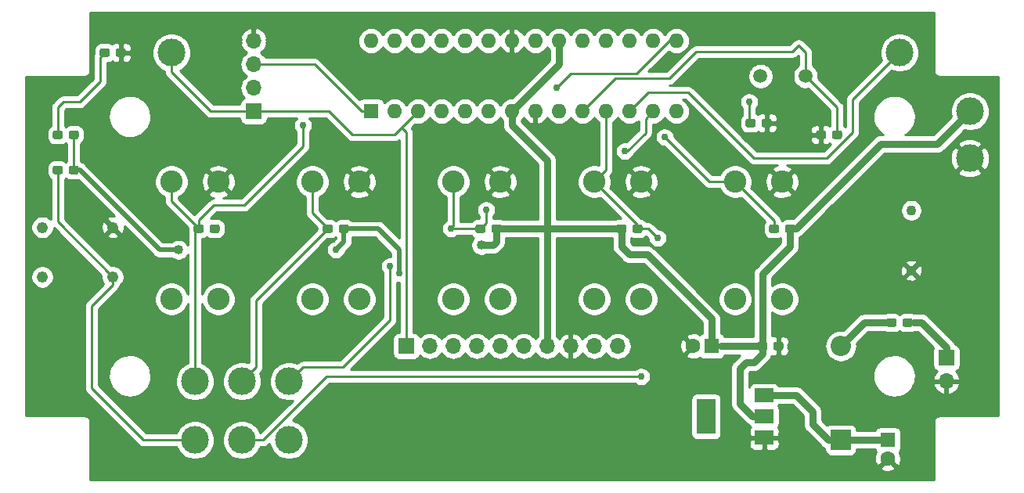
<source format=gtl>
G04 #@! TF.GenerationSoftware,KiCad,Pcbnew,(5.1.0)-1*
G04 #@! TF.CreationDate,2019-04-13T14:57:07-07:00*
G04 #@! TF.ProjectId,AS.001.revA,41532e30-3031-42e7-9265-76412e6b6963,Rev A*
G04 #@! TF.SameCoordinates,Original*
G04 #@! TF.FileFunction,Copper,L1,Top*
G04 #@! TF.FilePolarity,Positive*
%FSLAX46Y46*%
G04 Gerber Fmt 4.6, Leading zero omitted, Abs format (unit mm)*
G04 Created by KiCad (PCBNEW (5.1.0)-1) date 2019-04-13 14:57:07*
%MOMM*%
%LPD*%
G04 APERTURE LIST*
%ADD10C,1.600000*%
%ADD11R,1.600000X1.600000*%
%ADD12R,2.200000X2.200000*%
%ADD13O,2.200000X2.200000*%
%ADD14R,1.700000X1.700000*%
%ADD15O,1.700000X1.700000*%
%ADD16C,1.100000*%
%ADD17C,2.413000*%
%ADD18C,1.219200*%
%ADD19C,3.000000*%
%ADD20R,2.000000X1.500000*%
%ADD21R,2.000000X3.800000*%
%ADD22O,1.600000X1.600000*%
%ADD23C,1.500000*%
%ADD24C,0.100000*%
%ADD25C,0.950000*%
%ADD26C,1.016000*%
%ADD27C,0.762000*%
%ADD28C,0.762000*%
%ADD29C,0.254000*%
%ADD30C,0.508000*%
G04 APERTURE END LIST*
D10*
X144780000Y-99790000D03*
D11*
X144780000Y-97790000D03*
X125730000Y-87630000D03*
D10*
X123730000Y-87630000D03*
D12*
X139700000Y-97790000D03*
D13*
X139700000Y-87630000D03*
D14*
X151130000Y-88900000D03*
D15*
X151130000Y-91440000D03*
D14*
X92710000Y-87630000D03*
D15*
X95250000Y-87630000D03*
X97790000Y-87630000D03*
X100330000Y-87630000D03*
X102870000Y-87630000D03*
X105410000Y-87630000D03*
X107950000Y-87630000D03*
X110490000Y-87630000D03*
X113030000Y-87630000D03*
X115570000Y-87630000D03*
D14*
X76200000Y-62230000D03*
D15*
X76200000Y-59690000D03*
X76200000Y-57150000D03*
X76200000Y-54610000D03*
D16*
X147320000Y-72950000D03*
X147320000Y-79450000D03*
D17*
X133350000Y-82550000D03*
X133350000Y-69850000D03*
X128270000Y-82550000D03*
X128270000Y-69850000D03*
X113030000Y-69850000D03*
X113030000Y-82550000D03*
X118110000Y-69850000D03*
X118110000Y-82550000D03*
X102870000Y-82550000D03*
X102870000Y-69850000D03*
X97790000Y-82550000D03*
X97790000Y-69850000D03*
X82550000Y-69850000D03*
X82550000Y-82550000D03*
X87630000Y-69850000D03*
X87630000Y-82550000D03*
X67310000Y-69850000D03*
X67310000Y-82550000D03*
X72390000Y-69850000D03*
X72390000Y-82550000D03*
D18*
X60960000Y-80149700D03*
X53340000Y-80149700D03*
X60960000Y-74790300D03*
X53340000Y-74790300D03*
D19*
X153670000Y-62230000D03*
X153670000Y-67310000D03*
X80010000Y-97790000D03*
X74930000Y-97790000D03*
X80010000Y-91440000D03*
X146050000Y-55880000D03*
X74930000Y-91440000D03*
X69850000Y-91440000D03*
X69850000Y-97790000D03*
X67310000Y-55880000D03*
D20*
X131420000Y-97550000D03*
X131420000Y-95250000D03*
X131420000Y-92950000D03*
D21*
X125120000Y-95250000D03*
D11*
X88900000Y-62230000D03*
D22*
X121920000Y-54610000D03*
X91440000Y-62230000D03*
X119380000Y-54610000D03*
X93980000Y-62230000D03*
X116840000Y-54610000D03*
X96520000Y-62230000D03*
X114300000Y-54610000D03*
X99060000Y-62230000D03*
X111760000Y-54610000D03*
X101600000Y-62230000D03*
X109220000Y-54610000D03*
X104140000Y-62230000D03*
X106680000Y-54610000D03*
X106680000Y-62230000D03*
X104140000Y-54610000D03*
X109220000Y-62230000D03*
X101600000Y-54610000D03*
X111760000Y-62230000D03*
X99060000Y-54610000D03*
X114300000Y-62230000D03*
X96520000Y-54610000D03*
X116840000Y-62230000D03*
X93980000Y-54610000D03*
X119380000Y-62230000D03*
X91440000Y-54610000D03*
X121920000Y-62230000D03*
X88900000Y-54610000D03*
D23*
X135890000Y-58420000D03*
X131010000Y-58420000D03*
D24*
G36*
X131515779Y-87156144D02*
G01*
X131538834Y-87159563D01*
X131561443Y-87165227D01*
X131583387Y-87173079D01*
X131604457Y-87183044D01*
X131624448Y-87195026D01*
X131643168Y-87208910D01*
X131660438Y-87224562D01*
X131676090Y-87241832D01*
X131689974Y-87260552D01*
X131701956Y-87280543D01*
X131711921Y-87301613D01*
X131719773Y-87323557D01*
X131725437Y-87346166D01*
X131728856Y-87369221D01*
X131730000Y-87392500D01*
X131730000Y-87867500D01*
X131728856Y-87890779D01*
X131725437Y-87913834D01*
X131719773Y-87936443D01*
X131711921Y-87958387D01*
X131701956Y-87979457D01*
X131689974Y-87999448D01*
X131676090Y-88018168D01*
X131660438Y-88035438D01*
X131643168Y-88051090D01*
X131624448Y-88064974D01*
X131604457Y-88076956D01*
X131583387Y-88086921D01*
X131561443Y-88094773D01*
X131538834Y-88100437D01*
X131515779Y-88103856D01*
X131492500Y-88105000D01*
X130917500Y-88105000D01*
X130894221Y-88103856D01*
X130871166Y-88100437D01*
X130848557Y-88094773D01*
X130826613Y-88086921D01*
X130805543Y-88076956D01*
X130785552Y-88064974D01*
X130766832Y-88051090D01*
X130749562Y-88035438D01*
X130733910Y-88018168D01*
X130720026Y-87999448D01*
X130708044Y-87979457D01*
X130698079Y-87958387D01*
X130690227Y-87936443D01*
X130684563Y-87913834D01*
X130681144Y-87890779D01*
X130680000Y-87867500D01*
X130680000Y-87392500D01*
X130681144Y-87369221D01*
X130684563Y-87346166D01*
X130690227Y-87323557D01*
X130698079Y-87301613D01*
X130708044Y-87280543D01*
X130720026Y-87260552D01*
X130733910Y-87241832D01*
X130749562Y-87224562D01*
X130766832Y-87208910D01*
X130785552Y-87195026D01*
X130805543Y-87183044D01*
X130826613Y-87173079D01*
X130848557Y-87165227D01*
X130871166Y-87159563D01*
X130894221Y-87156144D01*
X130917500Y-87155000D01*
X131492500Y-87155000D01*
X131515779Y-87156144D01*
X131515779Y-87156144D01*
G37*
D25*
X131205000Y-87630000D03*
D24*
G36*
X133265779Y-87156144D02*
G01*
X133288834Y-87159563D01*
X133311443Y-87165227D01*
X133333387Y-87173079D01*
X133354457Y-87183044D01*
X133374448Y-87195026D01*
X133393168Y-87208910D01*
X133410438Y-87224562D01*
X133426090Y-87241832D01*
X133439974Y-87260552D01*
X133451956Y-87280543D01*
X133461921Y-87301613D01*
X133469773Y-87323557D01*
X133475437Y-87346166D01*
X133478856Y-87369221D01*
X133480000Y-87392500D01*
X133480000Y-87867500D01*
X133478856Y-87890779D01*
X133475437Y-87913834D01*
X133469773Y-87936443D01*
X133461921Y-87958387D01*
X133451956Y-87979457D01*
X133439974Y-87999448D01*
X133426090Y-88018168D01*
X133410438Y-88035438D01*
X133393168Y-88051090D01*
X133374448Y-88064974D01*
X133354457Y-88076956D01*
X133333387Y-88086921D01*
X133311443Y-88094773D01*
X133288834Y-88100437D01*
X133265779Y-88103856D01*
X133242500Y-88105000D01*
X132667500Y-88105000D01*
X132644221Y-88103856D01*
X132621166Y-88100437D01*
X132598557Y-88094773D01*
X132576613Y-88086921D01*
X132555543Y-88076956D01*
X132535552Y-88064974D01*
X132516832Y-88051090D01*
X132499562Y-88035438D01*
X132483910Y-88018168D01*
X132470026Y-87999448D01*
X132458044Y-87979457D01*
X132448079Y-87958387D01*
X132440227Y-87936443D01*
X132434563Y-87913834D01*
X132431144Y-87890779D01*
X132430000Y-87867500D01*
X132430000Y-87392500D01*
X132431144Y-87369221D01*
X132434563Y-87346166D01*
X132440227Y-87323557D01*
X132448079Y-87301613D01*
X132458044Y-87280543D01*
X132470026Y-87260552D01*
X132483910Y-87241832D01*
X132499562Y-87224562D01*
X132516832Y-87208910D01*
X132535552Y-87195026D01*
X132555543Y-87183044D01*
X132576613Y-87173079D01*
X132598557Y-87165227D01*
X132621166Y-87159563D01*
X132644221Y-87156144D01*
X132667500Y-87155000D01*
X133242500Y-87155000D01*
X133265779Y-87156144D01*
X133265779Y-87156144D01*
G37*
D25*
X132955000Y-87630000D03*
D24*
G36*
X130245779Y-63026144D02*
G01*
X130268834Y-63029563D01*
X130291443Y-63035227D01*
X130313387Y-63043079D01*
X130334457Y-63053044D01*
X130354448Y-63065026D01*
X130373168Y-63078910D01*
X130390438Y-63094562D01*
X130406090Y-63111832D01*
X130419974Y-63130552D01*
X130431956Y-63150543D01*
X130441921Y-63171613D01*
X130449773Y-63193557D01*
X130455437Y-63216166D01*
X130458856Y-63239221D01*
X130460000Y-63262500D01*
X130460000Y-63737500D01*
X130458856Y-63760779D01*
X130455437Y-63783834D01*
X130449773Y-63806443D01*
X130441921Y-63828387D01*
X130431956Y-63849457D01*
X130419974Y-63869448D01*
X130406090Y-63888168D01*
X130390438Y-63905438D01*
X130373168Y-63921090D01*
X130354448Y-63934974D01*
X130334457Y-63946956D01*
X130313387Y-63956921D01*
X130291443Y-63964773D01*
X130268834Y-63970437D01*
X130245779Y-63973856D01*
X130222500Y-63975000D01*
X129647500Y-63975000D01*
X129624221Y-63973856D01*
X129601166Y-63970437D01*
X129578557Y-63964773D01*
X129556613Y-63956921D01*
X129535543Y-63946956D01*
X129515552Y-63934974D01*
X129496832Y-63921090D01*
X129479562Y-63905438D01*
X129463910Y-63888168D01*
X129450026Y-63869448D01*
X129438044Y-63849457D01*
X129428079Y-63828387D01*
X129420227Y-63806443D01*
X129414563Y-63783834D01*
X129411144Y-63760779D01*
X129410000Y-63737500D01*
X129410000Y-63262500D01*
X129411144Y-63239221D01*
X129414563Y-63216166D01*
X129420227Y-63193557D01*
X129428079Y-63171613D01*
X129438044Y-63150543D01*
X129450026Y-63130552D01*
X129463910Y-63111832D01*
X129479562Y-63094562D01*
X129496832Y-63078910D01*
X129515552Y-63065026D01*
X129535543Y-63053044D01*
X129556613Y-63043079D01*
X129578557Y-63035227D01*
X129601166Y-63029563D01*
X129624221Y-63026144D01*
X129647500Y-63025000D01*
X130222500Y-63025000D01*
X130245779Y-63026144D01*
X130245779Y-63026144D01*
G37*
D25*
X129935000Y-63500000D03*
D24*
G36*
X131995779Y-63026144D02*
G01*
X132018834Y-63029563D01*
X132041443Y-63035227D01*
X132063387Y-63043079D01*
X132084457Y-63053044D01*
X132104448Y-63065026D01*
X132123168Y-63078910D01*
X132140438Y-63094562D01*
X132156090Y-63111832D01*
X132169974Y-63130552D01*
X132181956Y-63150543D01*
X132191921Y-63171613D01*
X132199773Y-63193557D01*
X132205437Y-63216166D01*
X132208856Y-63239221D01*
X132210000Y-63262500D01*
X132210000Y-63737500D01*
X132208856Y-63760779D01*
X132205437Y-63783834D01*
X132199773Y-63806443D01*
X132191921Y-63828387D01*
X132181956Y-63849457D01*
X132169974Y-63869448D01*
X132156090Y-63888168D01*
X132140438Y-63905438D01*
X132123168Y-63921090D01*
X132104448Y-63934974D01*
X132084457Y-63946956D01*
X132063387Y-63956921D01*
X132041443Y-63964773D01*
X132018834Y-63970437D01*
X131995779Y-63973856D01*
X131972500Y-63975000D01*
X131397500Y-63975000D01*
X131374221Y-63973856D01*
X131351166Y-63970437D01*
X131328557Y-63964773D01*
X131306613Y-63956921D01*
X131285543Y-63946956D01*
X131265552Y-63934974D01*
X131246832Y-63921090D01*
X131229562Y-63905438D01*
X131213910Y-63888168D01*
X131200026Y-63869448D01*
X131188044Y-63849457D01*
X131178079Y-63828387D01*
X131170227Y-63806443D01*
X131164563Y-63783834D01*
X131161144Y-63760779D01*
X131160000Y-63737500D01*
X131160000Y-63262500D01*
X131161144Y-63239221D01*
X131164563Y-63216166D01*
X131170227Y-63193557D01*
X131178079Y-63171613D01*
X131188044Y-63150543D01*
X131200026Y-63130552D01*
X131213910Y-63111832D01*
X131229562Y-63094562D01*
X131246832Y-63078910D01*
X131265552Y-63065026D01*
X131285543Y-63053044D01*
X131306613Y-63043079D01*
X131328557Y-63035227D01*
X131351166Y-63029563D01*
X131374221Y-63026144D01*
X131397500Y-63025000D01*
X131972500Y-63025000D01*
X131995779Y-63026144D01*
X131995779Y-63026144D01*
G37*
D25*
X131685000Y-63500000D03*
D24*
G36*
X139615779Y-64296144D02*
G01*
X139638834Y-64299563D01*
X139661443Y-64305227D01*
X139683387Y-64313079D01*
X139704457Y-64323044D01*
X139724448Y-64335026D01*
X139743168Y-64348910D01*
X139760438Y-64364562D01*
X139776090Y-64381832D01*
X139789974Y-64400552D01*
X139801956Y-64420543D01*
X139811921Y-64441613D01*
X139819773Y-64463557D01*
X139825437Y-64486166D01*
X139828856Y-64509221D01*
X139830000Y-64532500D01*
X139830000Y-65007500D01*
X139828856Y-65030779D01*
X139825437Y-65053834D01*
X139819773Y-65076443D01*
X139811921Y-65098387D01*
X139801956Y-65119457D01*
X139789974Y-65139448D01*
X139776090Y-65158168D01*
X139760438Y-65175438D01*
X139743168Y-65191090D01*
X139724448Y-65204974D01*
X139704457Y-65216956D01*
X139683387Y-65226921D01*
X139661443Y-65234773D01*
X139638834Y-65240437D01*
X139615779Y-65243856D01*
X139592500Y-65245000D01*
X139017500Y-65245000D01*
X138994221Y-65243856D01*
X138971166Y-65240437D01*
X138948557Y-65234773D01*
X138926613Y-65226921D01*
X138905543Y-65216956D01*
X138885552Y-65204974D01*
X138866832Y-65191090D01*
X138849562Y-65175438D01*
X138833910Y-65158168D01*
X138820026Y-65139448D01*
X138808044Y-65119457D01*
X138798079Y-65098387D01*
X138790227Y-65076443D01*
X138784563Y-65053834D01*
X138781144Y-65030779D01*
X138780000Y-65007500D01*
X138780000Y-64532500D01*
X138781144Y-64509221D01*
X138784563Y-64486166D01*
X138790227Y-64463557D01*
X138798079Y-64441613D01*
X138808044Y-64420543D01*
X138820026Y-64400552D01*
X138833910Y-64381832D01*
X138849562Y-64364562D01*
X138866832Y-64348910D01*
X138885552Y-64335026D01*
X138905543Y-64323044D01*
X138926613Y-64313079D01*
X138948557Y-64305227D01*
X138971166Y-64299563D01*
X138994221Y-64296144D01*
X139017500Y-64295000D01*
X139592500Y-64295000D01*
X139615779Y-64296144D01*
X139615779Y-64296144D01*
G37*
D25*
X139305000Y-64770000D03*
D24*
G36*
X137865779Y-64296144D02*
G01*
X137888834Y-64299563D01*
X137911443Y-64305227D01*
X137933387Y-64313079D01*
X137954457Y-64323044D01*
X137974448Y-64335026D01*
X137993168Y-64348910D01*
X138010438Y-64364562D01*
X138026090Y-64381832D01*
X138039974Y-64400552D01*
X138051956Y-64420543D01*
X138061921Y-64441613D01*
X138069773Y-64463557D01*
X138075437Y-64486166D01*
X138078856Y-64509221D01*
X138080000Y-64532500D01*
X138080000Y-65007500D01*
X138078856Y-65030779D01*
X138075437Y-65053834D01*
X138069773Y-65076443D01*
X138061921Y-65098387D01*
X138051956Y-65119457D01*
X138039974Y-65139448D01*
X138026090Y-65158168D01*
X138010438Y-65175438D01*
X137993168Y-65191090D01*
X137974448Y-65204974D01*
X137954457Y-65216956D01*
X137933387Y-65226921D01*
X137911443Y-65234773D01*
X137888834Y-65240437D01*
X137865779Y-65243856D01*
X137842500Y-65245000D01*
X137267500Y-65245000D01*
X137244221Y-65243856D01*
X137221166Y-65240437D01*
X137198557Y-65234773D01*
X137176613Y-65226921D01*
X137155543Y-65216956D01*
X137135552Y-65204974D01*
X137116832Y-65191090D01*
X137099562Y-65175438D01*
X137083910Y-65158168D01*
X137070026Y-65139448D01*
X137058044Y-65119457D01*
X137048079Y-65098387D01*
X137040227Y-65076443D01*
X137034563Y-65053834D01*
X137031144Y-65030779D01*
X137030000Y-65007500D01*
X137030000Y-64532500D01*
X137031144Y-64509221D01*
X137034563Y-64486166D01*
X137040227Y-64463557D01*
X137048079Y-64441613D01*
X137058044Y-64420543D01*
X137070026Y-64400552D01*
X137083910Y-64381832D01*
X137099562Y-64364562D01*
X137116832Y-64348910D01*
X137135552Y-64335026D01*
X137155543Y-64323044D01*
X137176613Y-64313079D01*
X137198557Y-64305227D01*
X137221166Y-64299563D01*
X137244221Y-64296144D01*
X137267500Y-64295000D01*
X137842500Y-64295000D01*
X137865779Y-64296144D01*
X137865779Y-64296144D01*
G37*
D25*
X137555000Y-64770000D03*
D24*
G36*
X55315779Y-64296144D02*
G01*
X55338834Y-64299563D01*
X55361443Y-64305227D01*
X55383387Y-64313079D01*
X55404457Y-64323044D01*
X55424448Y-64335026D01*
X55443168Y-64348910D01*
X55460438Y-64364562D01*
X55476090Y-64381832D01*
X55489974Y-64400552D01*
X55501956Y-64420543D01*
X55511921Y-64441613D01*
X55519773Y-64463557D01*
X55525437Y-64486166D01*
X55528856Y-64509221D01*
X55530000Y-64532500D01*
X55530000Y-65007500D01*
X55528856Y-65030779D01*
X55525437Y-65053834D01*
X55519773Y-65076443D01*
X55511921Y-65098387D01*
X55501956Y-65119457D01*
X55489974Y-65139448D01*
X55476090Y-65158168D01*
X55460438Y-65175438D01*
X55443168Y-65191090D01*
X55424448Y-65204974D01*
X55404457Y-65216956D01*
X55383387Y-65226921D01*
X55361443Y-65234773D01*
X55338834Y-65240437D01*
X55315779Y-65243856D01*
X55292500Y-65245000D01*
X54717500Y-65245000D01*
X54694221Y-65243856D01*
X54671166Y-65240437D01*
X54648557Y-65234773D01*
X54626613Y-65226921D01*
X54605543Y-65216956D01*
X54585552Y-65204974D01*
X54566832Y-65191090D01*
X54549562Y-65175438D01*
X54533910Y-65158168D01*
X54520026Y-65139448D01*
X54508044Y-65119457D01*
X54498079Y-65098387D01*
X54490227Y-65076443D01*
X54484563Y-65053834D01*
X54481144Y-65030779D01*
X54480000Y-65007500D01*
X54480000Y-64532500D01*
X54481144Y-64509221D01*
X54484563Y-64486166D01*
X54490227Y-64463557D01*
X54498079Y-64441613D01*
X54508044Y-64420543D01*
X54520026Y-64400552D01*
X54533910Y-64381832D01*
X54549562Y-64364562D01*
X54566832Y-64348910D01*
X54585552Y-64335026D01*
X54605543Y-64323044D01*
X54626613Y-64313079D01*
X54648557Y-64305227D01*
X54671166Y-64299563D01*
X54694221Y-64296144D01*
X54717500Y-64295000D01*
X55292500Y-64295000D01*
X55315779Y-64296144D01*
X55315779Y-64296144D01*
G37*
D25*
X55005000Y-64770000D03*
D24*
G36*
X57065779Y-64296144D02*
G01*
X57088834Y-64299563D01*
X57111443Y-64305227D01*
X57133387Y-64313079D01*
X57154457Y-64323044D01*
X57174448Y-64335026D01*
X57193168Y-64348910D01*
X57210438Y-64364562D01*
X57226090Y-64381832D01*
X57239974Y-64400552D01*
X57251956Y-64420543D01*
X57261921Y-64441613D01*
X57269773Y-64463557D01*
X57275437Y-64486166D01*
X57278856Y-64509221D01*
X57280000Y-64532500D01*
X57280000Y-65007500D01*
X57278856Y-65030779D01*
X57275437Y-65053834D01*
X57269773Y-65076443D01*
X57261921Y-65098387D01*
X57251956Y-65119457D01*
X57239974Y-65139448D01*
X57226090Y-65158168D01*
X57210438Y-65175438D01*
X57193168Y-65191090D01*
X57174448Y-65204974D01*
X57154457Y-65216956D01*
X57133387Y-65226921D01*
X57111443Y-65234773D01*
X57088834Y-65240437D01*
X57065779Y-65243856D01*
X57042500Y-65245000D01*
X56467500Y-65245000D01*
X56444221Y-65243856D01*
X56421166Y-65240437D01*
X56398557Y-65234773D01*
X56376613Y-65226921D01*
X56355543Y-65216956D01*
X56335552Y-65204974D01*
X56316832Y-65191090D01*
X56299562Y-65175438D01*
X56283910Y-65158168D01*
X56270026Y-65139448D01*
X56258044Y-65119457D01*
X56248079Y-65098387D01*
X56240227Y-65076443D01*
X56234563Y-65053834D01*
X56231144Y-65030779D01*
X56230000Y-65007500D01*
X56230000Y-64532500D01*
X56231144Y-64509221D01*
X56234563Y-64486166D01*
X56240227Y-64463557D01*
X56248079Y-64441613D01*
X56258044Y-64420543D01*
X56270026Y-64400552D01*
X56283910Y-64381832D01*
X56299562Y-64364562D01*
X56316832Y-64348910D01*
X56335552Y-64335026D01*
X56355543Y-64323044D01*
X56376613Y-64313079D01*
X56398557Y-64305227D01*
X56421166Y-64299563D01*
X56444221Y-64296144D01*
X56467500Y-64295000D01*
X57042500Y-64295000D01*
X57065779Y-64296144D01*
X57065779Y-64296144D01*
G37*
D25*
X56755000Y-64770000D03*
D24*
G36*
X147235779Y-84616144D02*
G01*
X147258834Y-84619563D01*
X147281443Y-84625227D01*
X147303387Y-84633079D01*
X147324457Y-84643044D01*
X147344448Y-84655026D01*
X147363168Y-84668910D01*
X147380438Y-84684562D01*
X147396090Y-84701832D01*
X147409974Y-84720552D01*
X147421956Y-84740543D01*
X147431921Y-84761613D01*
X147439773Y-84783557D01*
X147445437Y-84806166D01*
X147448856Y-84829221D01*
X147450000Y-84852500D01*
X147450000Y-85327500D01*
X147448856Y-85350779D01*
X147445437Y-85373834D01*
X147439773Y-85396443D01*
X147431921Y-85418387D01*
X147421956Y-85439457D01*
X147409974Y-85459448D01*
X147396090Y-85478168D01*
X147380438Y-85495438D01*
X147363168Y-85511090D01*
X147344448Y-85524974D01*
X147324457Y-85536956D01*
X147303387Y-85546921D01*
X147281443Y-85554773D01*
X147258834Y-85560437D01*
X147235779Y-85563856D01*
X147212500Y-85565000D01*
X146637500Y-85565000D01*
X146614221Y-85563856D01*
X146591166Y-85560437D01*
X146568557Y-85554773D01*
X146546613Y-85546921D01*
X146525543Y-85536956D01*
X146505552Y-85524974D01*
X146486832Y-85511090D01*
X146469562Y-85495438D01*
X146453910Y-85478168D01*
X146440026Y-85459448D01*
X146428044Y-85439457D01*
X146418079Y-85418387D01*
X146410227Y-85396443D01*
X146404563Y-85373834D01*
X146401144Y-85350779D01*
X146400000Y-85327500D01*
X146400000Y-84852500D01*
X146401144Y-84829221D01*
X146404563Y-84806166D01*
X146410227Y-84783557D01*
X146418079Y-84761613D01*
X146428044Y-84740543D01*
X146440026Y-84720552D01*
X146453910Y-84701832D01*
X146469562Y-84684562D01*
X146486832Y-84668910D01*
X146505552Y-84655026D01*
X146525543Y-84643044D01*
X146546613Y-84633079D01*
X146568557Y-84625227D01*
X146591166Y-84619563D01*
X146614221Y-84616144D01*
X146637500Y-84615000D01*
X147212500Y-84615000D01*
X147235779Y-84616144D01*
X147235779Y-84616144D01*
G37*
D25*
X146925000Y-85090000D03*
D24*
G36*
X145485779Y-84616144D02*
G01*
X145508834Y-84619563D01*
X145531443Y-84625227D01*
X145553387Y-84633079D01*
X145574457Y-84643044D01*
X145594448Y-84655026D01*
X145613168Y-84668910D01*
X145630438Y-84684562D01*
X145646090Y-84701832D01*
X145659974Y-84720552D01*
X145671956Y-84740543D01*
X145681921Y-84761613D01*
X145689773Y-84783557D01*
X145695437Y-84806166D01*
X145698856Y-84829221D01*
X145700000Y-84852500D01*
X145700000Y-85327500D01*
X145698856Y-85350779D01*
X145695437Y-85373834D01*
X145689773Y-85396443D01*
X145681921Y-85418387D01*
X145671956Y-85439457D01*
X145659974Y-85459448D01*
X145646090Y-85478168D01*
X145630438Y-85495438D01*
X145613168Y-85511090D01*
X145594448Y-85524974D01*
X145574457Y-85536956D01*
X145553387Y-85546921D01*
X145531443Y-85554773D01*
X145508834Y-85560437D01*
X145485779Y-85563856D01*
X145462500Y-85565000D01*
X144887500Y-85565000D01*
X144864221Y-85563856D01*
X144841166Y-85560437D01*
X144818557Y-85554773D01*
X144796613Y-85546921D01*
X144775543Y-85536956D01*
X144755552Y-85524974D01*
X144736832Y-85511090D01*
X144719562Y-85495438D01*
X144703910Y-85478168D01*
X144690026Y-85459448D01*
X144678044Y-85439457D01*
X144668079Y-85418387D01*
X144660227Y-85396443D01*
X144654563Y-85373834D01*
X144651144Y-85350779D01*
X144650000Y-85327500D01*
X144650000Y-84852500D01*
X144651144Y-84829221D01*
X144654563Y-84806166D01*
X144660227Y-84783557D01*
X144668079Y-84761613D01*
X144678044Y-84740543D01*
X144690026Y-84720552D01*
X144703910Y-84701832D01*
X144719562Y-84684562D01*
X144736832Y-84668910D01*
X144755552Y-84655026D01*
X144775543Y-84643044D01*
X144796613Y-84633079D01*
X144818557Y-84625227D01*
X144841166Y-84619563D01*
X144864221Y-84616144D01*
X144887500Y-84615000D01*
X145462500Y-84615000D01*
X145485779Y-84616144D01*
X145485779Y-84616144D01*
G37*
D25*
X145175000Y-85090000D03*
D24*
G36*
X132785779Y-74456144D02*
G01*
X132808834Y-74459563D01*
X132831443Y-74465227D01*
X132853387Y-74473079D01*
X132874457Y-74483044D01*
X132894448Y-74495026D01*
X132913168Y-74508910D01*
X132930438Y-74524562D01*
X132946090Y-74541832D01*
X132959974Y-74560552D01*
X132971956Y-74580543D01*
X132981921Y-74601613D01*
X132989773Y-74623557D01*
X132995437Y-74646166D01*
X132998856Y-74669221D01*
X133000000Y-74692500D01*
X133000000Y-75167500D01*
X132998856Y-75190779D01*
X132995437Y-75213834D01*
X132989773Y-75236443D01*
X132981921Y-75258387D01*
X132971956Y-75279457D01*
X132959974Y-75299448D01*
X132946090Y-75318168D01*
X132930438Y-75335438D01*
X132913168Y-75351090D01*
X132894448Y-75364974D01*
X132874457Y-75376956D01*
X132853387Y-75386921D01*
X132831443Y-75394773D01*
X132808834Y-75400437D01*
X132785779Y-75403856D01*
X132762500Y-75405000D01*
X132187500Y-75405000D01*
X132164221Y-75403856D01*
X132141166Y-75400437D01*
X132118557Y-75394773D01*
X132096613Y-75386921D01*
X132075543Y-75376956D01*
X132055552Y-75364974D01*
X132036832Y-75351090D01*
X132019562Y-75335438D01*
X132003910Y-75318168D01*
X131990026Y-75299448D01*
X131978044Y-75279457D01*
X131968079Y-75258387D01*
X131960227Y-75236443D01*
X131954563Y-75213834D01*
X131951144Y-75190779D01*
X131950000Y-75167500D01*
X131950000Y-74692500D01*
X131951144Y-74669221D01*
X131954563Y-74646166D01*
X131960227Y-74623557D01*
X131968079Y-74601613D01*
X131978044Y-74580543D01*
X131990026Y-74560552D01*
X132003910Y-74541832D01*
X132019562Y-74524562D01*
X132036832Y-74508910D01*
X132055552Y-74495026D01*
X132075543Y-74483044D01*
X132096613Y-74473079D01*
X132118557Y-74465227D01*
X132141166Y-74459563D01*
X132164221Y-74456144D01*
X132187500Y-74455000D01*
X132762500Y-74455000D01*
X132785779Y-74456144D01*
X132785779Y-74456144D01*
G37*
D25*
X132475000Y-74930000D03*
D24*
G36*
X134535779Y-74456144D02*
G01*
X134558834Y-74459563D01*
X134581443Y-74465227D01*
X134603387Y-74473079D01*
X134624457Y-74483044D01*
X134644448Y-74495026D01*
X134663168Y-74508910D01*
X134680438Y-74524562D01*
X134696090Y-74541832D01*
X134709974Y-74560552D01*
X134721956Y-74580543D01*
X134731921Y-74601613D01*
X134739773Y-74623557D01*
X134745437Y-74646166D01*
X134748856Y-74669221D01*
X134750000Y-74692500D01*
X134750000Y-75167500D01*
X134748856Y-75190779D01*
X134745437Y-75213834D01*
X134739773Y-75236443D01*
X134731921Y-75258387D01*
X134721956Y-75279457D01*
X134709974Y-75299448D01*
X134696090Y-75318168D01*
X134680438Y-75335438D01*
X134663168Y-75351090D01*
X134644448Y-75364974D01*
X134624457Y-75376956D01*
X134603387Y-75386921D01*
X134581443Y-75394773D01*
X134558834Y-75400437D01*
X134535779Y-75403856D01*
X134512500Y-75405000D01*
X133937500Y-75405000D01*
X133914221Y-75403856D01*
X133891166Y-75400437D01*
X133868557Y-75394773D01*
X133846613Y-75386921D01*
X133825543Y-75376956D01*
X133805552Y-75364974D01*
X133786832Y-75351090D01*
X133769562Y-75335438D01*
X133753910Y-75318168D01*
X133740026Y-75299448D01*
X133728044Y-75279457D01*
X133718079Y-75258387D01*
X133710227Y-75236443D01*
X133704563Y-75213834D01*
X133701144Y-75190779D01*
X133700000Y-75167500D01*
X133700000Y-74692500D01*
X133701144Y-74669221D01*
X133704563Y-74646166D01*
X133710227Y-74623557D01*
X133718079Y-74601613D01*
X133728044Y-74580543D01*
X133740026Y-74560552D01*
X133753910Y-74541832D01*
X133769562Y-74524562D01*
X133786832Y-74508910D01*
X133805552Y-74495026D01*
X133825543Y-74483044D01*
X133846613Y-74473079D01*
X133868557Y-74465227D01*
X133891166Y-74459563D01*
X133914221Y-74456144D01*
X133937500Y-74455000D01*
X134512500Y-74455000D01*
X134535779Y-74456144D01*
X134535779Y-74456144D01*
G37*
D25*
X134225000Y-74930000D03*
D24*
G36*
X118025779Y-74456144D02*
G01*
X118048834Y-74459563D01*
X118071443Y-74465227D01*
X118093387Y-74473079D01*
X118114457Y-74483044D01*
X118134448Y-74495026D01*
X118153168Y-74508910D01*
X118170438Y-74524562D01*
X118186090Y-74541832D01*
X118199974Y-74560552D01*
X118211956Y-74580543D01*
X118221921Y-74601613D01*
X118229773Y-74623557D01*
X118235437Y-74646166D01*
X118238856Y-74669221D01*
X118240000Y-74692500D01*
X118240000Y-75167500D01*
X118238856Y-75190779D01*
X118235437Y-75213834D01*
X118229773Y-75236443D01*
X118221921Y-75258387D01*
X118211956Y-75279457D01*
X118199974Y-75299448D01*
X118186090Y-75318168D01*
X118170438Y-75335438D01*
X118153168Y-75351090D01*
X118134448Y-75364974D01*
X118114457Y-75376956D01*
X118093387Y-75386921D01*
X118071443Y-75394773D01*
X118048834Y-75400437D01*
X118025779Y-75403856D01*
X118002500Y-75405000D01*
X117427500Y-75405000D01*
X117404221Y-75403856D01*
X117381166Y-75400437D01*
X117358557Y-75394773D01*
X117336613Y-75386921D01*
X117315543Y-75376956D01*
X117295552Y-75364974D01*
X117276832Y-75351090D01*
X117259562Y-75335438D01*
X117243910Y-75318168D01*
X117230026Y-75299448D01*
X117218044Y-75279457D01*
X117208079Y-75258387D01*
X117200227Y-75236443D01*
X117194563Y-75213834D01*
X117191144Y-75190779D01*
X117190000Y-75167500D01*
X117190000Y-74692500D01*
X117191144Y-74669221D01*
X117194563Y-74646166D01*
X117200227Y-74623557D01*
X117208079Y-74601613D01*
X117218044Y-74580543D01*
X117230026Y-74560552D01*
X117243910Y-74541832D01*
X117259562Y-74524562D01*
X117276832Y-74508910D01*
X117295552Y-74495026D01*
X117315543Y-74483044D01*
X117336613Y-74473079D01*
X117358557Y-74465227D01*
X117381166Y-74459563D01*
X117404221Y-74456144D01*
X117427500Y-74455000D01*
X118002500Y-74455000D01*
X118025779Y-74456144D01*
X118025779Y-74456144D01*
G37*
D25*
X117715000Y-74930000D03*
D24*
G36*
X116275779Y-74456144D02*
G01*
X116298834Y-74459563D01*
X116321443Y-74465227D01*
X116343387Y-74473079D01*
X116364457Y-74483044D01*
X116384448Y-74495026D01*
X116403168Y-74508910D01*
X116420438Y-74524562D01*
X116436090Y-74541832D01*
X116449974Y-74560552D01*
X116461956Y-74580543D01*
X116471921Y-74601613D01*
X116479773Y-74623557D01*
X116485437Y-74646166D01*
X116488856Y-74669221D01*
X116490000Y-74692500D01*
X116490000Y-75167500D01*
X116488856Y-75190779D01*
X116485437Y-75213834D01*
X116479773Y-75236443D01*
X116471921Y-75258387D01*
X116461956Y-75279457D01*
X116449974Y-75299448D01*
X116436090Y-75318168D01*
X116420438Y-75335438D01*
X116403168Y-75351090D01*
X116384448Y-75364974D01*
X116364457Y-75376956D01*
X116343387Y-75386921D01*
X116321443Y-75394773D01*
X116298834Y-75400437D01*
X116275779Y-75403856D01*
X116252500Y-75405000D01*
X115677500Y-75405000D01*
X115654221Y-75403856D01*
X115631166Y-75400437D01*
X115608557Y-75394773D01*
X115586613Y-75386921D01*
X115565543Y-75376956D01*
X115545552Y-75364974D01*
X115526832Y-75351090D01*
X115509562Y-75335438D01*
X115493910Y-75318168D01*
X115480026Y-75299448D01*
X115468044Y-75279457D01*
X115458079Y-75258387D01*
X115450227Y-75236443D01*
X115444563Y-75213834D01*
X115441144Y-75190779D01*
X115440000Y-75167500D01*
X115440000Y-74692500D01*
X115441144Y-74669221D01*
X115444563Y-74646166D01*
X115450227Y-74623557D01*
X115458079Y-74601613D01*
X115468044Y-74580543D01*
X115480026Y-74560552D01*
X115493910Y-74541832D01*
X115509562Y-74524562D01*
X115526832Y-74508910D01*
X115545552Y-74495026D01*
X115565543Y-74483044D01*
X115586613Y-74473079D01*
X115608557Y-74465227D01*
X115631166Y-74459563D01*
X115654221Y-74456144D01*
X115677500Y-74455000D01*
X116252500Y-74455000D01*
X116275779Y-74456144D01*
X116275779Y-74456144D01*
G37*
D25*
X115965000Y-74930000D03*
D24*
G36*
X102785779Y-74456144D02*
G01*
X102808834Y-74459563D01*
X102831443Y-74465227D01*
X102853387Y-74473079D01*
X102874457Y-74483044D01*
X102894448Y-74495026D01*
X102913168Y-74508910D01*
X102930438Y-74524562D01*
X102946090Y-74541832D01*
X102959974Y-74560552D01*
X102971956Y-74580543D01*
X102981921Y-74601613D01*
X102989773Y-74623557D01*
X102995437Y-74646166D01*
X102998856Y-74669221D01*
X103000000Y-74692500D01*
X103000000Y-75167500D01*
X102998856Y-75190779D01*
X102995437Y-75213834D01*
X102989773Y-75236443D01*
X102981921Y-75258387D01*
X102971956Y-75279457D01*
X102959974Y-75299448D01*
X102946090Y-75318168D01*
X102930438Y-75335438D01*
X102913168Y-75351090D01*
X102894448Y-75364974D01*
X102874457Y-75376956D01*
X102853387Y-75386921D01*
X102831443Y-75394773D01*
X102808834Y-75400437D01*
X102785779Y-75403856D01*
X102762500Y-75405000D01*
X102187500Y-75405000D01*
X102164221Y-75403856D01*
X102141166Y-75400437D01*
X102118557Y-75394773D01*
X102096613Y-75386921D01*
X102075543Y-75376956D01*
X102055552Y-75364974D01*
X102036832Y-75351090D01*
X102019562Y-75335438D01*
X102003910Y-75318168D01*
X101990026Y-75299448D01*
X101978044Y-75279457D01*
X101968079Y-75258387D01*
X101960227Y-75236443D01*
X101954563Y-75213834D01*
X101951144Y-75190779D01*
X101950000Y-75167500D01*
X101950000Y-74692500D01*
X101951144Y-74669221D01*
X101954563Y-74646166D01*
X101960227Y-74623557D01*
X101968079Y-74601613D01*
X101978044Y-74580543D01*
X101990026Y-74560552D01*
X102003910Y-74541832D01*
X102019562Y-74524562D01*
X102036832Y-74508910D01*
X102055552Y-74495026D01*
X102075543Y-74483044D01*
X102096613Y-74473079D01*
X102118557Y-74465227D01*
X102141166Y-74459563D01*
X102164221Y-74456144D01*
X102187500Y-74455000D01*
X102762500Y-74455000D01*
X102785779Y-74456144D01*
X102785779Y-74456144D01*
G37*
D25*
X102475000Y-74930000D03*
D24*
G36*
X101035779Y-74456144D02*
G01*
X101058834Y-74459563D01*
X101081443Y-74465227D01*
X101103387Y-74473079D01*
X101124457Y-74483044D01*
X101144448Y-74495026D01*
X101163168Y-74508910D01*
X101180438Y-74524562D01*
X101196090Y-74541832D01*
X101209974Y-74560552D01*
X101221956Y-74580543D01*
X101231921Y-74601613D01*
X101239773Y-74623557D01*
X101245437Y-74646166D01*
X101248856Y-74669221D01*
X101250000Y-74692500D01*
X101250000Y-75167500D01*
X101248856Y-75190779D01*
X101245437Y-75213834D01*
X101239773Y-75236443D01*
X101231921Y-75258387D01*
X101221956Y-75279457D01*
X101209974Y-75299448D01*
X101196090Y-75318168D01*
X101180438Y-75335438D01*
X101163168Y-75351090D01*
X101144448Y-75364974D01*
X101124457Y-75376956D01*
X101103387Y-75386921D01*
X101081443Y-75394773D01*
X101058834Y-75400437D01*
X101035779Y-75403856D01*
X101012500Y-75405000D01*
X100437500Y-75405000D01*
X100414221Y-75403856D01*
X100391166Y-75400437D01*
X100368557Y-75394773D01*
X100346613Y-75386921D01*
X100325543Y-75376956D01*
X100305552Y-75364974D01*
X100286832Y-75351090D01*
X100269562Y-75335438D01*
X100253910Y-75318168D01*
X100240026Y-75299448D01*
X100228044Y-75279457D01*
X100218079Y-75258387D01*
X100210227Y-75236443D01*
X100204563Y-75213834D01*
X100201144Y-75190779D01*
X100200000Y-75167500D01*
X100200000Y-74692500D01*
X100201144Y-74669221D01*
X100204563Y-74646166D01*
X100210227Y-74623557D01*
X100218079Y-74601613D01*
X100228044Y-74580543D01*
X100240026Y-74560552D01*
X100253910Y-74541832D01*
X100269562Y-74524562D01*
X100286832Y-74508910D01*
X100305552Y-74495026D01*
X100325543Y-74483044D01*
X100346613Y-74473079D01*
X100368557Y-74465227D01*
X100391166Y-74459563D01*
X100414221Y-74456144D01*
X100437500Y-74455000D01*
X101012500Y-74455000D01*
X101035779Y-74456144D01*
X101035779Y-74456144D01*
G37*
D25*
X100725000Y-74930000D03*
D24*
G36*
X84525779Y-74456144D02*
G01*
X84548834Y-74459563D01*
X84571443Y-74465227D01*
X84593387Y-74473079D01*
X84614457Y-74483044D01*
X84634448Y-74495026D01*
X84653168Y-74508910D01*
X84670438Y-74524562D01*
X84686090Y-74541832D01*
X84699974Y-74560552D01*
X84711956Y-74580543D01*
X84721921Y-74601613D01*
X84729773Y-74623557D01*
X84735437Y-74646166D01*
X84738856Y-74669221D01*
X84740000Y-74692500D01*
X84740000Y-75167500D01*
X84738856Y-75190779D01*
X84735437Y-75213834D01*
X84729773Y-75236443D01*
X84721921Y-75258387D01*
X84711956Y-75279457D01*
X84699974Y-75299448D01*
X84686090Y-75318168D01*
X84670438Y-75335438D01*
X84653168Y-75351090D01*
X84634448Y-75364974D01*
X84614457Y-75376956D01*
X84593387Y-75386921D01*
X84571443Y-75394773D01*
X84548834Y-75400437D01*
X84525779Y-75403856D01*
X84502500Y-75405000D01*
X83927500Y-75405000D01*
X83904221Y-75403856D01*
X83881166Y-75400437D01*
X83858557Y-75394773D01*
X83836613Y-75386921D01*
X83815543Y-75376956D01*
X83795552Y-75364974D01*
X83776832Y-75351090D01*
X83759562Y-75335438D01*
X83743910Y-75318168D01*
X83730026Y-75299448D01*
X83718044Y-75279457D01*
X83708079Y-75258387D01*
X83700227Y-75236443D01*
X83694563Y-75213834D01*
X83691144Y-75190779D01*
X83690000Y-75167500D01*
X83690000Y-74692500D01*
X83691144Y-74669221D01*
X83694563Y-74646166D01*
X83700227Y-74623557D01*
X83708079Y-74601613D01*
X83718044Y-74580543D01*
X83730026Y-74560552D01*
X83743910Y-74541832D01*
X83759562Y-74524562D01*
X83776832Y-74508910D01*
X83795552Y-74495026D01*
X83815543Y-74483044D01*
X83836613Y-74473079D01*
X83858557Y-74465227D01*
X83881166Y-74459563D01*
X83904221Y-74456144D01*
X83927500Y-74455000D01*
X84502500Y-74455000D01*
X84525779Y-74456144D01*
X84525779Y-74456144D01*
G37*
D25*
X84215000Y-74930000D03*
D24*
G36*
X86275779Y-74456144D02*
G01*
X86298834Y-74459563D01*
X86321443Y-74465227D01*
X86343387Y-74473079D01*
X86364457Y-74483044D01*
X86384448Y-74495026D01*
X86403168Y-74508910D01*
X86420438Y-74524562D01*
X86436090Y-74541832D01*
X86449974Y-74560552D01*
X86461956Y-74580543D01*
X86471921Y-74601613D01*
X86479773Y-74623557D01*
X86485437Y-74646166D01*
X86488856Y-74669221D01*
X86490000Y-74692500D01*
X86490000Y-75167500D01*
X86488856Y-75190779D01*
X86485437Y-75213834D01*
X86479773Y-75236443D01*
X86471921Y-75258387D01*
X86461956Y-75279457D01*
X86449974Y-75299448D01*
X86436090Y-75318168D01*
X86420438Y-75335438D01*
X86403168Y-75351090D01*
X86384448Y-75364974D01*
X86364457Y-75376956D01*
X86343387Y-75386921D01*
X86321443Y-75394773D01*
X86298834Y-75400437D01*
X86275779Y-75403856D01*
X86252500Y-75405000D01*
X85677500Y-75405000D01*
X85654221Y-75403856D01*
X85631166Y-75400437D01*
X85608557Y-75394773D01*
X85586613Y-75386921D01*
X85565543Y-75376956D01*
X85545552Y-75364974D01*
X85526832Y-75351090D01*
X85509562Y-75335438D01*
X85493910Y-75318168D01*
X85480026Y-75299448D01*
X85468044Y-75279457D01*
X85458079Y-75258387D01*
X85450227Y-75236443D01*
X85444563Y-75213834D01*
X85441144Y-75190779D01*
X85440000Y-75167500D01*
X85440000Y-74692500D01*
X85441144Y-74669221D01*
X85444563Y-74646166D01*
X85450227Y-74623557D01*
X85458079Y-74601613D01*
X85468044Y-74580543D01*
X85480026Y-74560552D01*
X85493910Y-74541832D01*
X85509562Y-74524562D01*
X85526832Y-74508910D01*
X85545552Y-74495026D01*
X85565543Y-74483044D01*
X85586613Y-74473079D01*
X85608557Y-74465227D01*
X85631166Y-74459563D01*
X85654221Y-74456144D01*
X85677500Y-74455000D01*
X86252500Y-74455000D01*
X86275779Y-74456144D01*
X86275779Y-74456144D01*
G37*
D25*
X85965000Y-74930000D03*
D24*
G36*
X70555779Y-74456144D02*
G01*
X70578834Y-74459563D01*
X70601443Y-74465227D01*
X70623387Y-74473079D01*
X70644457Y-74483044D01*
X70664448Y-74495026D01*
X70683168Y-74508910D01*
X70700438Y-74524562D01*
X70716090Y-74541832D01*
X70729974Y-74560552D01*
X70741956Y-74580543D01*
X70751921Y-74601613D01*
X70759773Y-74623557D01*
X70765437Y-74646166D01*
X70768856Y-74669221D01*
X70770000Y-74692500D01*
X70770000Y-75167500D01*
X70768856Y-75190779D01*
X70765437Y-75213834D01*
X70759773Y-75236443D01*
X70751921Y-75258387D01*
X70741956Y-75279457D01*
X70729974Y-75299448D01*
X70716090Y-75318168D01*
X70700438Y-75335438D01*
X70683168Y-75351090D01*
X70664448Y-75364974D01*
X70644457Y-75376956D01*
X70623387Y-75386921D01*
X70601443Y-75394773D01*
X70578834Y-75400437D01*
X70555779Y-75403856D01*
X70532500Y-75405000D01*
X69957500Y-75405000D01*
X69934221Y-75403856D01*
X69911166Y-75400437D01*
X69888557Y-75394773D01*
X69866613Y-75386921D01*
X69845543Y-75376956D01*
X69825552Y-75364974D01*
X69806832Y-75351090D01*
X69789562Y-75335438D01*
X69773910Y-75318168D01*
X69760026Y-75299448D01*
X69748044Y-75279457D01*
X69738079Y-75258387D01*
X69730227Y-75236443D01*
X69724563Y-75213834D01*
X69721144Y-75190779D01*
X69720000Y-75167500D01*
X69720000Y-74692500D01*
X69721144Y-74669221D01*
X69724563Y-74646166D01*
X69730227Y-74623557D01*
X69738079Y-74601613D01*
X69748044Y-74580543D01*
X69760026Y-74560552D01*
X69773910Y-74541832D01*
X69789562Y-74524562D01*
X69806832Y-74508910D01*
X69825552Y-74495026D01*
X69845543Y-74483044D01*
X69866613Y-74473079D01*
X69888557Y-74465227D01*
X69911166Y-74459563D01*
X69934221Y-74456144D01*
X69957500Y-74455000D01*
X70532500Y-74455000D01*
X70555779Y-74456144D01*
X70555779Y-74456144D01*
G37*
D25*
X70245000Y-74930000D03*
D24*
G36*
X72305779Y-74456144D02*
G01*
X72328834Y-74459563D01*
X72351443Y-74465227D01*
X72373387Y-74473079D01*
X72394457Y-74483044D01*
X72414448Y-74495026D01*
X72433168Y-74508910D01*
X72450438Y-74524562D01*
X72466090Y-74541832D01*
X72479974Y-74560552D01*
X72491956Y-74580543D01*
X72501921Y-74601613D01*
X72509773Y-74623557D01*
X72515437Y-74646166D01*
X72518856Y-74669221D01*
X72520000Y-74692500D01*
X72520000Y-75167500D01*
X72518856Y-75190779D01*
X72515437Y-75213834D01*
X72509773Y-75236443D01*
X72501921Y-75258387D01*
X72491956Y-75279457D01*
X72479974Y-75299448D01*
X72466090Y-75318168D01*
X72450438Y-75335438D01*
X72433168Y-75351090D01*
X72414448Y-75364974D01*
X72394457Y-75376956D01*
X72373387Y-75386921D01*
X72351443Y-75394773D01*
X72328834Y-75400437D01*
X72305779Y-75403856D01*
X72282500Y-75405000D01*
X71707500Y-75405000D01*
X71684221Y-75403856D01*
X71661166Y-75400437D01*
X71638557Y-75394773D01*
X71616613Y-75386921D01*
X71595543Y-75376956D01*
X71575552Y-75364974D01*
X71556832Y-75351090D01*
X71539562Y-75335438D01*
X71523910Y-75318168D01*
X71510026Y-75299448D01*
X71498044Y-75279457D01*
X71488079Y-75258387D01*
X71480227Y-75236443D01*
X71474563Y-75213834D01*
X71471144Y-75190779D01*
X71470000Y-75167500D01*
X71470000Y-74692500D01*
X71471144Y-74669221D01*
X71474563Y-74646166D01*
X71480227Y-74623557D01*
X71488079Y-74601613D01*
X71498044Y-74580543D01*
X71510026Y-74560552D01*
X71523910Y-74541832D01*
X71539562Y-74524562D01*
X71556832Y-74508910D01*
X71575552Y-74495026D01*
X71595543Y-74483044D01*
X71616613Y-74473079D01*
X71638557Y-74465227D01*
X71661166Y-74459563D01*
X71684221Y-74456144D01*
X71707500Y-74455000D01*
X72282500Y-74455000D01*
X72305779Y-74456144D01*
X72305779Y-74456144D01*
G37*
D25*
X71995000Y-74930000D03*
D24*
G36*
X57065779Y-68106144D02*
G01*
X57088834Y-68109563D01*
X57111443Y-68115227D01*
X57133387Y-68123079D01*
X57154457Y-68133044D01*
X57174448Y-68145026D01*
X57193168Y-68158910D01*
X57210438Y-68174562D01*
X57226090Y-68191832D01*
X57239974Y-68210552D01*
X57251956Y-68230543D01*
X57261921Y-68251613D01*
X57269773Y-68273557D01*
X57275437Y-68296166D01*
X57278856Y-68319221D01*
X57280000Y-68342500D01*
X57280000Y-68817500D01*
X57278856Y-68840779D01*
X57275437Y-68863834D01*
X57269773Y-68886443D01*
X57261921Y-68908387D01*
X57251956Y-68929457D01*
X57239974Y-68949448D01*
X57226090Y-68968168D01*
X57210438Y-68985438D01*
X57193168Y-69001090D01*
X57174448Y-69014974D01*
X57154457Y-69026956D01*
X57133387Y-69036921D01*
X57111443Y-69044773D01*
X57088834Y-69050437D01*
X57065779Y-69053856D01*
X57042500Y-69055000D01*
X56467500Y-69055000D01*
X56444221Y-69053856D01*
X56421166Y-69050437D01*
X56398557Y-69044773D01*
X56376613Y-69036921D01*
X56355543Y-69026956D01*
X56335552Y-69014974D01*
X56316832Y-69001090D01*
X56299562Y-68985438D01*
X56283910Y-68968168D01*
X56270026Y-68949448D01*
X56258044Y-68929457D01*
X56248079Y-68908387D01*
X56240227Y-68886443D01*
X56234563Y-68863834D01*
X56231144Y-68840779D01*
X56230000Y-68817500D01*
X56230000Y-68342500D01*
X56231144Y-68319221D01*
X56234563Y-68296166D01*
X56240227Y-68273557D01*
X56248079Y-68251613D01*
X56258044Y-68230543D01*
X56270026Y-68210552D01*
X56283910Y-68191832D01*
X56299562Y-68174562D01*
X56316832Y-68158910D01*
X56335552Y-68145026D01*
X56355543Y-68133044D01*
X56376613Y-68123079D01*
X56398557Y-68115227D01*
X56421166Y-68109563D01*
X56444221Y-68106144D01*
X56467500Y-68105000D01*
X57042500Y-68105000D01*
X57065779Y-68106144D01*
X57065779Y-68106144D01*
G37*
D25*
X56755000Y-68580000D03*
D24*
G36*
X55315779Y-68106144D02*
G01*
X55338834Y-68109563D01*
X55361443Y-68115227D01*
X55383387Y-68123079D01*
X55404457Y-68133044D01*
X55424448Y-68145026D01*
X55443168Y-68158910D01*
X55460438Y-68174562D01*
X55476090Y-68191832D01*
X55489974Y-68210552D01*
X55501956Y-68230543D01*
X55511921Y-68251613D01*
X55519773Y-68273557D01*
X55525437Y-68296166D01*
X55528856Y-68319221D01*
X55530000Y-68342500D01*
X55530000Y-68817500D01*
X55528856Y-68840779D01*
X55525437Y-68863834D01*
X55519773Y-68886443D01*
X55511921Y-68908387D01*
X55501956Y-68929457D01*
X55489974Y-68949448D01*
X55476090Y-68968168D01*
X55460438Y-68985438D01*
X55443168Y-69001090D01*
X55424448Y-69014974D01*
X55404457Y-69026956D01*
X55383387Y-69036921D01*
X55361443Y-69044773D01*
X55338834Y-69050437D01*
X55315779Y-69053856D01*
X55292500Y-69055000D01*
X54717500Y-69055000D01*
X54694221Y-69053856D01*
X54671166Y-69050437D01*
X54648557Y-69044773D01*
X54626613Y-69036921D01*
X54605543Y-69026956D01*
X54585552Y-69014974D01*
X54566832Y-69001090D01*
X54549562Y-68985438D01*
X54533910Y-68968168D01*
X54520026Y-68949448D01*
X54508044Y-68929457D01*
X54498079Y-68908387D01*
X54490227Y-68886443D01*
X54484563Y-68863834D01*
X54481144Y-68840779D01*
X54480000Y-68817500D01*
X54480000Y-68342500D01*
X54481144Y-68319221D01*
X54484563Y-68296166D01*
X54490227Y-68273557D01*
X54498079Y-68251613D01*
X54508044Y-68230543D01*
X54520026Y-68210552D01*
X54533910Y-68191832D01*
X54549562Y-68174562D01*
X54566832Y-68158910D01*
X54585552Y-68145026D01*
X54605543Y-68133044D01*
X54626613Y-68123079D01*
X54648557Y-68115227D01*
X54671166Y-68109563D01*
X54694221Y-68106144D01*
X54717500Y-68105000D01*
X55292500Y-68105000D01*
X55315779Y-68106144D01*
X55315779Y-68106144D01*
G37*
D25*
X55005000Y-68580000D03*
D24*
G36*
X62145779Y-55406144D02*
G01*
X62168834Y-55409563D01*
X62191443Y-55415227D01*
X62213387Y-55423079D01*
X62234457Y-55433044D01*
X62254448Y-55445026D01*
X62273168Y-55458910D01*
X62290438Y-55474562D01*
X62306090Y-55491832D01*
X62319974Y-55510552D01*
X62331956Y-55530543D01*
X62341921Y-55551613D01*
X62349773Y-55573557D01*
X62355437Y-55596166D01*
X62358856Y-55619221D01*
X62360000Y-55642500D01*
X62360000Y-56117500D01*
X62358856Y-56140779D01*
X62355437Y-56163834D01*
X62349773Y-56186443D01*
X62341921Y-56208387D01*
X62331956Y-56229457D01*
X62319974Y-56249448D01*
X62306090Y-56268168D01*
X62290438Y-56285438D01*
X62273168Y-56301090D01*
X62254448Y-56314974D01*
X62234457Y-56326956D01*
X62213387Y-56336921D01*
X62191443Y-56344773D01*
X62168834Y-56350437D01*
X62145779Y-56353856D01*
X62122500Y-56355000D01*
X61547500Y-56355000D01*
X61524221Y-56353856D01*
X61501166Y-56350437D01*
X61478557Y-56344773D01*
X61456613Y-56336921D01*
X61435543Y-56326956D01*
X61415552Y-56314974D01*
X61396832Y-56301090D01*
X61379562Y-56285438D01*
X61363910Y-56268168D01*
X61350026Y-56249448D01*
X61338044Y-56229457D01*
X61328079Y-56208387D01*
X61320227Y-56186443D01*
X61314563Y-56163834D01*
X61311144Y-56140779D01*
X61310000Y-56117500D01*
X61310000Y-55642500D01*
X61311144Y-55619221D01*
X61314563Y-55596166D01*
X61320227Y-55573557D01*
X61328079Y-55551613D01*
X61338044Y-55530543D01*
X61350026Y-55510552D01*
X61363910Y-55491832D01*
X61379562Y-55474562D01*
X61396832Y-55458910D01*
X61415552Y-55445026D01*
X61435543Y-55433044D01*
X61456613Y-55423079D01*
X61478557Y-55415227D01*
X61501166Y-55409563D01*
X61524221Y-55406144D01*
X61547500Y-55405000D01*
X62122500Y-55405000D01*
X62145779Y-55406144D01*
X62145779Y-55406144D01*
G37*
D25*
X61835000Y-55880000D03*
D24*
G36*
X60395779Y-55406144D02*
G01*
X60418834Y-55409563D01*
X60441443Y-55415227D01*
X60463387Y-55423079D01*
X60484457Y-55433044D01*
X60504448Y-55445026D01*
X60523168Y-55458910D01*
X60540438Y-55474562D01*
X60556090Y-55491832D01*
X60569974Y-55510552D01*
X60581956Y-55530543D01*
X60591921Y-55551613D01*
X60599773Y-55573557D01*
X60605437Y-55596166D01*
X60608856Y-55619221D01*
X60610000Y-55642500D01*
X60610000Y-56117500D01*
X60608856Y-56140779D01*
X60605437Y-56163834D01*
X60599773Y-56186443D01*
X60591921Y-56208387D01*
X60581956Y-56229457D01*
X60569974Y-56249448D01*
X60556090Y-56268168D01*
X60540438Y-56285438D01*
X60523168Y-56301090D01*
X60504448Y-56314974D01*
X60484457Y-56326956D01*
X60463387Y-56336921D01*
X60441443Y-56344773D01*
X60418834Y-56350437D01*
X60395779Y-56353856D01*
X60372500Y-56355000D01*
X59797500Y-56355000D01*
X59774221Y-56353856D01*
X59751166Y-56350437D01*
X59728557Y-56344773D01*
X59706613Y-56336921D01*
X59685543Y-56326956D01*
X59665552Y-56314974D01*
X59646832Y-56301090D01*
X59629562Y-56285438D01*
X59613910Y-56268168D01*
X59600026Y-56249448D01*
X59588044Y-56229457D01*
X59578079Y-56208387D01*
X59570227Y-56186443D01*
X59564563Y-56163834D01*
X59561144Y-56140779D01*
X59560000Y-56117500D01*
X59560000Y-55642500D01*
X59561144Y-55619221D01*
X59564563Y-55596166D01*
X59570227Y-55573557D01*
X59578079Y-55551613D01*
X59588044Y-55530543D01*
X59600026Y-55510552D01*
X59613910Y-55491832D01*
X59629562Y-55474562D01*
X59646832Y-55458910D01*
X59665552Y-55445026D01*
X59685543Y-55433044D01*
X59706613Y-55423079D01*
X59728557Y-55415227D01*
X59751166Y-55409563D01*
X59774221Y-55406144D01*
X59797500Y-55405000D01*
X60372500Y-55405000D01*
X60395779Y-55406144D01*
X60395779Y-55406144D01*
G37*
D25*
X60085000Y-55880000D03*
D26*
X134620000Y-64516000D03*
X68072000Y-77216000D03*
D27*
X85090000Y-77216000D03*
X91948000Y-79756000D03*
D26*
X100838000Y-76708000D03*
D27*
X129794000Y-61214000D03*
X120650000Y-65024000D03*
X118110000Y-90932000D03*
X119888000Y-75946000D03*
X90932000Y-78994000D03*
X97536000Y-74930000D03*
X116332000Y-66548000D03*
X101346000Y-72898000D03*
X108966000Y-59690000D03*
X81534000Y-63754000D03*
D28*
X139700000Y-97790000D02*
X144780000Y-97790000D01*
X138346000Y-97790000D02*
X136652000Y-96096000D01*
X139700000Y-97790000D02*
X138346000Y-97790000D01*
X136652000Y-96096000D02*
X136652000Y-94742000D01*
X134860000Y-92950000D02*
X131420000Y-92950000D01*
X136652000Y-94742000D02*
X134860000Y-92950000D01*
D29*
X56755000Y-64770000D02*
X56755000Y-68580000D01*
D28*
X107950000Y-87630000D02*
X107950000Y-74930000D01*
X102475000Y-74930000D02*
X107950000Y-74930000D01*
X107950000Y-74930000D02*
X115965000Y-74930000D01*
X115965000Y-76849000D02*
X115965000Y-74930000D01*
X116840000Y-77724000D02*
X115965000Y-76849000D01*
X118759000Y-77724000D02*
X116840000Y-77724000D01*
X125730000Y-87630000D02*
X125730000Y-84695000D01*
X125730000Y-84695000D02*
X118759000Y-77724000D01*
X134225000Y-74930000D02*
X134225000Y-76849000D01*
X131205000Y-79869000D02*
X131205000Y-87630000D01*
X134225000Y-76849000D02*
X131205000Y-79869000D01*
X126784000Y-87630000D02*
X131205000Y-87630000D01*
D29*
X125730000Y-87630000D02*
X126784000Y-87630000D01*
D28*
X134850000Y-74930000D02*
X143994000Y-65786000D01*
X134225000Y-74930000D02*
X134850000Y-74930000D01*
X150114000Y-65786000D02*
X153670000Y-62230000D01*
X143994000Y-65786000D02*
X150114000Y-65786000D01*
X104140000Y-62230000D02*
X104140000Y-63754000D01*
X107950000Y-67564000D02*
X107950000Y-74930000D01*
X104140000Y-63754000D02*
X107950000Y-67564000D01*
X109220000Y-57150000D02*
X109220000Y-54610000D01*
X104140000Y-62230000D02*
X109220000Y-57150000D01*
X130166000Y-95250000D02*
X128778000Y-93862000D01*
X131420000Y-95250000D02*
X130166000Y-95250000D01*
X128778000Y-90057000D02*
X129427000Y-89408000D01*
X128778000Y-93862000D02*
X128778000Y-90057000D01*
X129427000Y-89408000D02*
X130302000Y-89408000D01*
X131205000Y-88505000D02*
X131205000Y-87630000D01*
X130302000Y-89408000D02*
X131205000Y-88505000D01*
D30*
X57380000Y-68580000D02*
X66016000Y-77216000D01*
X56755000Y-68580000D02*
X57380000Y-68580000D01*
X66016000Y-77216000D02*
X68072000Y-77216000D01*
X85965000Y-76341000D02*
X85965000Y-74930000D01*
X85090000Y-77216000D02*
X85965000Y-76341000D01*
X85965000Y-74930000D02*
X89662000Y-74930000D01*
X89662000Y-74930000D02*
X91948000Y-77216000D01*
X91948000Y-77216000D02*
X91948000Y-79756000D01*
D29*
X100838000Y-76708000D02*
X100838000Y-76567000D01*
D28*
X102475000Y-74930000D02*
X102475000Y-76341000D01*
X102108000Y-76708000D02*
X100838000Y-76708000D01*
X102475000Y-76341000D02*
X102108000Y-76708000D01*
D29*
X129794000Y-63359000D02*
X129935000Y-63500000D01*
X129794000Y-61214000D02*
X129794000Y-63359000D01*
X139305000Y-61835000D02*
X139305000Y-64770000D01*
X135890000Y-58420000D02*
X139305000Y-61835000D01*
X135890000Y-58420000D02*
X135890000Y-55880000D01*
X135890000Y-55880000D02*
X135128000Y-55118000D01*
X134454999Y-55791001D02*
X124040999Y-55791001D01*
X135128000Y-55118000D02*
X134454999Y-55791001D01*
X124040999Y-55791001D02*
X121158000Y-58674000D01*
X115316000Y-58674000D02*
X111760000Y-62230000D01*
X121158000Y-58674000D02*
X115316000Y-58674000D01*
D28*
X142240000Y-85090000D02*
X139700000Y-87630000D01*
X145175000Y-85090000D02*
X142240000Y-85090000D01*
D29*
X59585928Y-56379072D02*
X59585928Y-59032072D01*
X60085000Y-55880000D02*
X59585928Y-56379072D01*
X59585928Y-59032072D02*
X57404000Y-61214000D01*
X57404000Y-61214000D02*
X55626000Y-61214000D01*
X55005000Y-61835000D02*
X55005000Y-64770000D01*
X55626000Y-61214000D02*
X55005000Y-61835000D01*
X147550000Y-85090000D02*
X146925000Y-85090000D01*
D28*
X148424000Y-85090000D02*
X147550000Y-85090000D01*
X151130000Y-87796000D02*
X148424000Y-85090000D01*
X151130000Y-88900000D02*
X151130000Y-87796000D01*
D29*
X76200000Y-62230000D02*
X84328000Y-62230000D01*
X84328000Y-62230000D02*
X86868000Y-64770000D01*
X86868000Y-64770000D02*
X91440000Y-64770000D01*
X92710000Y-64516000D02*
X92202000Y-64008000D01*
X92710000Y-87630000D02*
X92710000Y-64516000D01*
X91440000Y-64770000D02*
X92202000Y-64008000D01*
X92202000Y-64008000D02*
X93980000Y-62230000D01*
X75096000Y-62230000D02*
X76200000Y-62230000D01*
X71538680Y-62230000D02*
X75096000Y-62230000D01*
X67310000Y-58001320D02*
X71538680Y-62230000D01*
X67310000Y-55880000D02*
X67310000Y-58001320D01*
X55005000Y-74194700D02*
X60960000Y-80149700D01*
X55005000Y-68580000D02*
X55005000Y-74194700D01*
X60960000Y-81011804D02*
X58674000Y-83297804D01*
X60960000Y-80149700D02*
X60960000Y-81011804D01*
X58674000Y-83297804D02*
X58674000Y-92202000D01*
X64262000Y-97790000D02*
X69850000Y-97790000D01*
X58674000Y-92202000D02*
X64262000Y-97790000D01*
X77402081Y-57150000D02*
X76200000Y-57150000D01*
X82766000Y-57150000D02*
X77402081Y-57150000D01*
X87846000Y-62230000D02*
X82766000Y-57150000D01*
X88900000Y-62230000D02*
X87846000Y-62230000D01*
X118872000Y-60198000D02*
X116840000Y-62230000D01*
X140970000Y-60960000D02*
X140970000Y-64504706D01*
X146050000Y-55880000D02*
X140970000Y-60960000D01*
X140970000Y-64504706D02*
X138164706Y-67310000D01*
X138164706Y-67310000D02*
X130302000Y-67310000D01*
X130302000Y-67310000D02*
X123190000Y-60198000D01*
X123190000Y-60198000D02*
X118872000Y-60198000D01*
X132475000Y-74055000D02*
X132475000Y-74930000D01*
X128270000Y-69850000D02*
X132475000Y-74055000D01*
X128270000Y-69850000D02*
X125476000Y-69850000D01*
X125476000Y-69850000D02*
X120650000Y-65024000D01*
X117715000Y-74535000D02*
X117715000Y-74930000D01*
X113030000Y-69850000D02*
X117715000Y-74535000D01*
X77226118Y-97790000D02*
X84084118Y-90932000D01*
X74930000Y-97790000D02*
X77226118Y-97790000D01*
X84084118Y-90932000D02*
X118110000Y-90932000D01*
X118872000Y-74930000D02*
X117715000Y-74930000D01*
X119888000Y-75946000D02*
X118872000Y-74930000D01*
X114300000Y-68580000D02*
X113030000Y-69850000D01*
X114300000Y-62230000D02*
X114300000Y-68580000D01*
X81509999Y-89940001D02*
X85827999Y-89940001D01*
X80010000Y-91440000D02*
X81509999Y-89940001D01*
X85827999Y-89940001D02*
X90932000Y-84836000D01*
X90932000Y-84836000D02*
X90932000Y-78994000D01*
X97536000Y-74930000D02*
X100725000Y-74930000D01*
X97790000Y-74676000D02*
X97536000Y-74930000D01*
X97790000Y-69850000D02*
X97790000Y-74676000D01*
X118580001Y-63029999D02*
X118580001Y-64553999D01*
X119380000Y-62230000D02*
X118580001Y-63029999D01*
X118580001Y-64553999D02*
X116586000Y-66548000D01*
X116586000Y-66548000D02*
X116332000Y-66548000D01*
X101346000Y-74309000D02*
X100725000Y-74930000D01*
X101346000Y-72898000D02*
X101346000Y-74309000D01*
X82550000Y-73265000D02*
X84215000Y-74930000D01*
X82550000Y-69850000D02*
X82550000Y-73265000D01*
X83715928Y-75429072D02*
X84215000Y-74930000D01*
X76429999Y-82715001D02*
X83715928Y-75429072D01*
X76429999Y-89940001D02*
X76429999Y-82715001D01*
X74930000Y-91440000D02*
X76429999Y-89940001D01*
X117571892Y-58165990D02*
X110490010Y-58165990D01*
X121920000Y-54610000D02*
X121127882Y-54610000D01*
X121127882Y-54610000D02*
X117571892Y-58165990D01*
X110490010Y-58165990D02*
X108966000Y-59690000D01*
X67310000Y-71995000D02*
X70245000Y-74930000D01*
X67310000Y-69850000D02*
X67310000Y-71995000D01*
X70245000Y-74930000D02*
X70245000Y-74027000D01*
X70245000Y-74027000D02*
X71882000Y-72390000D01*
X71882000Y-72390000D02*
X75184000Y-72390000D01*
X75184000Y-72390000D02*
X81534000Y-66040000D01*
X81534000Y-66040000D02*
X81534000Y-63754000D01*
X69850000Y-75325000D02*
X70245000Y-74930000D01*
X69850000Y-91440000D02*
X69850000Y-75325000D01*
G36*
X149760000Y-57748895D02*
G01*
X149756444Y-57785000D01*
X149770635Y-57929085D01*
X149812663Y-58067633D01*
X149880913Y-58195320D01*
X149972762Y-58307238D01*
X150062623Y-58380985D01*
X150084680Y-58399087D01*
X150212367Y-58467337D01*
X150350915Y-58509365D01*
X150495000Y-58523556D01*
X150531105Y-58520000D01*
X156745001Y-58520000D01*
X156745000Y-95150000D01*
X150531105Y-95150000D01*
X150495000Y-95146444D01*
X150458895Y-95150000D01*
X150350915Y-95160635D01*
X150212367Y-95202663D01*
X150084680Y-95270913D01*
X149972762Y-95362762D01*
X149880913Y-95474680D01*
X149812663Y-95602367D01*
X149770635Y-95740915D01*
X149756444Y-95885000D01*
X149760001Y-95921115D01*
X149760000Y-102135000D01*
X58520000Y-102135000D01*
X58520000Y-100782702D01*
X143966903Y-100782702D01*
X144038486Y-101026671D01*
X144293996Y-101147571D01*
X144568184Y-101216300D01*
X144850512Y-101230217D01*
X145130130Y-101188787D01*
X145396292Y-101093603D01*
X145521514Y-101026671D01*
X145593097Y-100782702D01*
X144780000Y-99969605D01*
X143966903Y-100782702D01*
X58520000Y-100782702D01*
X58520000Y-95921104D01*
X58523556Y-95885000D01*
X58509365Y-95740915D01*
X58467337Y-95602367D01*
X58399087Y-95474680D01*
X58307238Y-95362762D01*
X58195320Y-95270913D01*
X58067633Y-95202663D01*
X57929085Y-95160635D01*
X57821105Y-95150000D01*
X57785000Y-95146444D01*
X57748895Y-95150000D01*
X51535000Y-95150000D01*
X51535000Y-80027118D01*
X52095400Y-80027118D01*
X52095400Y-80272282D01*
X52143229Y-80512736D01*
X52237050Y-80739239D01*
X52373256Y-80943086D01*
X52546614Y-81116444D01*
X52750461Y-81252650D01*
X52976964Y-81346471D01*
X53217418Y-81394300D01*
X53462582Y-81394300D01*
X53703036Y-81346471D01*
X53929539Y-81252650D01*
X54133386Y-81116444D01*
X54306744Y-80943086D01*
X54442950Y-80739239D01*
X54536771Y-80512736D01*
X54584600Y-80272282D01*
X54584600Y-80027118D01*
X54536771Y-79786664D01*
X54442950Y-79560161D01*
X54306744Y-79356314D01*
X54133386Y-79182956D01*
X53929539Y-79046750D01*
X53703036Y-78952929D01*
X53462582Y-78905100D01*
X53217418Y-78905100D01*
X52976964Y-78952929D01*
X52750461Y-79046750D01*
X52546614Y-79182956D01*
X52373256Y-79356314D01*
X52237050Y-79560161D01*
X52143229Y-79786664D01*
X52095400Y-80027118D01*
X51535000Y-80027118D01*
X51535000Y-74667718D01*
X52095400Y-74667718D01*
X52095400Y-74912882D01*
X52143229Y-75153336D01*
X52237050Y-75379839D01*
X52373256Y-75583686D01*
X52546614Y-75757044D01*
X52750461Y-75893250D01*
X52976964Y-75987071D01*
X53217418Y-76034900D01*
X53462582Y-76034900D01*
X53703036Y-75987071D01*
X53929539Y-75893250D01*
X54133386Y-75757044D01*
X54306744Y-75583686D01*
X54442950Y-75379839D01*
X54536771Y-75153336D01*
X54584600Y-74912882D01*
X54584600Y-74851930D01*
X59722764Y-79990095D01*
X59715400Y-80027118D01*
X59715400Y-80272282D01*
X59763229Y-80512736D01*
X59857050Y-80739239D01*
X59976366Y-80917808D01*
X58161654Y-82732520D01*
X58132578Y-82756382D01*
X58076983Y-82824126D01*
X58037355Y-82872412D01*
X57999535Y-82943169D01*
X57966598Y-83004790D01*
X57923026Y-83148427D01*
X57912390Y-83256422D01*
X57908314Y-83297804D01*
X57912000Y-83335227D01*
X57912001Y-92164567D01*
X57908314Y-92202000D01*
X57923027Y-92351378D01*
X57966599Y-92495015D01*
X58037355Y-92627392D01*
X58108721Y-92714351D01*
X58132579Y-92743422D01*
X58161649Y-92767279D01*
X63696721Y-98302352D01*
X63720578Y-98331422D01*
X63836608Y-98426645D01*
X63968985Y-98497402D01*
X64112622Y-98540974D01*
X64224574Y-98552000D01*
X64224576Y-98552000D01*
X64261999Y-98555686D01*
X64299422Y-98552000D01*
X67854724Y-98552000D01*
X67957988Y-98801302D01*
X68191637Y-99150983D01*
X68489017Y-99448363D01*
X68838698Y-99682012D01*
X69227244Y-99842953D01*
X69639721Y-99925000D01*
X70060279Y-99925000D01*
X70472756Y-99842953D01*
X70861302Y-99682012D01*
X71210983Y-99448363D01*
X71508363Y-99150983D01*
X71742012Y-98801302D01*
X71902953Y-98412756D01*
X71985000Y-98000279D01*
X71985000Y-97579721D01*
X71902953Y-97167244D01*
X71742012Y-96778698D01*
X71508363Y-96429017D01*
X71210983Y-96131637D01*
X70861302Y-95897988D01*
X70472756Y-95737047D01*
X70060279Y-95655000D01*
X69639721Y-95655000D01*
X69227244Y-95737047D01*
X68838698Y-95897988D01*
X68489017Y-96131637D01*
X68191637Y-96429017D01*
X67957988Y-96778698D01*
X67854724Y-97028000D01*
X64577631Y-97028000D01*
X59436000Y-91886370D01*
X59436000Y-90900857D01*
X60484226Y-90900857D01*
X60534643Y-91350335D01*
X60671404Y-91781460D01*
X60889299Y-92177811D01*
X61180030Y-92524290D01*
X61532522Y-92807701D01*
X61933349Y-93017249D01*
X62367244Y-93144951D01*
X62817679Y-93185944D01*
X63267498Y-93138666D01*
X63699567Y-93004918D01*
X64097430Y-92789795D01*
X64445930Y-92501490D01*
X64731795Y-92150985D01*
X64944135Y-91751631D01*
X65074864Y-91318638D01*
X65119000Y-90868500D01*
X65118096Y-90803792D01*
X65061409Y-90355061D01*
X64918642Y-89925888D01*
X64695233Y-89532618D01*
X64399693Y-89190232D01*
X64043279Y-88911770D01*
X63639565Y-88707840D01*
X63203930Y-88586208D01*
X62752966Y-88551508D01*
X62303851Y-88605062D01*
X61873691Y-88744829D01*
X61478871Y-88965487D01*
X61134430Y-89258629D01*
X60853487Y-89613091D01*
X60646743Y-90015371D01*
X60522073Y-90450147D01*
X60484226Y-90900857D01*
X59436000Y-90900857D01*
X59436000Y-83613434D01*
X61472352Y-81577083D01*
X61501422Y-81553226D01*
X61596645Y-81437196D01*
X61667402Y-81304819D01*
X61710974Y-81161182D01*
X61712703Y-81143628D01*
X61753386Y-81116444D01*
X61926744Y-80943086D01*
X62062950Y-80739239D01*
X62156771Y-80512736D01*
X62204600Y-80272282D01*
X62204600Y-80027118D01*
X62156771Y-79786664D01*
X62062950Y-79560161D01*
X61926744Y-79356314D01*
X61753386Y-79182956D01*
X61549539Y-79046750D01*
X61323036Y-78952929D01*
X61082582Y-78905100D01*
X60837418Y-78905100D01*
X60800395Y-78912464D01*
X57534863Y-75646932D01*
X60282973Y-75646932D01*
X60331448Y-75871492D01*
X60554456Y-75973342D01*
X60793048Y-76029728D01*
X61038056Y-76038483D01*
X61280065Y-75999272D01*
X61509774Y-75913600D01*
X61588552Y-75871492D01*
X61637027Y-75646932D01*
X60960000Y-74969905D01*
X60282973Y-75646932D01*
X57534863Y-75646932D01*
X56756287Y-74868356D01*
X59711817Y-74868356D01*
X59751028Y-75110365D01*
X59836700Y-75340074D01*
X59878808Y-75418852D01*
X60103368Y-75467327D01*
X60780395Y-74790300D01*
X60103368Y-74113273D01*
X59878808Y-74161748D01*
X59776958Y-74384756D01*
X59720572Y-74623348D01*
X59711817Y-74868356D01*
X56756287Y-74868356D01*
X55767000Y-73879070D01*
X55767000Y-69551895D01*
X55778942Y-69545512D01*
X55880000Y-69462575D01*
X55981058Y-69545512D01*
X56132433Y-69626423D01*
X56296684Y-69676248D01*
X56467500Y-69693072D01*
X57042500Y-69693072D01*
X57213316Y-69676248D01*
X57217687Y-69674922D01*
X61092402Y-73549637D01*
X60881944Y-73542117D01*
X60639935Y-73581328D01*
X60410226Y-73667000D01*
X60331448Y-73709108D01*
X60282973Y-73933668D01*
X60960000Y-74610695D01*
X60974143Y-74596553D01*
X61153748Y-74776158D01*
X61139605Y-74790300D01*
X61816632Y-75467327D01*
X62041192Y-75418852D01*
X62143042Y-75195844D01*
X62199428Y-74957252D01*
X62208183Y-74712244D01*
X62199129Y-74656364D01*
X65356501Y-77813736D01*
X65384341Y-77847659D01*
X65519709Y-77958753D01*
X65674149Y-78041303D01*
X65740058Y-78061296D01*
X65841724Y-78092136D01*
X65874924Y-78095406D01*
X65972333Y-78105000D01*
X65972339Y-78105000D01*
X66015999Y-78109300D01*
X66059659Y-78105000D01*
X67345137Y-78105000D01*
X67530587Y-78228913D01*
X67738599Y-78315075D01*
X67959424Y-78359000D01*
X68184576Y-78359000D01*
X68405401Y-78315075D01*
X68613413Y-78228913D01*
X68800620Y-78103826D01*
X68959826Y-77944620D01*
X69084913Y-77757413D01*
X69088001Y-77749958D01*
X69088001Y-82049396D01*
X69080732Y-82012854D01*
X68941916Y-81677723D01*
X68740386Y-81376112D01*
X68483888Y-81119614D01*
X68182277Y-80918084D01*
X67847146Y-80779268D01*
X67491372Y-80708500D01*
X67128628Y-80708500D01*
X66772854Y-80779268D01*
X66437723Y-80918084D01*
X66136112Y-81119614D01*
X65879614Y-81376112D01*
X65678084Y-81677723D01*
X65539268Y-82012854D01*
X65468500Y-82368628D01*
X65468500Y-82731372D01*
X65539268Y-83087146D01*
X65678084Y-83422277D01*
X65879614Y-83723888D01*
X66136112Y-83980386D01*
X66437723Y-84181916D01*
X66772854Y-84320732D01*
X67128628Y-84391500D01*
X67491372Y-84391500D01*
X67847146Y-84320732D01*
X68182277Y-84181916D01*
X68483888Y-83980386D01*
X68740386Y-83723888D01*
X68941916Y-83422277D01*
X69080732Y-83087146D01*
X69088001Y-83050607D01*
X69088000Y-89444724D01*
X68838698Y-89547988D01*
X68489017Y-89781637D01*
X68191637Y-90079017D01*
X67957988Y-90428698D01*
X67797047Y-90817244D01*
X67715000Y-91229721D01*
X67715000Y-91650279D01*
X67797047Y-92062756D01*
X67957988Y-92451302D01*
X68191637Y-92800983D01*
X68489017Y-93098363D01*
X68838698Y-93332012D01*
X69227244Y-93492953D01*
X69639721Y-93575000D01*
X70060279Y-93575000D01*
X70472756Y-93492953D01*
X70861302Y-93332012D01*
X71210983Y-93098363D01*
X71508363Y-92800983D01*
X71742012Y-92451302D01*
X71902953Y-92062756D01*
X71985000Y-91650279D01*
X71985000Y-91229721D01*
X71902953Y-90817244D01*
X71742012Y-90428698D01*
X71508363Y-90079017D01*
X71210983Y-89781637D01*
X70861302Y-89547988D01*
X70612000Y-89444724D01*
X70612000Y-83050607D01*
X70619268Y-83087146D01*
X70758084Y-83422277D01*
X70959614Y-83723888D01*
X71216112Y-83980386D01*
X71517723Y-84181916D01*
X71852854Y-84320732D01*
X72208628Y-84391500D01*
X72571372Y-84391500D01*
X72927146Y-84320732D01*
X73262277Y-84181916D01*
X73563888Y-83980386D01*
X73820386Y-83723888D01*
X74021916Y-83422277D01*
X74160732Y-83087146D01*
X74231500Y-82731372D01*
X74231500Y-82368628D01*
X74160732Y-82012854D01*
X74021916Y-81677723D01*
X73820386Y-81376112D01*
X73563888Y-81119614D01*
X73262277Y-80918084D01*
X72927146Y-80779268D01*
X72571372Y-80708500D01*
X72208628Y-80708500D01*
X71852854Y-80779268D01*
X71517723Y-80918084D01*
X71216112Y-81119614D01*
X70959614Y-81376112D01*
X70758084Y-81677723D01*
X70619268Y-82012854D01*
X70612000Y-82049393D01*
X70612000Y-76035242D01*
X70703316Y-76026248D01*
X70867567Y-75976423D01*
X71018942Y-75895512D01*
X71120000Y-75812575D01*
X71221058Y-75895512D01*
X71372433Y-75976423D01*
X71536684Y-76026248D01*
X71707500Y-76043072D01*
X72282500Y-76043072D01*
X72453316Y-76026248D01*
X72617567Y-75976423D01*
X72768942Y-75895512D01*
X72901623Y-75786623D01*
X73010512Y-75653942D01*
X73091423Y-75502567D01*
X73141248Y-75338316D01*
X73158072Y-75167500D01*
X73158072Y-74692500D01*
X73141248Y-74521684D01*
X73091423Y-74357433D01*
X73010512Y-74206058D01*
X72901623Y-74073377D01*
X72768942Y-73964488D01*
X72617567Y-73883577D01*
X72453316Y-73833752D01*
X72282500Y-73816928D01*
X71707500Y-73816928D01*
X71536684Y-73833752D01*
X71506818Y-73842812D01*
X72197630Y-73152000D01*
X75146577Y-73152000D01*
X75184000Y-73155686D01*
X75221423Y-73152000D01*
X75221426Y-73152000D01*
X75333378Y-73140974D01*
X75477015Y-73097402D01*
X75609392Y-73026645D01*
X75725422Y-72931422D01*
X75749284Y-72902346D01*
X82046353Y-66605278D01*
X82075422Y-66581422D01*
X82170645Y-66465392D01*
X82241402Y-66333015D01*
X82284974Y-66189378D01*
X82296000Y-66077426D01*
X82296000Y-66077424D01*
X82299686Y-66040001D01*
X82296000Y-66002578D01*
X82296000Y-64428841D01*
X82323179Y-64401662D01*
X82434368Y-64235256D01*
X82510956Y-64050356D01*
X82550000Y-63854067D01*
X82550000Y-63653933D01*
X82510956Y-63457644D01*
X82434368Y-63272744D01*
X82323179Y-63106338D01*
X82208841Y-62992000D01*
X84012370Y-62992000D01*
X86302721Y-65282352D01*
X86326578Y-65311422D01*
X86442608Y-65406645D01*
X86574985Y-65477402D01*
X86718622Y-65520974D01*
X86830574Y-65532000D01*
X86830576Y-65532000D01*
X86867999Y-65535686D01*
X86905422Y-65532000D01*
X91402577Y-65532000D01*
X91440000Y-65535686D01*
X91477423Y-65532000D01*
X91477426Y-65532000D01*
X91589378Y-65520974D01*
X91733015Y-65477402D01*
X91865392Y-65406645D01*
X91948001Y-65338850D01*
X91948001Y-75958765D01*
X90321499Y-74332264D01*
X90293659Y-74298341D01*
X90158291Y-74187247D01*
X90003851Y-74104697D01*
X89836274Y-74053864D01*
X89705667Y-74041000D01*
X89705660Y-74041000D01*
X89662000Y-74036700D01*
X89618340Y-74041000D01*
X86832172Y-74041000D01*
X86738942Y-73964488D01*
X86587567Y-73883577D01*
X86423316Y-73833752D01*
X86252500Y-73816928D01*
X85677500Y-73816928D01*
X85506684Y-73833752D01*
X85342433Y-73883577D01*
X85191058Y-73964488D01*
X85090000Y-74047425D01*
X84988942Y-73964488D01*
X84837567Y-73883577D01*
X84673316Y-73833752D01*
X84502500Y-73816928D01*
X84179558Y-73816928D01*
X83312000Y-72949370D01*
X83312000Y-71527594D01*
X83422277Y-71481916D01*
X83723888Y-71280386D01*
X83871663Y-71132611D01*
X86526994Y-71132611D01*
X86647666Y-71418132D01*
X86972469Y-71579645D01*
X87322540Y-71674688D01*
X87684427Y-71699610D01*
X88044222Y-71653452D01*
X88388099Y-71537988D01*
X88612334Y-71418132D01*
X88733006Y-71132611D01*
X87630000Y-70029605D01*
X86526994Y-71132611D01*
X83871663Y-71132611D01*
X83980386Y-71023888D01*
X84181916Y-70722277D01*
X84320732Y-70387146D01*
X84391500Y-70031372D01*
X84391500Y-69904427D01*
X85780390Y-69904427D01*
X85826548Y-70264222D01*
X85942012Y-70608099D01*
X86061868Y-70832334D01*
X86347389Y-70953006D01*
X87450395Y-69850000D01*
X87809605Y-69850000D01*
X88912611Y-70953006D01*
X89198132Y-70832334D01*
X89359645Y-70507531D01*
X89454688Y-70157460D01*
X89479610Y-69795573D01*
X89433452Y-69435778D01*
X89317988Y-69091901D01*
X89198132Y-68867666D01*
X88912611Y-68746994D01*
X87809605Y-69850000D01*
X87450395Y-69850000D01*
X86347389Y-68746994D01*
X86061868Y-68867666D01*
X85900355Y-69192469D01*
X85805312Y-69542540D01*
X85780390Y-69904427D01*
X84391500Y-69904427D01*
X84391500Y-69668628D01*
X84320732Y-69312854D01*
X84181916Y-68977723D01*
X83980386Y-68676112D01*
X83871663Y-68567389D01*
X86526994Y-68567389D01*
X87630000Y-69670395D01*
X88733006Y-68567389D01*
X88612334Y-68281868D01*
X88287531Y-68120355D01*
X87937460Y-68025312D01*
X87575573Y-68000390D01*
X87215778Y-68046548D01*
X86871901Y-68162012D01*
X86647666Y-68281868D01*
X86526994Y-68567389D01*
X83871663Y-68567389D01*
X83723888Y-68419614D01*
X83422277Y-68218084D01*
X83087146Y-68079268D01*
X82731372Y-68008500D01*
X82368628Y-68008500D01*
X82012854Y-68079268D01*
X81677723Y-68218084D01*
X81376112Y-68419614D01*
X81119614Y-68676112D01*
X80918084Y-68977723D01*
X80779268Y-69312854D01*
X80708500Y-69668628D01*
X80708500Y-70031372D01*
X80779268Y-70387146D01*
X80918084Y-70722277D01*
X81119614Y-71023888D01*
X81376112Y-71280386D01*
X81677723Y-71481916D01*
X81788000Y-71527594D01*
X81788001Y-73227567D01*
X81784314Y-73265000D01*
X81799027Y-73414378D01*
X81842599Y-73558015D01*
X81913355Y-73690392D01*
X81978120Y-73769308D01*
X82008579Y-73806422D01*
X82037649Y-73830279D01*
X83051928Y-74844558D01*
X83051928Y-75015442D01*
X75917648Y-82149722D01*
X75888578Y-82173579D01*
X75864721Y-82202649D01*
X75864720Y-82202650D01*
X75793354Y-82289609D01*
X75722598Y-82421986D01*
X75679026Y-82565623D01*
X75664313Y-82715001D01*
X75668000Y-82752434D01*
X75667999Y-89434782D01*
X75552756Y-89387047D01*
X75140279Y-89305000D01*
X74719721Y-89305000D01*
X74307244Y-89387047D01*
X73918698Y-89547988D01*
X73569017Y-89781637D01*
X73271637Y-90079017D01*
X73037988Y-90428698D01*
X72877047Y-90817244D01*
X72795000Y-91229721D01*
X72795000Y-91650279D01*
X72877047Y-92062756D01*
X73037988Y-92451302D01*
X73271637Y-92800983D01*
X73569017Y-93098363D01*
X73918698Y-93332012D01*
X74307244Y-93492953D01*
X74719721Y-93575000D01*
X75140279Y-93575000D01*
X75552756Y-93492953D01*
X75941302Y-93332012D01*
X76290983Y-93098363D01*
X76588363Y-92800983D01*
X76822012Y-92451302D01*
X76982953Y-92062756D01*
X77065000Y-91650279D01*
X77065000Y-91229721D01*
X76982953Y-90817244D01*
X76879689Y-90567942D01*
X76942352Y-90505279D01*
X76971421Y-90481423D01*
X77018547Y-90424000D01*
X77066644Y-90365394D01*
X77124656Y-90256860D01*
X77137401Y-90233016D01*
X77180973Y-90089379D01*
X77191999Y-89977427D01*
X77191999Y-89977424D01*
X77195685Y-89940001D01*
X77191999Y-89902578D01*
X77191999Y-83030631D01*
X77854002Y-82368628D01*
X80708500Y-82368628D01*
X80708500Y-82731372D01*
X80779268Y-83087146D01*
X80918084Y-83422277D01*
X81119614Y-83723888D01*
X81376112Y-83980386D01*
X81677723Y-84181916D01*
X82012854Y-84320732D01*
X82368628Y-84391500D01*
X82731372Y-84391500D01*
X83087146Y-84320732D01*
X83422277Y-84181916D01*
X83723888Y-83980386D01*
X83980386Y-83723888D01*
X84181916Y-83422277D01*
X84320732Y-83087146D01*
X84391500Y-82731372D01*
X84391500Y-82368628D01*
X85788500Y-82368628D01*
X85788500Y-82731372D01*
X85859268Y-83087146D01*
X85998084Y-83422277D01*
X86199614Y-83723888D01*
X86456112Y-83980386D01*
X86757723Y-84181916D01*
X87092854Y-84320732D01*
X87448628Y-84391500D01*
X87811372Y-84391500D01*
X88167146Y-84320732D01*
X88502277Y-84181916D01*
X88803888Y-83980386D01*
X89060386Y-83723888D01*
X89261916Y-83422277D01*
X89400732Y-83087146D01*
X89471500Y-82731372D01*
X89471500Y-82368628D01*
X89400732Y-82012854D01*
X89261916Y-81677723D01*
X89060386Y-81376112D01*
X88803888Y-81119614D01*
X88502277Y-80918084D01*
X88167146Y-80779268D01*
X87811372Y-80708500D01*
X87448628Y-80708500D01*
X87092854Y-80779268D01*
X86757723Y-80918084D01*
X86456112Y-81119614D01*
X86199614Y-81376112D01*
X85998084Y-81677723D01*
X85859268Y-82012854D01*
X85788500Y-82368628D01*
X84391500Y-82368628D01*
X84320732Y-82012854D01*
X84181916Y-81677723D01*
X83980386Y-81376112D01*
X83723888Y-81119614D01*
X83422277Y-80918084D01*
X83087146Y-80779268D01*
X82731372Y-80708500D01*
X82368628Y-80708500D01*
X82012854Y-80779268D01*
X81677723Y-80918084D01*
X81376112Y-81119614D01*
X81119614Y-81376112D01*
X80918084Y-81677723D01*
X80779268Y-82012854D01*
X80708500Y-82368628D01*
X77854002Y-82368628D01*
X84179558Y-76043072D01*
X84502500Y-76043072D01*
X84673316Y-76026248D01*
X84837567Y-75976423D01*
X84988942Y-75895512D01*
X85076000Y-75824065D01*
X85076000Y-75972764D01*
X84813712Y-76235052D01*
X84793644Y-76239044D01*
X84608744Y-76315632D01*
X84442338Y-76426821D01*
X84300821Y-76568338D01*
X84189632Y-76734744D01*
X84113044Y-76919644D01*
X84074000Y-77115933D01*
X84074000Y-77316067D01*
X84113044Y-77512356D01*
X84189632Y-77697256D01*
X84300821Y-77863662D01*
X84442338Y-78005179D01*
X84608744Y-78116368D01*
X84793644Y-78192956D01*
X84989933Y-78232000D01*
X85190067Y-78232000D01*
X85386356Y-78192956D01*
X85571256Y-78116368D01*
X85737662Y-78005179D01*
X85879179Y-77863662D01*
X85990368Y-77697256D01*
X86066956Y-77512356D01*
X86070948Y-77492288D01*
X86562742Y-77000493D01*
X86596659Y-76972659D01*
X86707753Y-76837291D01*
X86790303Y-76682851D01*
X86825040Y-76568338D01*
X86841136Y-76515275D01*
X86850754Y-76417622D01*
X86854000Y-76384667D01*
X86854000Y-76384660D01*
X86858300Y-76341000D01*
X86854000Y-76297340D01*
X86854000Y-75819000D01*
X89293765Y-75819000D01*
X91059000Y-77584236D01*
X91059000Y-77983357D01*
X91032067Y-77978000D01*
X90831933Y-77978000D01*
X90635644Y-78017044D01*
X90450744Y-78093632D01*
X90284338Y-78204821D01*
X90142821Y-78346338D01*
X90031632Y-78512744D01*
X89955044Y-78697644D01*
X89916000Y-78893933D01*
X89916000Y-79094067D01*
X89955044Y-79290356D01*
X90031632Y-79475256D01*
X90142821Y-79641662D01*
X90170001Y-79668842D01*
X90170000Y-84520369D01*
X85512369Y-89178001D01*
X81547422Y-89178001D01*
X81509999Y-89174315D01*
X81472576Y-89178001D01*
X81472573Y-89178001D01*
X81360621Y-89189027D01*
X81216984Y-89232599D01*
X81168285Y-89258629D01*
X81084606Y-89303356D01*
X81023067Y-89353860D01*
X80968577Y-89398579D01*
X80944720Y-89427649D01*
X80882058Y-89490311D01*
X80632756Y-89387047D01*
X80220279Y-89305000D01*
X79799721Y-89305000D01*
X79387244Y-89387047D01*
X78998698Y-89547988D01*
X78649017Y-89781637D01*
X78351637Y-90079017D01*
X78117988Y-90428698D01*
X77957047Y-90817244D01*
X77875000Y-91229721D01*
X77875000Y-91650279D01*
X77957047Y-92062756D01*
X78117988Y-92451302D01*
X78351637Y-92800983D01*
X78649017Y-93098363D01*
X78998698Y-93332012D01*
X79387244Y-93492953D01*
X79799721Y-93575000D01*
X80220279Y-93575000D01*
X80399047Y-93539441D01*
X76920945Y-97017543D01*
X76822012Y-96778698D01*
X76588363Y-96429017D01*
X76290983Y-96131637D01*
X75941302Y-95897988D01*
X75552756Y-95737047D01*
X75140279Y-95655000D01*
X74719721Y-95655000D01*
X74307244Y-95737047D01*
X73918698Y-95897988D01*
X73569017Y-96131637D01*
X73271637Y-96429017D01*
X73037988Y-96778698D01*
X72877047Y-97167244D01*
X72795000Y-97579721D01*
X72795000Y-98000279D01*
X72877047Y-98412756D01*
X73037988Y-98801302D01*
X73271637Y-99150983D01*
X73569017Y-99448363D01*
X73918698Y-99682012D01*
X74307244Y-99842953D01*
X74719721Y-99925000D01*
X75140279Y-99925000D01*
X75552756Y-99842953D01*
X75941302Y-99682012D01*
X76290983Y-99448363D01*
X76588363Y-99150983D01*
X76822012Y-98801302D01*
X76925276Y-98552000D01*
X77188695Y-98552000D01*
X77226118Y-98555686D01*
X77263541Y-98552000D01*
X77263544Y-98552000D01*
X77375496Y-98540974D01*
X77519133Y-98497402D01*
X77651510Y-98426645D01*
X77767540Y-98331422D01*
X77791402Y-98302346D01*
X77911246Y-98182502D01*
X77957047Y-98412756D01*
X78117988Y-98801302D01*
X78351637Y-99150983D01*
X78649017Y-99448363D01*
X78998698Y-99682012D01*
X79387244Y-99842953D01*
X79799721Y-99925000D01*
X80220279Y-99925000D01*
X80632756Y-99842953D01*
X81021302Y-99682012D01*
X81370983Y-99448363D01*
X81668363Y-99150983D01*
X81902012Y-98801302D01*
X82062953Y-98412756D01*
X82085381Y-98300000D01*
X129781928Y-98300000D01*
X129794188Y-98424482D01*
X129830498Y-98544180D01*
X129889463Y-98654494D01*
X129968815Y-98751185D01*
X130065506Y-98830537D01*
X130175820Y-98889502D01*
X130295518Y-98925812D01*
X130420000Y-98938072D01*
X131134250Y-98935000D01*
X131293000Y-98776250D01*
X131293000Y-97677000D01*
X131547000Y-97677000D01*
X131547000Y-98776250D01*
X131705750Y-98935000D01*
X132420000Y-98938072D01*
X132544482Y-98925812D01*
X132664180Y-98889502D01*
X132774494Y-98830537D01*
X132871185Y-98751185D01*
X132950537Y-98654494D01*
X133009502Y-98544180D01*
X133045812Y-98424482D01*
X133058072Y-98300000D01*
X133055000Y-97835750D01*
X132896250Y-97677000D01*
X131547000Y-97677000D01*
X131293000Y-97677000D01*
X129943750Y-97677000D01*
X129785000Y-97835750D01*
X129781928Y-98300000D01*
X82085381Y-98300000D01*
X82145000Y-98000279D01*
X82145000Y-97579721D01*
X82062953Y-97167244D01*
X81902012Y-96778698D01*
X81668363Y-96429017D01*
X81370983Y-96131637D01*
X81021302Y-95897988D01*
X80632756Y-95737047D01*
X80402502Y-95691246D01*
X82743748Y-93350000D01*
X123481928Y-93350000D01*
X123481928Y-97150000D01*
X123494188Y-97274482D01*
X123530498Y-97394180D01*
X123589463Y-97504494D01*
X123668815Y-97601185D01*
X123765506Y-97680537D01*
X123875820Y-97739502D01*
X123995518Y-97775812D01*
X124120000Y-97788072D01*
X126120000Y-97788072D01*
X126244482Y-97775812D01*
X126364180Y-97739502D01*
X126474494Y-97680537D01*
X126571185Y-97601185D01*
X126650537Y-97504494D01*
X126709502Y-97394180D01*
X126745812Y-97274482D01*
X126758072Y-97150000D01*
X126758072Y-93350000D01*
X126745812Y-93225518D01*
X126709502Y-93105820D01*
X126650537Y-92995506D01*
X126571185Y-92898815D01*
X126474494Y-92819463D01*
X126364180Y-92760498D01*
X126244482Y-92724188D01*
X126120000Y-92711928D01*
X124120000Y-92711928D01*
X123995518Y-92724188D01*
X123875820Y-92760498D01*
X123765506Y-92819463D01*
X123668815Y-92898815D01*
X123589463Y-92995506D01*
X123530498Y-93105820D01*
X123494188Y-93225518D01*
X123481928Y-93350000D01*
X82743748Y-93350000D01*
X84399748Y-91694000D01*
X117435159Y-91694000D01*
X117462338Y-91721179D01*
X117628744Y-91832368D01*
X117813644Y-91908956D01*
X118009933Y-91948000D01*
X118210067Y-91948000D01*
X118406356Y-91908956D01*
X118591256Y-91832368D01*
X118757662Y-91721179D01*
X118899179Y-91579662D01*
X119010368Y-91413256D01*
X119086956Y-91228356D01*
X119126000Y-91032067D01*
X119126000Y-90831933D01*
X119086956Y-90635644D01*
X119010368Y-90450744D01*
X118899179Y-90284338D01*
X118757662Y-90142821D01*
X118591256Y-90031632D01*
X118406356Y-89955044D01*
X118210067Y-89916000D01*
X118009933Y-89916000D01*
X117813644Y-89955044D01*
X117628744Y-90031632D01*
X117462338Y-90142821D01*
X117435159Y-90170000D01*
X86675630Y-90170000D01*
X91444353Y-85401278D01*
X91473422Y-85377422D01*
X91568645Y-85261392D01*
X91639402Y-85129015D01*
X91682974Y-84985378D01*
X91694000Y-84873426D01*
X91694000Y-84873424D01*
X91697686Y-84836001D01*
X91694000Y-84798578D01*
X91694000Y-80741381D01*
X91847933Y-80772000D01*
X91948000Y-80772000D01*
X91948000Y-86141928D01*
X91860000Y-86141928D01*
X91735518Y-86154188D01*
X91615820Y-86190498D01*
X91505506Y-86249463D01*
X91408815Y-86328815D01*
X91329463Y-86425506D01*
X91270498Y-86535820D01*
X91234188Y-86655518D01*
X91221928Y-86780000D01*
X91221928Y-88480000D01*
X91234188Y-88604482D01*
X91270498Y-88724180D01*
X91329463Y-88834494D01*
X91408815Y-88931185D01*
X91505506Y-89010537D01*
X91615820Y-89069502D01*
X91735518Y-89105812D01*
X91860000Y-89118072D01*
X93560000Y-89118072D01*
X93684482Y-89105812D01*
X93804180Y-89069502D01*
X93914494Y-89010537D01*
X94011185Y-88931185D01*
X94090537Y-88834494D01*
X94149502Y-88724180D01*
X94170393Y-88655313D01*
X94194866Y-88685134D01*
X94420986Y-88870706D01*
X94678966Y-89008599D01*
X94958889Y-89093513D01*
X95177050Y-89115000D01*
X95322950Y-89115000D01*
X95541111Y-89093513D01*
X95821034Y-89008599D01*
X96079014Y-88870706D01*
X96305134Y-88685134D01*
X96490706Y-88459014D01*
X96520000Y-88404209D01*
X96549294Y-88459014D01*
X96734866Y-88685134D01*
X96960986Y-88870706D01*
X97218966Y-89008599D01*
X97498889Y-89093513D01*
X97717050Y-89115000D01*
X97862950Y-89115000D01*
X98081111Y-89093513D01*
X98361034Y-89008599D01*
X98619014Y-88870706D01*
X98845134Y-88685134D01*
X99030706Y-88459014D01*
X99060000Y-88404209D01*
X99089294Y-88459014D01*
X99274866Y-88685134D01*
X99500986Y-88870706D01*
X99758966Y-89008599D01*
X100038889Y-89093513D01*
X100257050Y-89115000D01*
X100402950Y-89115000D01*
X100621111Y-89093513D01*
X100901034Y-89008599D01*
X101159014Y-88870706D01*
X101385134Y-88685134D01*
X101570706Y-88459014D01*
X101600000Y-88404209D01*
X101629294Y-88459014D01*
X101814866Y-88685134D01*
X102040986Y-88870706D01*
X102298966Y-89008599D01*
X102578889Y-89093513D01*
X102797050Y-89115000D01*
X102942950Y-89115000D01*
X103161111Y-89093513D01*
X103441034Y-89008599D01*
X103699014Y-88870706D01*
X103925134Y-88685134D01*
X104110706Y-88459014D01*
X104140000Y-88404209D01*
X104169294Y-88459014D01*
X104354866Y-88685134D01*
X104580986Y-88870706D01*
X104838966Y-89008599D01*
X105118889Y-89093513D01*
X105337050Y-89115000D01*
X105482950Y-89115000D01*
X105701111Y-89093513D01*
X105981034Y-89008599D01*
X106239014Y-88870706D01*
X106465134Y-88685134D01*
X106650706Y-88459014D01*
X106680000Y-88404209D01*
X106709294Y-88459014D01*
X106894866Y-88685134D01*
X107120986Y-88870706D01*
X107378966Y-89008599D01*
X107658889Y-89093513D01*
X107877050Y-89115000D01*
X108022950Y-89115000D01*
X108241111Y-89093513D01*
X108521034Y-89008599D01*
X108779014Y-88870706D01*
X109005134Y-88685134D01*
X109190706Y-88459014D01*
X109225201Y-88394477D01*
X109294822Y-88511355D01*
X109489731Y-88727588D01*
X109723080Y-88901641D01*
X109985901Y-89026825D01*
X110133110Y-89071476D01*
X110363000Y-88950155D01*
X110363000Y-87757000D01*
X110343000Y-87757000D01*
X110343000Y-87503000D01*
X110363000Y-87503000D01*
X110363000Y-86309845D01*
X110617000Y-86309845D01*
X110617000Y-87503000D01*
X110637000Y-87503000D01*
X110637000Y-87757000D01*
X110617000Y-87757000D01*
X110617000Y-88950155D01*
X110846890Y-89071476D01*
X110994099Y-89026825D01*
X111256920Y-88901641D01*
X111490269Y-88727588D01*
X111685178Y-88511355D01*
X111754799Y-88394477D01*
X111789294Y-88459014D01*
X111974866Y-88685134D01*
X112200986Y-88870706D01*
X112458966Y-89008599D01*
X112738889Y-89093513D01*
X112957050Y-89115000D01*
X113102950Y-89115000D01*
X113321111Y-89093513D01*
X113601034Y-89008599D01*
X113859014Y-88870706D01*
X114085134Y-88685134D01*
X114270706Y-88459014D01*
X114300000Y-88404209D01*
X114329294Y-88459014D01*
X114514866Y-88685134D01*
X114740986Y-88870706D01*
X114998966Y-89008599D01*
X115278889Y-89093513D01*
X115497050Y-89115000D01*
X115642950Y-89115000D01*
X115861111Y-89093513D01*
X116141034Y-89008599D01*
X116399014Y-88870706D01*
X116625134Y-88685134D01*
X116810706Y-88459014D01*
X116948599Y-88201034D01*
X117033513Y-87921111D01*
X117055240Y-87700512D01*
X122289783Y-87700512D01*
X122331213Y-87980130D01*
X122426397Y-88246292D01*
X122493329Y-88371514D01*
X122737298Y-88443097D01*
X123550395Y-87630000D01*
X122737298Y-86816903D01*
X122493329Y-86888486D01*
X122372429Y-87143996D01*
X122303700Y-87418184D01*
X122289783Y-87700512D01*
X117055240Y-87700512D01*
X117062185Y-87630000D01*
X117033513Y-87338889D01*
X116948599Y-87058966D01*
X116810706Y-86800986D01*
X116625134Y-86574866D01*
X116399014Y-86389294D01*
X116141034Y-86251401D01*
X115861111Y-86166487D01*
X115642950Y-86145000D01*
X115497050Y-86145000D01*
X115278889Y-86166487D01*
X114998966Y-86251401D01*
X114740986Y-86389294D01*
X114514866Y-86574866D01*
X114329294Y-86800986D01*
X114300000Y-86855791D01*
X114270706Y-86800986D01*
X114085134Y-86574866D01*
X113859014Y-86389294D01*
X113601034Y-86251401D01*
X113321111Y-86166487D01*
X113102950Y-86145000D01*
X112957050Y-86145000D01*
X112738889Y-86166487D01*
X112458966Y-86251401D01*
X112200986Y-86389294D01*
X111974866Y-86574866D01*
X111789294Y-86800986D01*
X111754799Y-86865523D01*
X111685178Y-86748645D01*
X111490269Y-86532412D01*
X111256920Y-86358359D01*
X110994099Y-86233175D01*
X110846890Y-86188524D01*
X110617000Y-86309845D01*
X110363000Y-86309845D01*
X110133110Y-86188524D01*
X109985901Y-86233175D01*
X109723080Y-86358359D01*
X109489731Y-86532412D01*
X109294822Y-86748645D01*
X109225201Y-86865523D01*
X109190706Y-86800986D01*
X109005134Y-86574866D01*
X108966000Y-86542750D01*
X108966000Y-82368628D01*
X111188500Y-82368628D01*
X111188500Y-82731372D01*
X111259268Y-83087146D01*
X111398084Y-83422277D01*
X111599614Y-83723888D01*
X111856112Y-83980386D01*
X112157723Y-84181916D01*
X112492854Y-84320732D01*
X112848628Y-84391500D01*
X113211372Y-84391500D01*
X113567146Y-84320732D01*
X113902277Y-84181916D01*
X114203888Y-83980386D01*
X114460386Y-83723888D01*
X114661916Y-83422277D01*
X114800732Y-83087146D01*
X114871500Y-82731372D01*
X114871500Y-82368628D01*
X116268500Y-82368628D01*
X116268500Y-82731372D01*
X116339268Y-83087146D01*
X116478084Y-83422277D01*
X116679614Y-83723888D01*
X116936112Y-83980386D01*
X117237723Y-84181916D01*
X117572854Y-84320732D01*
X117928628Y-84391500D01*
X118291372Y-84391500D01*
X118647146Y-84320732D01*
X118982277Y-84181916D01*
X119283888Y-83980386D01*
X119540386Y-83723888D01*
X119741916Y-83422277D01*
X119880732Y-83087146D01*
X119951500Y-82731372D01*
X119951500Y-82368628D01*
X119880732Y-82012854D01*
X119741916Y-81677723D01*
X119540386Y-81376112D01*
X119283888Y-81119614D01*
X118982277Y-80918084D01*
X118647146Y-80779268D01*
X118291372Y-80708500D01*
X117928628Y-80708500D01*
X117572854Y-80779268D01*
X117237723Y-80918084D01*
X116936112Y-81119614D01*
X116679614Y-81376112D01*
X116478084Y-81677723D01*
X116339268Y-82012854D01*
X116268500Y-82368628D01*
X114871500Y-82368628D01*
X114800732Y-82012854D01*
X114661916Y-81677723D01*
X114460386Y-81376112D01*
X114203888Y-81119614D01*
X113902277Y-80918084D01*
X113567146Y-80779268D01*
X113211372Y-80708500D01*
X112848628Y-80708500D01*
X112492854Y-80779268D01*
X112157723Y-80918084D01*
X111856112Y-81119614D01*
X111599614Y-81376112D01*
X111398084Y-81677723D01*
X111259268Y-82012854D01*
X111188500Y-82368628D01*
X108966000Y-82368628D01*
X108966000Y-75946000D01*
X114949000Y-75946000D01*
X114949000Y-76799098D01*
X114944085Y-76849000D01*
X114949915Y-76908189D01*
X114963702Y-77048170D01*
X115021798Y-77239686D01*
X115116140Y-77416190D01*
X115243104Y-77570896D01*
X115281872Y-77602712D01*
X116086292Y-78407133D01*
X116118104Y-78445896D01*
X116272810Y-78572860D01*
X116387832Y-78634340D01*
X116449312Y-78667202D01*
X116640829Y-78725298D01*
X116840000Y-78744915D01*
X116889902Y-78740000D01*
X118338160Y-78740000D01*
X124714001Y-85115842D01*
X124714000Y-86231950D01*
X124685820Y-86240498D01*
X124575506Y-86299463D01*
X124478815Y-86378815D01*
X124468193Y-86391758D01*
X124216004Y-86272429D01*
X123941816Y-86203700D01*
X123659488Y-86189783D01*
X123379870Y-86231213D01*
X123113708Y-86326397D01*
X122988486Y-86393329D01*
X122916903Y-86637298D01*
X123730000Y-87450395D01*
X123744143Y-87436253D01*
X123923748Y-87615858D01*
X123909605Y-87630000D01*
X123923748Y-87644143D01*
X123744143Y-87823748D01*
X123730000Y-87809605D01*
X122916903Y-88622702D01*
X122988486Y-88866671D01*
X123243996Y-88987571D01*
X123518184Y-89056300D01*
X123800512Y-89070217D01*
X124080130Y-89028787D01*
X124346292Y-88933603D01*
X124468309Y-88868384D01*
X124478815Y-88881185D01*
X124575506Y-88960537D01*
X124685820Y-89019502D01*
X124805518Y-89055812D01*
X124930000Y-89068072D01*
X126530000Y-89068072D01*
X126654482Y-89055812D01*
X126774180Y-89019502D01*
X126884494Y-88960537D01*
X126981185Y-88881185D01*
X127060537Y-88784494D01*
X127119502Y-88674180D01*
X127128050Y-88646000D01*
X128753971Y-88646000D01*
X128705104Y-88686104D01*
X128673287Y-88724873D01*
X128094868Y-89303292D01*
X128056105Y-89335104D01*
X127929141Y-89489810D01*
X127866411Y-89607170D01*
X127834799Y-89666313D01*
X127776702Y-89857830D01*
X127757085Y-90057000D01*
X127762001Y-90106912D01*
X127762000Y-93812098D01*
X127757085Y-93862000D01*
X127762000Y-93911901D01*
X127776702Y-94061170D01*
X127834798Y-94252686D01*
X127929140Y-94429190D01*
X128056104Y-94583896D01*
X128094872Y-94615712D01*
X129412292Y-95933133D01*
X129444104Y-95971896D01*
X129598810Y-96098860D01*
X129775313Y-96193202D01*
X129819060Y-96206472D01*
X129830498Y-96244180D01*
X129889463Y-96354494D01*
X129926809Y-96400000D01*
X129889463Y-96445506D01*
X129830498Y-96555820D01*
X129794188Y-96675518D01*
X129781928Y-96800000D01*
X129785000Y-97264250D01*
X129943750Y-97423000D01*
X131293000Y-97423000D01*
X131293000Y-97403000D01*
X131547000Y-97403000D01*
X131547000Y-97423000D01*
X132896250Y-97423000D01*
X133055000Y-97264250D01*
X133058072Y-96800000D01*
X133045812Y-96675518D01*
X133009502Y-96555820D01*
X132950537Y-96445506D01*
X132913191Y-96400000D01*
X132950537Y-96354494D01*
X133009502Y-96244180D01*
X133045812Y-96124482D01*
X133058072Y-96000000D01*
X133058072Y-94500000D01*
X133045812Y-94375518D01*
X133009502Y-94255820D01*
X132950537Y-94145506D01*
X132913191Y-94100000D01*
X132950537Y-94054494D01*
X132997839Y-93966000D01*
X134439160Y-93966000D01*
X135636001Y-95162841D01*
X135636000Y-96046098D01*
X135631085Y-96096000D01*
X135637881Y-96165000D01*
X135650702Y-96295170D01*
X135708798Y-96486686D01*
X135803140Y-96663190D01*
X135930104Y-96817896D01*
X135968872Y-96849712D01*
X137592292Y-98473133D01*
X137624104Y-98511896D01*
X137778810Y-98638860D01*
X137920290Y-98714482D01*
X137955313Y-98733202D01*
X137961928Y-98735209D01*
X137961928Y-98890000D01*
X137974188Y-99014482D01*
X138010498Y-99134180D01*
X138069463Y-99244494D01*
X138148815Y-99341185D01*
X138245506Y-99420537D01*
X138355820Y-99479502D01*
X138475518Y-99515812D01*
X138600000Y-99528072D01*
X140800000Y-99528072D01*
X140924482Y-99515812D01*
X141044180Y-99479502D01*
X141154494Y-99420537D01*
X141251185Y-99341185D01*
X141330537Y-99244494D01*
X141389502Y-99134180D01*
X141425812Y-99014482D01*
X141438072Y-98890000D01*
X141438072Y-98806000D01*
X143381950Y-98806000D01*
X143390498Y-98834180D01*
X143449463Y-98944494D01*
X143528815Y-99041185D01*
X143541758Y-99051807D01*
X143422429Y-99303996D01*
X143353700Y-99578184D01*
X143339783Y-99860512D01*
X143381213Y-100140130D01*
X143476397Y-100406292D01*
X143543329Y-100531514D01*
X143787298Y-100603097D01*
X144600395Y-99790000D01*
X144586253Y-99775858D01*
X144765858Y-99596253D01*
X144780000Y-99610395D01*
X144794143Y-99596253D01*
X144973748Y-99775858D01*
X144959605Y-99790000D01*
X145772702Y-100603097D01*
X146016671Y-100531514D01*
X146137571Y-100276004D01*
X146206300Y-100001816D01*
X146220217Y-99719488D01*
X146178787Y-99439870D01*
X146083603Y-99173708D01*
X146018384Y-99051691D01*
X146031185Y-99041185D01*
X146110537Y-98944494D01*
X146169502Y-98834180D01*
X146205812Y-98714482D01*
X146218072Y-98590000D01*
X146218072Y-96990000D01*
X146205812Y-96865518D01*
X146169502Y-96745820D01*
X146110537Y-96635506D01*
X146031185Y-96538815D01*
X145934494Y-96459463D01*
X145824180Y-96400498D01*
X145704482Y-96364188D01*
X145580000Y-96351928D01*
X143980000Y-96351928D01*
X143855518Y-96364188D01*
X143735820Y-96400498D01*
X143625506Y-96459463D01*
X143528815Y-96538815D01*
X143449463Y-96635506D01*
X143390498Y-96745820D01*
X143381950Y-96774000D01*
X141438072Y-96774000D01*
X141438072Y-96690000D01*
X141425812Y-96565518D01*
X141389502Y-96445820D01*
X141330537Y-96335506D01*
X141251185Y-96238815D01*
X141154494Y-96159463D01*
X141044180Y-96100498D01*
X140924482Y-96064188D01*
X140800000Y-96051928D01*
X138600000Y-96051928D01*
X138475518Y-96064188D01*
X138355820Y-96100498D01*
X138245506Y-96159463D01*
X138194315Y-96201474D01*
X137668000Y-95675160D01*
X137668000Y-94791902D01*
X137672915Y-94742000D01*
X137653298Y-94542829D01*
X137595202Y-94351313D01*
X137588125Y-94338072D01*
X137500860Y-94174810D01*
X137373896Y-94020104D01*
X137335133Y-93988292D01*
X135613712Y-92266872D01*
X135581896Y-92228104D01*
X135427190Y-92101140D01*
X135250687Y-92006798D01*
X135059171Y-91948702D01*
X134909902Y-91934000D01*
X134860000Y-91929085D01*
X134810098Y-91934000D01*
X132997839Y-91934000D01*
X132950537Y-91845506D01*
X132871185Y-91748815D01*
X132774494Y-91669463D01*
X132664180Y-91610498D01*
X132544482Y-91574188D01*
X132420000Y-91561928D01*
X130420000Y-91561928D01*
X130295518Y-91574188D01*
X130175820Y-91610498D01*
X130065506Y-91669463D01*
X129968815Y-91748815D01*
X129889463Y-91845506D01*
X129830498Y-91955820D01*
X129794188Y-92075518D01*
X129794000Y-92077427D01*
X129794000Y-90900857D01*
X143161226Y-90900857D01*
X143211643Y-91350335D01*
X143348404Y-91781460D01*
X143566299Y-92177811D01*
X143857030Y-92524290D01*
X144209522Y-92807701D01*
X144610349Y-93017249D01*
X145044244Y-93144951D01*
X145494679Y-93185944D01*
X145944498Y-93138666D01*
X146376567Y-93004918D01*
X146774430Y-92789795D01*
X147122930Y-92501490D01*
X147408795Y-92150985D01*
X147597070Y-91796890D01*
X149688524Y-91796890D01*
X149733175Y-91944099D01*
X149858359Y-92206920D01*
X150032412Y-92440269D01*
X150248645Y-92635178D01*
X150498748Y-92784157D01*
X150773109Y-92881481D01*
X151003000Y-92760814D01*
X151003000Y-91567000D01*
X151257000Y-91567000D01*
X151257000Y-92760814D01*
X151486891Y-92881481D01*
X151761252Y-92784157D01*
X152011355Y-92635178D01*
X152227588Y-92440269D01*
X152401641Y-92206920D01*
X152526825Y-91944099D01*
X152571476Y-91796890D01*
X152450155Y-91567000D01*
X151257000Y-91567000D01*
X151003000Y-91567000D01*
X149809845Y-91567000D01*
X149688524Y-91796890D01*
X147597070Y-91796890D01*
X147621135Y-91751631D01*
X147751864Y-91318638D01*
X147796000Y-90868500D01*
X147795096Y-90803792D01*
X147738409Y-90355061D01*
X147595642Y-89925888D01*
X147372233Y-89532618D01*
X147076693Y-89190232D01*
X146720279Y-88911770D01*
X146316565Y-88707840D01*
X145880930Y-88586208D01*
X145429966Y-88551508D01*
X144980851Y-88605062D01*
X144550691Y-88744829D01*
X144155871Y-88965487D01*
X143811430Y-89258629D01*
X143530487Y-89613091D01*
X143323743Y-90015371D01*
X143199073Y-90450147D01*
X143161226Y-90900857D01*
X129794000Y-90900857D01*
X129794000Y-90477840D01*
X129847840Y-90424000D01*
X130252098Y-90424000D01*
X130302000Y-90428915D01*
X130351902Y-90424000D01*
X130501171Y-90409298D01*
X130692687Y-90351202D01*
X130869190Y-90256860D01*
X131023896Y-90129896D01*
X131055712Y-90091128D01*
X131888133Y-89258708D01*
X131926896Y-89226896D01*
X132053860Y-89072190D01*
X132148202Y-88895687D01*
X132206298Y-88704171D01*
X132206629Y-88700814D01*
X132305518Y-88730812D01*
X132430000Y-88743072D01*
X132669250Y-88740000D01*
X132828000Y-88581250D01*
X132828000Y-87757000D01*
X132808000Y-87757000D01*
X132808000Y-87503000D01*
X132828000Y-87503000D01*
X132828000Y-86678750D01*
X133082000Y-86678750D01*
X133082000Y-87503000D01*
X133102000Y-87503000D01*
X133102000Y-87757000D01*
X133082000Y-87757000D01*
X133082000Y-88581250D01*
X133240750Y-88740000D01*
X133480000Y-88743072D01*
X133604482Y-88730812D01*
X133724180Y-88694502D01*
X133834494Y-88635537D01*
X133931185Y-88556185D01*
X134010537Y-88459494D01*
X134069502Y-88349180D01*
X134105812Y-88229482D01*
X134118072Y-88105000D01*
X134115000Y-87915750D01*
X133956252Y-87757002D01*
X134115000Y-87757002D01*
X134115000Y-87630000D01*
X137956606Y-87630000D01*
X137990105Y-87970119D01*
X138089314Y-88297168D01*
X138250421Y-88598578D01*
X138467234Y-88862766D01*
X138731422Y-89079579D01*
X139032832Y-89240686D01*
X139359881Y-89339895D01*
X139614775Y-89365000D01*
X139785225Y-89365000D01*
X140040119Y-89339895D01*
X140367168Y-89240686D01*
X140668578Y-89079579D01*
X140932766Y-88862766D01*
X141149579Y-88598578D01*
X141310686Y-88297168D01*
X141409895Y-87970119D01*
X141443394Y-87630000D01*
X141415908Y-87350932D01*
X142660841Y-86106000D01*
X144495515Y-86106000D01*
X144552433Y-86136423D01*
X144716684Y-86186248D01*
X144887500Y-86203072D01*
X145462500Y-86203072D01*
X145633316Y-86186248D01*
X145797567Y-86136423D01*
X145948942Y-86055512D01*
X146050000Y-85972575D01*
X146151058Y-86055512D01*
X146302433Y-86136423D01*
X146466684Y-86186248D01*
X146637500Y-86203072D01*
X147212500Y-86203072D01*
X147383316Y-86186248D01*
X147547567Y-86136423D01*
X147604485Y-86106000D01*
X148003160Y-86106000D01*
X149694846Y-87797686D01*
X149690498Y-87805820D01*
X149654188Y-87925518D01*
X149641928Y-88050000D01*
X149641928Y-89750000D01*
X149654188Y-89874482D01*
X149690498Y-89994180D01*
X149749463Y-90104494D01*
X149828815Y-90201185D01*
X149925506Y-90280537D01*
X150035820Y-90339502D01*
X150116466Y-90363966D01*
X150032412Y-90439731D01*
X149858359Y-90673080D01*
X149733175Y-90935901D01*
X149688524Y-91083110D01*
X149809845Y-91313000D01*
X151003000Y-91313000D01*
X151003000Y-91293000D01*
X151257000Y-91293000D01*
X151257000Y-91313000D01*
X152450155Y-91313000D01*
X152571476Y-91083110D01*
X152526825Y-90935901D01*
X152401641Y-90673080D01*
X152227588Y-90439731D01*
X152143534Y-90363966D01*
X152224180Y-90339502D01*
X152334494Y-90280537D01*
X152431185Y-90201185D01*
X152510537Y-90104494D01*
X152569502Y-89994180D01*
X152605812Y-89874482D01*
X152618072Y-89750000D01*
X152618072Y-88050000D01*
X152605812Y-87925518D01*
X152569502Y-87805820D01*
X152510537Y-87695506D01*
X152431185Y-87598815D01*
X152334494Y-87519463D01*
X152224180Y-87460498D01*
X152104482Y-87424188D01*
X152078141Y-87421594D01*
X152073202Y-87405312D01*
X152036680Y-87336985D01*
X151978860Y-87228810D01*
X151851896Y-87074104D01*
X151813133Y-87042292D01*
X149177712Y-84406872D01*
X149145896Y-84368104D01*
X148991190Y-84241140D01*
X148814687Y-84146798D01*
X148623171Y-84088702D01*
X148473902Y-84074000D01*
X148424000Y-84069085D01*
X148374098Y-84074000D01*
X147604485Y-84074000D01*
X147547567Y-84043577D01*
X147383316Y-83993752D01*
X147212500Y-83976928D01*
X146637500Y-83976928D01*
X146466684Y-83993752D01*
X146302433Y-84043577D01*
X146151058Y-84124488D01*
X146050000Y-84207425D01*
X145948942Y-84124488D01*
X145797567Y-84043577D01*
X145633316Y-83993752D01*
X145462500Y-83976928D01*
X144887500Y-83976928D01*
X144716684Y-83993752D01*
X144552433Y-84043577D01*
X144495515Y-84074000D01*
X142289893Y-84074000D01*
X142239999Y-84069086D01*
X142190105Y-84074000D01*
X142190098Y-84074000D01*
X142060177Y-84086796D01*
X142040828Y-84088702D01*
X141982732Y-84106326D01*
X141849313Y-84146798D01*
X141672810Y-84241140D01*
X141518104Y-84368104D01*
X141486292Y-84406867D01*
X139979068Y-85914092D01*
X139785225Y-85895000D01*
X139614775Y-85895000D01*
X139359881Y-85920105D01*
X139032832Y-86019314D01*
X138731422Y-86180421D01*
X138467234Y-86397234D01*
X138250421Y-86661422D01*
X138089314Y-86962832D01*
X137990105Y-87289881D01*
X137956606Y-87630000D01*
X134115000Y-87630000D01*
X134115000Y-87502998D01*
X133956252Y-87502998D01*
X134115000Y-87344250D01*
X134118072Y-87155000D01*
X134105812Y-87030518D01*
X134069502Y-86910820D01*
X134010537Y-86800506D01*
X133931185Y-86703815D01*
X133834494Y-86624463D01*
X133724180Y-86565498D01*
X133604482Y-86529188D01*
X133480000Y-86516928D01*
X133240750Y-86520000D01*
X133082000Y-86678750D01*
X132828000Y-86678750D01*
X132669250Y-86520000D01*
X132430000Y-86516928D01*
X132305518Y-86529188D01*
X132221000Y-86554826D01*
X132221000Y-84010379D01*
X132477723Y-84181916D01*
X132812854Y-84320732D01*
X133168628Y-84391500D01*
X133531372Y-84391500D01*
X133887146Y-84320732D01*
X134222277Y-84181916D01*
X134523888Y-83980386D01*
X134780386Y-83723888D01*
X134981916Y-83422277D01*
X135120732Y-83087146D01*
X135191500Y-82731372D01*
X135191500Y-82368628D01*
X135120732Y-82012854D01*
X134981916Y-81677723D01*
X134780386Y-81376112D01*
X134523888Y-81119614D01*
X134222277Y-80918084D01*
X133887146Y-80779268D01*
X133531372Y-80708500D01*
X133168628Y-80708500D01*
X132812854Y-80779268D01*
X132477723Y-80918084D01*
X132221000Y-81089621D01*
X132221000Y-80289840D01*
X132246861Y-80263979D01*
X146685626Y-80263979D01*
X146726841Y-80482478D01*
X146939665Y-80578359D01*
X147167105Y-80630878D01*
X147400421Y-80638016D01*
X147630646Y-80599500D01*
X147848934Y-80516808D01*
X147913159Y-80482478D01*
X147954374Y-80263979D01*
X147320000Y-79629605D01*
X146685626Y-80263979D01*
X132246861Y-80263979D01*
X132980419Y-79530421D01*
X146131984Y-79530421D01*
X146170500Y-79760646D01*
X146253192Y-79978934D01*
X146287522Y-80043159D01*
X146506021Y-80084374D01*
X147140395Y-79450000D01*
X147499605Y-79450000D01*
X148133979Y-80084374D01*
X148352478Y-80043159D01*
X148448359Y-79830335D01*
X148500878Y-79602895D01*
X148508016Y-79369579D01*
X148469500Y-79139354D01*
X148386808Y-78921066D01*
X148352478Y-78856841D01*
X148133979Y-78815626D01*
X147499605Y-79450000D01*
X147140395Y-79450000D01*
X146506021Y-78815626D01*
X146287522Y-78856841D01*
X146191641Y-79069665D01*
X146139122Y-79297105D01*
X146131984Y-79530421D01*
X132980419Y-79530421D01*
X133874819Y-78636021D01*
X146685626Y-78636021D01*
X147320000Y-79270395D01*
X147954374Y-78636021D01*
X147913159Y-78417522D01*
X147700335Y-78321641D01*
X147472895Y-78269122D01*
X147239579Y-78261984D01*
X147009354Y-78300500D01*
X146791066Y-78383192D01*
X146726841Y-78417522D01*
X146685626Y-78636021D01*
X133874819Y-78636021D01*
X134908133Y-77602708D01*
X134946896Y-77570896D01*
X135073860Y-77416190D01*
X135168202Y-77239687D01*
X135226298Y-77048171D01*
X135241000Y-76898902D01*
X135241000Y-76898901D01*
X135245915Y-76849000D01*
X135241000Y-76799098D01*
X135241000Y-75873035D01*
X135417190Y-75778860D01*
X135571896Y-75651896D01*
X135603712Y-75613128D01*
X138383552Y-72833288D01*
X146135000Y-72833288D01*
X146135000Y-73066712D01*
X146180539Y-73295652D01*
X146269866Y-73511308D01*
X146399550Y-73705394D01*
X146564606Y-73870450D01*
X146758692Y-74000134D01*
X146974348Y-74089461D01*
X147203288Y-74135000D01*
X147436712Y-74135000D01*
X147665652Y-74089461D01*
X147881308Y-74000134D01*
X148075394Y-73870450D01*
X148240450Y-73705394D01*
X148370134Y-73511308D01*
X148459461Y-73295652D01*
X148505000Y-73066712D01*
X148505000Y-72833288D01*
X148459461Y-72604348D01*
X148370134Y-72388692D01*
X148240450Y-72194606D01*
X148075394Y-72029550D01*
X147881308Y-71899866D01*
X147665652Y-71810539D01*
X147436712Y-71765000D01*
X147203288Y-71765000D01*
X146974348Y-71810539D01*
X146758692Y-71899866D01*
X146564606Y-72029550D01*
X146399550Y-72194606D01*
X146269866Y-72388692D01*
X146180539Y-72604348D01*
X146135000Y-72833288D01*
X138383552Y-72833288D01*
X142415187Y-68801653D01*
X152357952Y-68801653D01*
X152513962Y-69117214D01*
X152888745Y-69308020D01*
X153293551Y-69422044D01*
X153712824Y-69454902D01*
X154130451Y-69405334D01*
X154530383Y-69275243D01*
X154826038Y-69117214D01*
X154982048Y-68801653D01*
X153670000Y-67489605D01*
X152357952Y-68801653D01*
X142415187Y-68801653D01*
X143864016Y-67352824D01*
X151525098Y-67352824D01*
X151574666Y-67770451D01*
X151704757Y-68170383D01*
X151862786Y-68466038D01*
X152178347Y-68622048D01*
X153490395Y-67310000D01*
X153849605Y-67310000D01*
X155161653Y-68622048D01*
X155477214Y-68466038D01*
X155668020Y-68091255D01*
X155782044Y-67686449D01*
X155814902Y-67267176D01*
X155765334Y-66849549D01*
X155635243Y-66449617D01*
X155477214Y-66153962D01*
X155161653Y-65997952D01*
X153849605Y-67310000D01*
X153490395Y-67310000D01*
X152178347Y-65997952D01*
X151862786Y-66153962D01*
X151671980Y-66528745D01*
X151557956Y-66933551D01*
X151525098Y-67352824D01*
X143864016Y-67352824D01*
X144414841Y-66802000D01*
X150064098Y-66802000D01*
X150114000Y-66806915D01*
X150163902Y-66802000D01*
X150313171Y-66787298D01*
X150504687Y-66729202D01*
X150681190Y-66634860D01*
X150835896Y-66507896D01*
X150867712Y-66469128D01*
X151518493Y-65818347D01*
X152357952Y-65818347D01*
X153670000Y-67130395D01*
X154982048Y-65818347D01*
X154826038Y-65502786D01*
X154451255Y-65311980D01*
X154046449Y-65197956D01*
X153627176Y-65165098D01*
X153209549Y-65214666D01*
X152809617Y-65344757D01*
X152513962Y-65502786D01*
X152357952Y-65818347D01*
X151518493Y-65818347D01*
X153052785Y-64284055D01*
X153459721Y-64365000D01*
X153880279Y-64365000D01*
X154292756Y-64282953D01*
X154681302Y-64122012D01*
X155030983Y-63888363D01*
X155328363Y-63590983D01*
X155562012Y-63241302D01*
X155722953Y-62852756D01*
X155805000Y-62440279D01*
X155805000Y-62019721D01*
X155722953Y-61607244D01*
X155562012Y-61218698D01*
X155328363Y-60869017D01*
X155030983Y-60571637D01*
X154681302Y-60337988D01*
X154292756Y-60177047D01*
X153880279Y-60095000D01*
X153459721Y-60095000D01*
X153047244Y-60177047D01*
X152658698Y-60337988D01*
X152309017Y-60571637D01*
X152011637Y-60869017D01*
X151777988Y-61218698D01*
X151617047Y-61607244D01*
X151535000Y-62019721D01*
X151535000Y-62440279D01*
X151615945Y-62847215D01*
X149693160Y-64770000D01*
X146687126Y-64770000D01*
X146774430Y-64722795D01*
X147122930Y-64434490D01*
X147408795Y-64083985D01*
X147621135Y-63684631D01*
X147751864Y-63251638D01*
X147796000Y-62801500D01*
X147795096Y-62736792D01*
X147738409Y-62288061D01*
X147595642Y-61858888D01*
X147372233Y-61465618D01*
X147076693Y-61123232D01*
X146720279Y-60844770D01*
X146316565Y-60640840D01*
X145880930Y-60519208D01*
X145429966Y-60484508D01*
X144980851Y-60538062D01*
X144550691Y-60677829D01*
X144155871Y-60898487D01*
X143811430Y-61191629D01*
X143530487Y-61546091D01*
X143323743Y-61948371D01*
X143199073Y-62383147D01*
X143161226Y-62833857D01*
X143211643Y-63283335D01*
X143348404Y-63714460D01*
X143566299Y-64110811D01*
X143857030Y-64457290D01*
X144209522Y-64740701D01*
X144265566Y-64770000D01*
X144043902Y-64770000D01*
X143994000Y-64765085D01*
X143944098Y-64770000D01*
X143794829Y-64784702D01*
X143603313Y-64842798D01*
X143426810Y-64937140D01*
X143272104Y-65064104D01*
X143240293Y-65102866D01*
X134525001Y-73818159D01*
X134512500Y-73816928D01*
X133937500Y-73816928D01*
X133766684Y-73833752D01*
X133602433Y-73883577D01*
X133451058Y-73964488D01*
X133350000Y-74047425D01*
X133248942Y-73964488D01*
X133230818Y-73954800D01*
X133225974Y-73905622D01*
X133182402Y-73761985D01*
X133111645Y-73629608D01*
X133016422Y-73513578D01*
X132987353Y-73489722D01*
X130630242Y-71132611D01*
X132246994Y-71132611D01*
X132367666Y-71418132D01*
X132692469Y-71579645D01*
X133042540Y-71674688D01*
X133404427Y-71699610D01*
X133764222Y-71653452D01*
X134108099Y-71537988D01*
X134332334Y-71418132D01*
X134453006Y-71132611D01*
X133350000Y-70029605D01*
X132246994Y-71132611D01*
X130630242Y-71132611D01*
X129995054Y-70497423D01*
X130040732Y-70387146D01*
X130111500Y-70031372D01*
X130111500Y-69904427D01*
X131500390Y-69904427D01*
X131546548Y-70264222D01*
X131662012Y-70608099D01*
X131781868Y-70832334D01*
X132067389Y-70953006D01*
X133170395Y-69850000D01*
X133529605Y-69850000D01*
X134632611Y-70953006D01*
X134918132Y-70832334D01*
X135079645Y-70507531D01*
X135174688Y-70157460D01*
X135199610Y-69795573D01*
X135153452Y-69435778D01*
X135037988Y-69091901D01*
X134918132Y-68867666D01*
X134632611Y-68746994D01*
X133529605Y-69850000D01*
X133170395Y-69850000D01*
X132067389Y-68746994D01*
X131781868Y-68867666D01*
X131620355Y-69192469D01*
X131525312Y-69542540D01*
X131500390Y-69904427D01*
X130111500Y-69904427D01*
X130111500Y-69668628D01*
X130040732Y-69312854D01*
X129901916Y-68977723D01*
X129700386Y-68676112D01*
X129443888Y-68419614D01*
X129142277Y-68218084D01*
X128807146Y-68079268D01*
X128451372Y-68008500D01*
X128088628Y-68008500D01*
X127732854Y-68079268D01*
X127397723Y-68218084D01*
X127096112Y-68419614D01*
X126839614Y-68676112D01*
X126638084Y-68977723D01*
X126592406Y-69088000D01*
X125791630Y-69088000D01*
X121666000Y-64962370D01*
X121666000Y-64923933D01*
X121626956Y-64727644D01*
X121550368Y-64542744D01*
X121439179Y-64376338D01*
X121297662Y-64234821D01*
X121131256Y-64123632D01*
X120946356Y-64047044D01*
X120750067Y-64008000D01*
X120549933Y-64008000D01*
X120353644Y-64047044D01*
X120168744Y-64123632D01*
X120002338Y-64234821D01*
X119860821Y-64376338D01*
X119749632Y-64542744D01*
X119673044Y-64727644D01*
X119634000Y-64923933D01*
X119634000Y-65124067D01*
X119673044Y-65320356D01*
X119749632Y-65505256D01*
X119860821Y-65671662D01*
X120002338Y-65813179D01*
X120168744Y-65924368D01*
X120353644Y-66000956D01*
X120549933Y-66040000D01*
X120588370Y-66040000D01*
X124910716Y-70362346D01*
X124934578Y-70391422D01*
X125008219Y-70451857D01*
X125050607Y-70486645D01*
X125121364Y-70524465D01*
X125182985Y-70557402D01*
X125326622Y-70600974D01*
X125438574Y-70612000D01*
X125438577Y-70612000D01*
X125476000Y-70615686D01*
X125513423Y-70612000D01*
X126592406Y-70612000D01*
X126638084Y-70722277D01*
X126839614Y-71023888D01*
X127096112Y-71280386D01*
X127397723Y-71481916D01*
X127732854Y-71620732D01*
X128088628Y-71691500D01*
X128451372Y-71691500D01*
X128807146Y-71620732D01*
X128917423Y-71575054D01*
X131499578Y-74157209D01*
X131459488Y-74206058D01*
X131378577Y-74357433D01*
X131328752Y-74521684D01*
X131311928Y-74692500D01*
X131311928Y-75167500D01*
X131328752Y-75338316D01*
X131378577Y-75502567D01*
X131459488Y-75653942D01*
X131568377Y-75786623D01*
X131701058Y-75895512D01*
X131852433Y-75976423D01*
X132016684Y-76026248D01*
X132187500Y-76043072D01*
X132762500Y-76043072D01*
X132933316Y-76026248D01*
X133097567Y-75976423D01*
X133209001Y-75916861D01*
X133209001Y-76428158D01*
X130521872Y-79115288D01*
X130483104Y-79147104D01*
X130356140Y-79301810D01*
X130261798Y-79478314D01*
X130236970Y-79560161D01*
X130203702Y-79669830D01*
X130184085Y-79869000D01*
X130189000Y-79918902D01*
X130189001Y-86614000D01*
X127128050Y-86614000D01*
X127119502Y-86585820D01*
X127060537Y-86475506D01*
X126981185Y-86378815D01*
X126884494Y-86299463D01*
X126774180Y-86240498D01*
X126746000Y-86231950D01*
X126746000Y-84744902D01*
X126750915Y-84695000D01*
X126731298Y-84495829D01*
X126673202Y-84304313D01*
X126639436Y-84241141D01*
X126578860Y-84127810D01*
X126451896Y-83973104D01*
X126413133Y-83941292D01*
X124840469Y-82368628D01*
X126428500Y-82368628D01*
X126428500Y-82731372D01*
X126499268Y-83087146D01*
X126638084Y-83422277D01*
X126839614Y-83723888D01*
X127096112Y-83980386D01*
X127397723Y-84181916D01*
X127732854Y-84320732D01*
X128088628Y-84391500D01*
X128451372Y-84391500D01*
X128807146Y-84320732D01*
X129142277Y-84181916D01*
X129443888Y-83980386D01*
X129700386Y-83723888D01*
X129901916Y-83422277D01*
X130040732Y-83087146D01*
X130111500Y-82731372D01*
X130111500Y-82368628D01*
X130040732Y-82012854D01*
X129901916Y-81677723D01*
X129700386Y-81376112D01*
X129443888Y-81119614D01*
X129142277Y-80918084D01*
X128807146Y-80779268D01*
X128451372Y-80708500D01*
X128088628Y-80708500D01*
X127732854Y-80779268D01*
X127397723Y-80918084D01*
X127096112Y-81119614D01*
X126839614Y-81376112D01*
X126638084Y-81677723D01*
X126499268Y-82012854D01*
X126428500Y-82368628D01*
X124840469Y-82368628D01*
X119512712Y-77040872D01*
X119480896Y-77002104D01*
X119326190Y-76875140D01*
X119149687Y-76780798D01*
X118958171Y-76722702D01*
X118808902Y-76708000D01*
X118759000Y-76703085D01*
X118709098Y-76708000D01*
X117260841Y-76708000D01*
X116981000Y-76428160D01*
X116981000Y-75916861D01*
X117092433Y-75976423D01*
X117256684Y-76026248D01*
X117427500Y-76043072D01*
X118002500Y-76043072D01*
X118173316Y-76026248D01*
X118337567Y-75976423D01*
X118488942Y-75895512D01*
X118621623Y-75786623D01*
X118634862Y-75770492D01*
X118872000Y-76007631D01*
X118872000Y-76046067D01*
X118911044Y-76242356D01*
X118987632Y-76427256D01*
X119098821Y-76593662D01*
X119240338Y-76735179D01*
X119406744Y-76846368D01*
X119591644Y-76922956D01*
X119787933Y-76962000D01*
X119988067Y-76962000D01*
X120184356Y-76922956D01*
X120369256Y-76846368D01*
X120535662Y-76735179D01*
X120677179Y-76593662D01*
X120788368Y-76427256D01*
X120864956Y-76242356D01*
X120904000Y-76046067D01*
X120904000Y-75845933D01*
X120864956Y-75649644D01*
X120788368Y-75464744D01*
X120677179Y-75298338D01*
X120535662Y-75156821D01*
X120369256Y-75045632D01*
X120184356Y-74969044D01*
X119988067Y-74930000D01*
X119949631Y-74930000D01*
X119437284Y-74417654D01*
X119413422Y-74388578D01*
X119297392Y-74293355D01*
X119165015Y-74222598D01*
X119021378Y-74179026D01*
X118909426Y-74168000D01*
X118909423Y-74168000D01*
X118872000Y-74164314D01*
X118834577Y-74168000D01*
X118699278Y-74168000D01*
X118621623Y-74073377D01*
X118488942Y-73964488D01*
X118337567Y-73883577D01*
X118173316Y-73833752D01*
X118082431Y-73824801D01*
X115390241Y-71132611D01*
X117006994Y-71132611D01*
X117127666Y-71418132D01*
X117452469Y-71579645D01*
X117802540Y-71674688D01*
X118164427Y-71699610D01*
X118524222Y-71653452D01*
X118868099Y-71537988D01*
X119092334Y-71418132D01*
X119213006Y-71132611D01*
X118110000Y-70029605D01*
X117006994Y-71132611D01*
X115390241Y-71132611D01*
X114755053Y-70497423D01*
X114800732Y-70387146D01*
X114871500Y-70031372D01*
X114871500Y-69904427D01*
X116260390Y-69904427D01*
X116306548Y-70264222D01*
X116422012Y-70608099D01*
X116541868Y-70832334D01*
X116827389Y-70953006D01*
X117930395Y-69850000D01*
X118289605Y-69850000D01*
X119392611Y-70953006D01*
X119678132Y-70832334D01*
X119839645Y-70507531D01*
X119934688Y-70157460D01*
X119959610Y-69795573D01*
X119913452Y-69435778D01*
X119797988Y-69091901D01*
X119678132Y-68867666D01*
X119392611Y-68746994D01*
X118289605Y-69850000D01*
X117930395Y-69850000D01*
X116827389Y-68746994D01*
X116541868Y-68867666D01*
X116380355Y-69192469D01*
X116285312Y-69542540D01*
X116260390Y-69904427D01*
X114871500Y-69904427D01*
X114871500Y-69668628D01*
X114800732Y-69312854D01*
X114755054Y-69202577D01*
X114812352Y-69145279D01*
X114841422Y-69121422D01*
X114936645Y-69005392D01*
X115007402Y-68873015D01*
X115050974Y-68729378D01*
X115062000Y-68617426D01*
X115062000Y-68617424D01*
X115065686Y-68580001D01*
X115064444Y-68567389D01*
X117006994Y-68567389D01*
X118110000Y-69670395D01*
X119213006Y-68567389D01*
X119092334Y-68281868D01*
X118767531Y-68120355D01*
X118417460Y-68025312D01*
X118055573Y-68000390D01*
X117695778Y-68046548D01*
X117351901Y-68162012D01*
X117127666Y-68281868D01*
X117006994Y-68567389D01*
X115064444Y-68567389D01*
X115062000Y-68542574D01*
X115062000Y-63449832D01*
X115101101Y-63428932D01*
X115319608Y-63249608D01*
X115498932Y-63031101D01*
X115570000Y-62898142D01*
X115641068Y-63031101D01*
X115820392Y-63249608D01*
X116038899Y-63428932D01*
X116288192Y-63562182D01*
X116558691Y-63644236D01*
X116769508Y-63665000D01*
X116910492Y-63665000D01*
X117121309Y-63644236D01*
X117391808Y-63562182D01*
X117641101Y-63428932D01*
X117818001Y-63283754D01*
X117818002Y-64238367D01*
X116509056Y-65547314D01*
X116432067Y-65532000D01*
X116231933Y-65532000D01*
X116035644Y-65571044D01*
X115850744Y-65647632D01*
X115684338Y-65758821D01*
X115542821Y-65900338D01*
X115431632Y-66066744D01*
X115355044Y-66251644D01*
X115316000Y-66447933D01*
X115316000Y-66648067D01*
X115355044Y-66844356D01*
X115431632Y-67029256D01*
X115542821Y-67195662D01*
X115684338Y-67337179D01*
X115850744Y-67448368D01*
X116035644Y-67524956D01*
X116231933Y-67564000D01*
X116432067Y-67564000D01*
X116628356Y-67524956D01*
X116813256Y-67448368D01*
X116979662Y-67337179D01*
X117121179Y-67195662D01*
X117232368Y-67029256D01*
X117267719Y-66943911D01*
X119092353Y-65119278D01*
X119121423Y-65095421D01*
X119216646Y-64979391D01*
X119287403Y-64847014D01*
X119330975Y-64703377D01*
X119342001Y-64591425D01*
X119342001Y-64591423D01*
X119345687Y-64554000D01*
X119342001Y-64516577D01*
X119342001Y-63665000D01*
X119450492Y-63665000D01*
X119661309Y-63644236D01*
X119931808Y-63562182D01*
X120181101Y-63428932D01*
X120399608Y-63249608D01*
X120578932Y-63031101D01*
X120650000Y-62898142D01*
X120721068Y-63031101D01*
X120900392Y-63249608D01*
X121118899Y-63428932D01*
X121368192Y-63562182D01*
X121638691Y-63644236D01*
X121849508Y-63665000D01*
X121990492Y-63665000D01*
X122201309Y-63644236D01*
X122471808Y-63562182D01*
X122721101Y-63428932D01*
X122939608Y-63249608D01*
X123118932Y-63031101D01*
X123252182Y-62781808D01*
X123334236Y-62511309D01*
X123361943Y-62230000D01*
X123334236Y-61948691D01*
X123252182Y-61678192D01*
X123118932Y-61428899D01*
X122939608Y-61210392D01*
X122721101Y-61031068D01*
X122588142Y-60960000D01*
X122874370Y-60960000D01*
X129736721Y-67822352D01*
X129760578Y-67851422D01*
X129789648Y-67875279D01*
X129876607Y-67946645D01*
X129947364Y-67984465D01*
X130008985Y-68017402D01*
X130152622Y-68060974D01*
X130264574Y-68072000D01*
X130264577Y-68072000D01*
X130302000Y-68075686D01*
X130339423Y-68072000D01*
X132859976Y-68072000D01*
X132591901Y-68162012D01*
X132367666Y-68281868D01*
X132246994Y-68567389D01*
X133350000Y-69670395D01*
X134453006Y-68567389D01*
X134332334Y-68281868D01*
X134007531Y-68120355D01*
X133829425Y-68072000D01*
X138127283Y-68072000D01*
X138164706Y-68075686D01*
X138202129Y-68072000D01*
X138202132Y-68072000D01*
X138314084Y-68060974D01*
X138457721Y-68017402D01*
X138590098Y-67946645D01*
X138706128Y-67851422D01*
X138729990Y-67822346D01*
X141482352Y-65069985D01*
X141511422Y-65046128D01*
X141566191Y-64979392D01*
X141606645Y-64930099D01*
X141671365Y-64809015D01*
X141677402Y-64797721D01*
X141720974Y-64654084D01*
X141732000Y-64542132D01*
X141732000Y-64542129D01*
X141735686Y-64504706D01*
X141732000Y-64467283D01*
X141732000Y-61275630D01*
X145177942Y-57829689D01*
X145427244Y-57932953D01*
X145839721Y-58015000D01*
X146260279Y-58015000D01*
X146672756Y-57932953D01*
X147061302Y-57772012D01*
X147410983Y-57538363D01*
X147708363Y-57240983D01*
X147942012Y-56891302D01*
X148102953Y-56502756D01*
X148185000Y-56090279D01*
X148185000Y-55669721D01*
X148102953Y-55257244D01*
X147942012Y-54868698D01*
X147708363Y-54519017D01*
X147410983Y-54221637D01*
X147061302Y-53987988D01*
X146672756Y-53827047D01*
X146260279Y-53745000D01*
X145839721Y-53745000D01*
X145427244Y-53827047D01*
X145038698Y-53987988D01*
X144689017Y-54221637D01*
X144391637Y-54519017D01*
X144157988Y-54868698D01*
X143997047Y-55257244D01*
X143915000Y-55669721D01*
X143915000Y-56090279D01*
X143997047Y-56502756D01*
X144100311Y-56752058D01*
X140457654Y-60394716D01*
X140428578Y-60418578D01*
X140404175Y-60448314D01*
X140333355Y-60534608D01*
X140331509Y-60538062D01*
X140262598Y-60666986D01*
X140219026Y-60810623D01*
X140208000Y-60922574D01*
X140204314Y-60960000D01*
X140208000Y-60997423D01*
X140208001Y-63910404D01*
X140078942Y-63804488D01*
X140067000Y-63798105D01*
X140067000Y-61872422D01*
X140070686Y-61834999D01*
X140065198Y-61779279D01*
X140055974Y-61685622D01*
X140012402Y-61541985D01*
X139941645Y-61409608D01*
X139846422Y-61293578D01*
X139817353Y-61269722D01*
X137246636Y-58699006D01*
X137275000Y-58556411D01*
X137275000Y-58283589D01*
X137221775Y-58016011D01*
X137117371Y-57763957D01*
X136965799Y-57537114D01*
X136772886Y-57344201D01*
X136652000Y-57263427D01*
X136652000Y-55917423D01*
X136655686Y-55880000D01*
X136652000Y-55842574D01*
X136640974Y-55730622D01*
X136597402Y-55586985D01*
X136549831Y-55497986D01*
X136526645Y-55454607D01*
X136455279Y-55367648D01*
X136431422Y-55338578D01*
X136402351Y-55314720D01*
X135693275Y-54605644D01*
X135669421Y-54576579D01*
X135640355Y-54552725D01*
X135640351Y-54552721D01*
X135553392Y-54481355D01*
X135421015Y-54410599D01*
X135277378Y-54367027D01*
X135128000Y-54352314D01*
X135127999Y-54352314D01*
X134978621Y-54367027D01*
X134834984Y-54410599D01*
X134764228Y-54448419D01*
X134702608Y-54481355D01*
X134702606Y-54481356D01*
X134702607Y-54481356D01*
X134615648Y-54552721D01*
X134615641Y-54552728D01*
X134586579Y-54576579D01*
X134562728Y-54605641D01*
X134139369Y-55029001D01*
X124078421Y-55029001D01*
X124040998Y-55025315D01*
X124003575Y-55029001D01*
X124003573Y-55029001D01*
X123891621Y-55040027D01*
X123747984Y-55083599D01*
X123615607Y-55154356D01*
X123499577Y-55249579D01*
X123475720Y-55278649D01*
X120842370Y-57912000D01*
X118903512Y-57912000D01*
X121057209Y-55758304D01*
X121118899Y-55808932D01*
X121368192Y-55942182D01*
X121638691Y-56024236D01*
X121849508Y-56045000D01*
X121990492Y-56045000D01*
X122201309Y-56024236D01*
X122471808Y-55942182D01*
X122721101Y-55808932D01*
X122939608Y-55629608D01*
X123118932Y-55411101D01*
X123252182Y-55161808D01*
X123334236Y-54891309D01*
X123361943Y-54610000D01*
X123334236Y-54328691D01*
X123252182Y-54058192D01*
X123118932Y-53808899D01*
X122939608Y-53590392D01*
X122721101Y-53411068D01*
X122471808Y-53277818D01*
X122201309Y-53195764D01*
X121990492Y-53175000D01*
X121849508Y-53175000D01*
X121638691Y-53195764D01*
X121368192Y-53277818D01*
X121118899Y-53411068D01*
X120900392Y-53590392D01*
X120721068Y-53808899D01*
X120650000Y-53941858D01*
X120578932Y-53808899D01*
X120399608Y-53590392D01*
X120181101Y-53411068D01*
X119931808Y-53277818D01*
X119661309Y-53195764D01*
X119450492Y-53175000D01*
X119309508Y-53175000D01*
X119098691Y-53195764D01*
X118828192Y-53277818D01*
X118578899Y-53411068D01*
X118360392Y-53590392D01*
X118181068Y-53808899D01*
X118110000Y-53941858D01*
X118038932Y-53808899D01*
X117859608Y-53590392D01*
X117641101Y-53411068D01*
X117391808Y-53277818D01*
X117121309Y-53195764D01*
X116910492Y-53175000D01*
X116769508Y-53175000D01*
X116558691Y-53195764D01*
X116288192Y-53277818D01*
X116038899Y-53411068D01*
X115820392Y-53590392D01*
X115641068Y-53808899D01*
X115570000Y-53941858D01*
X115498932Y-53808899D01*
X115319608Y-53590392D01*
X115101101Y-53411068D01*
X114851808Y-53277818D01*
X114581309Y-53195764D01*
X114370492Y-53175000D01*
X114229508Y-53175000D01*
X114018691Y-53195764D01*
X113748192Y-53277818D01*
X113498899Y-53411068D01*
X113280392Y-53590392D01*
X113101068Y-53808899D01*
X113030000Y-53941858D01*
X112958932Y-53808899D01*
X112779608Y-53590392D01*
X112561101Y-53411068D01*
X112311808Y-53277818D01*
X112041309Y-53195764D01*
X111830492Y-53175000D01*
X111689508Y-53175000D01*
X111478691Y-53195764D01*
X111208192Y-53277818D01*
X110958899Y-53411068D01*
X110740392Y-53590392D01*
X110561068Y-53808899D01*
X110490000Y-53941858D01*
X110418932Y-53808899D01*
X110239608Y-53590392D01*
X110021101Y-53411068D01*
X109771808Y-53277818D01*
X109501309Y-53195764D01*
X109290492Y-53175000D01*
X109149508Y-53175000D01*
X108938691Y-53195764D01*
X108668192Y-53277818D01*
X108418899Y-53411068D01*
X108200392Y-53590392D01*
X108021068Y-53808899D01*
X107950000Y-53941858D01*
X107878932Y-53808899D01*
X107699608Y-53590392D01*
X107481101Y-53411068D01*
X107231808Y-53277818D01*
X106961309Y-53195764D01*
X106750492Y-53175000D01*
X106609508Y-53175000D01*
X106398691Y-53195764D01*
X106128192Y-53277818D01*
X105878899Y-53411068D01*
X105660392Y-53590392D01*
X105481068Y-53808899D01*
X105407421Y-53946682D01*
X105292385Y-53754869D01*
X105103414Y-53546481D01*
X104877420Y-53378963D01*
X104623087Y-53258754D01*
X104489039Y-53218096D01*
X104267000Y-53340085D01*
X104267000Y-54483000D01*
X104287000Y-54483000D01*
X104287000Y-54737000D01*
X104267000Y-54737000D01*
X104267000Y-55879915D01*
X104489039Y-56001904D01*
X104623087Y-55961246D01*
X104877420Y-55841037D01*
X105103414Y-55673519D01*
X105292385Y-55465131D01*
X105407421Y-55273318D01*
X105481068Y-55411101D01*
X105660392Y-55629608D01*
X105878899Y-55808932D01*
X106128192Y-55942182D01*
X106398691Y-56024236D01*
X106609508Y-56045000D01*
X106750492Y-56045000D01*
X106961309Y-56024236D01*
X107231808Y-55942182D01*
X107481101Y-55808932D01*
X107699608Y-55629608D01*
X107878932Y-55411101D01*
X107950000Y-55278142D01*
X108021068Y-55411101D01*
X108200392Y-55629608D01*
X108204001Y-55632569D01*
X108204000Y-56729159D01*
X104138160Y-60795000D01*
X104069508Y-60795000D01*
X103858691Y-60815764D01*
X103588192Y-60897818D01*
X103338899Y-61031068D01*
X103120392Y-61210392D01*
X102941068Y-61428899D01*
X102870000Y-61561858D01*
X102798932Y-61428899D01*
X102619608Y-61210392D01*
X102401101Y-61031068D01*
X102151808Y-60897818D01*
X101881309Y-60815764D01*
X101670492Y-60795000D01*
X101529508Y-60795000D01*
X101318691Y-60815764D01*
X101048192Y-60897818D01*
X100798899Y-61031068D01*
X100580392Y-61210392D01*
X100401068Y-61428899D01*
X100330000Y-61561858D01*
X100258932Y-61428899D01*
X100079608Y-61210392D01*
X99861101Y-61031068D01*
X99611808Y-60897818D01*
X99341309Y-60815764D01*
X99130492Y-60795000D01*
X98989508Y-60795000D01*
X98778691Y-60815764D01*
X98508192Y-60897818D01*
X98258899Y-61031068D01*
X98040392Y-61210392D01*
X97861068Y-61428899D01*
X97790000Y-61561858D01*
X97718932Y-61428899D01*
X97539608Y-61210392D01*
X97321101Y-61031068D01*
X97071808Y-60897818D01*
X96801309Y-60815764D01*
X96590492Y-60795000D01*
X96449508Y-60795000D01*
X96238691Y-60815764D01*
X95968192Y-60897818D01*
X95718899Y-61031068D01*
X95500392Y-61210392D01*
X95321068Y-61428899D01*
X95250000Y-61561858D01*
X95178932Y-61428899D01*
X94999608Y-61210392D01*
X94781101Y-61031068D01*
X94531808Y-60897818D01*
X94261309Y-60815764D01*
X94050492Y-60795000D01*
X93909508Y-60795000D01*
X93698691Y-60815764D01*
X93428192Y-60897818D01*
X93178899Y-61031068D01*
X92960392Y-61210392D01*
X92781068Y-61428899D01*
X92710000Y-61561858D01*
X92638932Y-61428899D01*
X92459608Y-61210392D01*
X92241101Y-61031068D01*
X91991808Y-60897818D01*
X91721309Y-60815764D01*
X91510492Y-60795000D01*
X91369508Y-60795000D01*
X91158691Y-60815764D01*
X90888192Y-60897818D01*
X90638899Y-61031068D01*
X90420392Y-61210392D01*
X90327581Y-61323482D01*
X90325812Y-61305518D01*
X90289502Y-61185820D01*
X90230537Y-61075506D01*
X90151185Y-60978815D01*
X90054494Y-60899463D01*
X89944180Y-60840498D01*
X89824482Y-60804188D01*
X89700000Y-60791928D01*
X88100000Y-60791928D01*
X87975518Y-60804188D01*
X87855820Y-60840498D01*
X87745506Y-60899463D01*
X87661794Y-60968163D01*
X83331284Y-56637654D01*
X83307422Y-56608578D01*
X83191392Y-56513355D01*
X83059015Y-56442598D01*
X82915378Y-56399026D01*
X82803426Y-56388000D01*
X82803423Y-56388000D01*
X82766000Y-56384314D01*
X82728577Y-56388000D01*
X77476526Y-56388000D01*
X77440706Y-56320986D01*
X77255134Y-56094866D01*
X77029014Y-55909294D01*
X76964477Y-55874799D01*
X77081355Y-55805178D01*
X77297588Y-55610269D01*
X77471641Y-55376920D01*
X77596825Y-55114099D01*
X77641476Y-54966890D01*
X77520156Y-54737002D01*
X77685000Y-54737002D01*
X77685000Y-54610000D01*
X87458057Y-54610000D01*
X87485764Y-54891309D01*
X87567818Y-55161808D01*
X87701068Y-55411101D01*
X87880392Y-55629608D01*
X88098899Y-55808932D01*
X88348192Y-55942182D01*
X88618691Y-56024236D01*
X88829508Y-56045000D01*
X88970492Y-56045000D01*
X89181309Y-56024236D01*
X89451808Y-55942182D01*
X89701101Y-55808932D01*
X89919608Y-55629608D01*
X90098932Y-55411101D01*
X90170000Y-55278142D01*
X90241068Y-55411101D01*
X90420392Y-55629608D01*
X90638899Y-55808932D01*
X90888192Y-55942182D01*
X91158691Y-56024236D01*
X91369508Y-56045000D01*
X91510492Y-56045000D01*
X91721309Y-56024236D01*
X91991808Y-55942182D01*
X92241101Y-55808932D01*
X92459608Y-55629608D01*
X92638932Y-55411101D01*
X92710000Y-55278142D01*
X92781068Y-55411101D01*
X92960392Y-55629608D01*
X93178899Y-55808932D01*
X93428192Y-55942182D01*
X93698691Y-56024236D01*
X93909508Y-56045000D01*
X94050492Y-56045000D01*
X94261309Y-56024236D01*
X94531808Y-55942182D01*
X94781101Y-55808932D01*
X94999608Y-55629608D01*
X95178932Y-55411101D01*
X95250000Y-55278142D01*
X95321068Y-55411101D01*
X95500392Y-55629608D01*
X95718899Y-55808932D01*
X95968192Y-55942182D01*
X96238691Y-56024236D01*
X96449508Y-56045000D01*
X96590492Y-56045000D01*
X96801309Y-56024236D01*
X97071808Y-55942182D01*
X97321101Y-55808932D01*
X97539608Y-55629608D01*
X97718932Y-55411101D01*
X97790000Y-55278142D01*
X97861068Y-55411101D01*
X98040392Y-55629608D01*
X98258899Y-55808932D01*
X98508192Y-55942182D01*
X98778691Y-56024236D01*
X98989508Y-56045000D01*
X99130492Y-56045000D01*
X99341309Y-56024236D01*
X99611808Y-55942182D01*
X99861101Y-55808932D01*
X100079608Y-55629608D01*
X100258932Y-55411101D01*
X100330000Y-55278142D01*
X100401068Y-55411101D01*
X100580392Y-55629608D01*
X100798899Y-55808932D01*
X101048192Y-55942182D01*
X101318691Y-56024236D01*
X101529508Y-56045000D01*
X101670492Y-56045000D01*
X101881309Y-56024236D01*
X102151808Y-55942182D01*
X102401101Y-55808932D01*
X102619608Y-55629608D01*
X102798932Y-55411101D01*
X102872579Y-55273318D01*
X102987615Y-55465131D01*
X103176586Y-55673519D01*
X103402580Y-55841037D01*
X103656913Y-55961246D01*
X103790961Y-56001904D01*
X104013000Y-55879915D01*
X104013000Y-54737000D01*
X103993000Y-54737000D01*
X103993000Y-54483000D01*
X104013000Y-54483000D01*
X104013000Y-53340085D01*
X103790961Y-53218096D01*
X103656913Y-53258754D01*
X103402580Y-53378963D01*
X103176586Y-53546481D01*
X102987615Y-53754869D01*
X102872579Y-53946682D01*
X102798932Y-53808899D01*
X102619608Y-53590392D01*
X102401101Y-53411068D01*
X102151808Y-53277818D01*
X101881309Y-53195764D01*
X101670492Y-53175000D01*
X101529508Y-53175000D01*
X101318691Y-53195764D01*
X101048192Y-53277818D01*
X100798899Y-53411068D01*
X100580392Y-53590392D01*
X100401068Y-53808899D01*
X100330000Y-53941858D01*
X100258932Y-53808899D01*
X100079608Y-53590392D01*
X99861101Y-53411068D01*
X99611808Y-53277818D01*
X99341309Y-53195764D01*
X99130492Y-53175000D01*
X98989508Y-53175000D01*
X98778691Y-53195764D01*
X98508192Y-53277818D01*
X98258899Y-53411068D01*
X98040392Y-53590392D01*
X97861068Y-53808899D01*
X97790000Y-53941858D01*
X97718932Y-53808899D01*
X97539608Y-53590392D01*
X97321101Y-53411068D01*
X97071808Y-53277818D01*
X96801309Y-53195764D01*
X96590492Y-53175000D01*
X96449508Y-53175000D01*
X96238691Y-53195764D01*
X95968192Y-53277818D01*
X95718899Y-53411068D01*
X95500392Y-53590392D01*
X95321068Y-53808899D01*
X95250000Y-53941858D01*
X95178932Y-53808899D01*
X94999608Y-53590392D01*
X94781101Y-53411068D01*
X94531808Y-53277818D01*
X94261309Y-53195764D01*
X94050492Y-53175000D01*
X93909508Y-53175000D01*
X93698691Y-53195764D01*
X93428192Y-53277818D01*
X93178899Y-53411068D01*
X92960392Y-53590392D01*
X92781068Y-53808899D01*
X92710000Y-53941858D01*
X92638932Y-53808899D01*
X92459608Y-53590392D01*
X92241101Y-53411068D01*
X91991808Y-53277818D01*
X91721309Y-53195764D01*
X91510492Y-53175000D01*
X91369508Y-53175000D01*
X91158691Y-53195764D01*
X90888192Y-53277818D01*
X90638899Y-53411068D01*
X90420392Y-53590392D01*
X90241068Y-53808899D01*
X90170000Y-53941858D01*
X90098932Y-53808899D01*
X89919608Y-53590392D01*
X89701101Y-53411068D01*
X89451808Y-53277818D01*
X89181309Y-53195764D01*
X88970492Y-53175000D01*
X88829508Y-53175000D01*
X88618691Y-53195764D01*
X88348192Y-53277818D01*
X88098899Y-53411068D01*
X87880392Y-53590392D01*
X87701068Y-53808899D01*
X87567818Y-54058192D01*
X87485764Y-54328691D01*
X87458057Y-54610000D01*
X77685000Y-54610000D01*
X77685000Y-54482998D01*
X77520156Y-54482998D01*
X77641476Y-54253110D01*
X77596825Y-54105901D01*
X77471641Y-53843080D01*
X77297588Y-53609731D01*
X77081355Y-53414822D01*
X76831252Y-53265843D01*
X76556891Y-53168519D01*
X76327000Y-53289186D01*
X76327000Y-54483000D01*
X76347000Y-54483000D01*
X76347000Y-54737000D01*
X76327000Y-54737000D01*
X76327000Y-54757000D01*
X76073000Y-54757000D01*
X76073000Y-54737000D01*
X76053000Y-54737000D01*
X76053000Y-54483000D01*
X76073000Y-54483000D01*
X76073000Y-53289186D01*
X75843109Y-53168519D01*
X75568748Y-53265843D01*
X75318645Y-53414822D01*
X75102412Y-53609731D01*
X74928359Y-53843080D01*
X74803175Y-54105901D01*
X74758524Y-54253110D01*
X74879844Y-54482998D01*
X74715000Y-54482998D01*
X74715000Y-54737002D01*
X74879844Y-54737002D01*
X74758524Y-54966890D01*
X74803175Y-55114099D01*
X74928359Y-55376920D01*
X75102412Y-55610269D01*
X75318645Y-55805178D01*
X75435523Y-55874799D01*
X75370986Y-55909294D01*
X75144866Y-56094866D01*
X74959294Y-56320986D01*
X74821401Y-56578966D01*
X74736487Y-56858889D01*
X74707815Y-57150000D01*
X74736487Y-57441111D01*
X74821401Y-57721034D01*
X74959294Y-57979014D01*
X75144866Y-58205134D01*
X75370986Y-58390706D01*
X75425791Y-58420000D01*
X75370986Y-58449294D01*
X75144866Y-58634866D01*
X74959294Y-58860986D01*
X74821401Y-59118966D01*
X74736487Y-59398889D01*
X74707815Y-59690000D01*
X74736487Y-59981111D01*
X74821401Y-60261034D01*
X74959294Y-60519014D01*
X75144866Y-60745134D01*
X75174687Y-60769607D01*
X75105820Y-60790498D01*
X74995506Y-60849463D01*
X74898815Y-60928815D01*
X74819463Y-61025506D01*
X74760498Y-61135820D01*
X74724188Y-61255518D01*
X74711928Y-61380000D01*
X74711928Y-61468000D01*
X71854310Y-61468000D01*
X68206058Y-57819748D01*
X68321302Y-57772012D01*
X68670983Y-57538363D01*
X68968363Y-57240983D01*
X69202012Y-56891302D01*
X69362953Y-56502756D01*
X69445000Y-56090279D01*
X69445000Y-55669721D01*
X69362953Y-55257244D01*
X69202012Y-54868698D01*
X68968363Y-54519017D01*
X68670983Y-54221637D01*
X68321302Y-53987988D01*
X67932756Y-53827047D01*
X67520279Y-53745000D01*
X67099721Y-53745000D01*
X66687244Y-53827047D01*
X66298698Y-53987988D01*
X65949017Y-54221637D01*
X65651637Y-54519017D01*
X65417988Y-54868698D01*
X65257047Y-55257244D01*
X65175000Y-55669721D01*
X65175000Y-56090279D01*
X65257047Y-56502756D01*
X65417988Y-56891302D01*
X65651637Y-57240983D01*
X65949017Y-57538363D01*
X66298698Y-57772012D01*
X66548001Y-57875277D01*
X66548001Y-57963887D01*
X66544314Y-58001320D01*
X66559027Y-58150698D01*
X66602599Y-58294335D01*
X66673355Y-58426712D01*
X66725829Y-58490651D01*
X66768579Y-58542742D01*
X66797649Y-58566599D01*
X70973396Y-62742346D01*
X70997258Y-62771422D01*
X71053501Y-62817579D01*
X71113287Y-62866645D01*
X71176660Y-62900518D01*
X71245665Y-62937402D01*
X71389302Y-62980974D01*
X71501254Y-62992000D01*
X71501257Y-62992000D01*
X71538680Y-62995686D01*
X71576103Y-62992000D01*
X74711928Y-62992000D01*
X74711928Y-63080000D01*
X74724188Y-63204482D01*
X74760498Y-63324180D01*
X74819463Y-63434494D01*
X74898815Y-63531185D01*
X74995506Y-63610537D01*
X75105820Y-63669502D01*
X75225518Y-63705812D01*
X75350000Y-63718072D01*
X77050000Y-63718072D01*
X77174482Y-63705812D01*
X77294180Y-63669502D01*
X77404494Y-63610537D01*
X77501185Y-63531185D01*
X77580537Y-63434494D01*
X77639502Y-63324180D01*
X77675812Y-63204482D01*
X77688072Y-63080000D01*
X77688072Y-62992000D01*
X80859159Y-62992000D01*
X80744821Y-63106338D01*
X80633632Y-63272744D01*
X80557044Y-63457644D01*
X80518000Y-63653933D01*
X80518000Y-63854067D01*
X80557044Y-64050356D01*
X80633632Y-64235256D01*
X80744821Y-64401662D01*
X80772001Y-64428842D01*
X80772000Y-65724369D01*
X74868370Y-71628000D01*
X72880024Y-71628000D01*
X73148099Y-71537988D01*
X73372334Y-71418132D01*
X73493006Y-71132611D01*
X72390000Y-70029605D01*
X71286994Y-71132611D01*
X71407666Y-71418132D01*
X71732469Y-71579645D01*
X71905537Y-71626632D01*
X71882000Y-71624314D01*
X71844577Y-71628000D01*
X71844574Y-71628000D01*
X71732622Y-71639026D01*
X71588985Y-71682598D01*
X71527364Y-71715535D01*
X71456607Y-71753355D01*
X71442418Y-71765000D01*
X71340578Y-71848578D01*
X71316716Y-71877654D01*
X69793500Y-73400870D01*
X68072000Y-71679370D01*
X68072000Y-71527594D01*
X68182277Y-71481916D01*
X68483888Y-71280386D01*
X68740386Y-71023888D01*
X68941916Y-70722277D01*
X69080732Y-70387146D01*
X69151500Y-70031372D01*
X69151500Y-69904427D01*
X70540390Y-69904427D01*
X70586548Y-70264222D01*
X70702012Y-70608099D01*
X70821868Y-70832334D01*
X71107389Y-70953006D01*
X72210395Y-69850000D01*
X72569605Y-69850000D01*
X73672611Y-70953006D01*
X73958132Y-70832334D01*
X74119645Y-70507531D01*
X74214688Y-70157460D01*
X74239610Y-69795573D01*
X74193452Y-69435778D01*
X74077988Y-69091901D01*
X73958132Y-68867666D01*
X73672611Y-68746994D01*
X72569605Y-69850000D01*
X72210395Y-69850000D01*
X71107389Y-68746994D01*
X70821868Y-68867666D01*
X70660355Y-69192469D01*
X70565312Y-69542540D01*
X70540390Y-69904427D01*
X69151500Y-69904427D01*
X69151500Y-69668628D01*
X69080732Y-69312854D01*
X68941916Y-68977723D01*
X68740386Y-68676112D01*
X68631663Y-68567389D01*
X71286994Y-68567389D01*
X72390000Y-69670395D01*
X73493006Y-68567389D01*
X73372334Y-68281868D01*
X73047531Y-68120355D01*
X72697460Y-68025312D01*
X72335573Y-68000390D01*
X71975778Y-68046548D01*
X71631901Y-68162012D01*
X71407666Y-68281868D01*
X71286994Y-68567389D01*
X68631663Y-68567389D01*
X68483888Y-68419614D01*
X68182277Y-68218084D01*
X67847146Y-68079268D01*
X67491372Y-68008500D01*
X67128628Y-68008500D01*
X66772854Y-68079268D01*
X66437723Y-68218084D01*
X66136112Y-68419614D01*
X65879614Y-68676112D01*
X65678084Y-68977723D01*
X65539268Y-69312854D01*
X65468500Y-69668628D01*
X65468500Y-70031372D01*
X65539268Y-70387146D01*
X65678084Y-70722277D01*
X65879614Y-71023888D01*
X66136112Y-71280386D01*
X66437723Y-71481916D01*
X66548001Y-71527595D01*
X66548001Y-71957567D01*
X66544314Y-71995000D01*
X66559027Y-72144378D01*
X66602599Y-72288015D01*
X66673355Y-72420392D01*
X66716208Y-72472608D01*
X66768579Y-72536422D01*
X66797649Y-72560279D01*
X69081928Y-74844559D01*
X69081928Y-75167500D01*
X69090877Y-75258364D01*
X69084314Y-75325000D01*
X69088001Y-75362433D01*
X69088001Y-76682042D01*
X69084913Y-76674587D01*
X68959826Y-76487380D01*
X68800620Y-76328174D01*
X68613413Y-76203087D01*
X68405401Y-76116925D01*
X68184576Y-76073000D01*
X67959424Y-76073000D01*
X67738599Y-76116925D01*
X67530587Y-76203087D01*
X67345137Y-76327000D01*
X66384235Y-76327000D01*
X58039499Y-67982264D01*
X58011659Y-67948341D01*
X57876291Y-67837247D01*
X57721851Y-67754697D01*
X57675883Y-67740753D01*
X57661623Y-67723377D01*
X57528942Y-67614488D01*
X57517000Y-67608105D01*
X57517000Y-65741895D01*
X57528942Y-65735512D01*
X57661623Y-65626623D01*
X57770512Y-65493942D01*
X57851423Y-65342567D01*
X57901248Y-65178316D01*
X57918072Y-65007500D01*
X57918072Y-64532500D01*
X57901248Y-64361684D01*
X57851423Y-64197433D01*
X57770512Y-64046058D01*
X57661623Y-63913377D01*
X57528942Y-63804488D01*
X57377567Y-63723577D01*
X57213316Y-63673752D01*
X57042500Y-63656928D01*
X56467500Y-63656928D01*
X56296684Y-63673752D01*
X56132433Y-63723577D01*
X55981058Y-63804488D01*
X55880000Y-63887425D01*
X55778942Y-63804488D01*
X55767000Y-63798105D01*
X55767000Y-62833857D01*
X60484226Y-62833857D01*
X60534643Y-63283335D01*
X60671404Y-63714460D01*
X60889299Y-64110811D01*
X61180030Y-64457290D01*
X61532522Y-64740701D01*
X61933349Y-64950249D01*
X62367244Y-65077951D01*
X62817679Y-65118944D01*
X63267498Y-65071666D01*
X63699567Y-64937918D01*
X64097430Y-64722795D01*
X64445930Y-64434490D01*
X64731795Y-64083985D01*
X64944135Y-63684631D01*
X65074864Y-63251638D01*
X65119000Y-62801500D01*
X65118096Y-62736792D01*
X65061409Y-62288061D01*
X64918642Y-61858888D01*
X64695233Y-61465618D01*
X64399693Y-61123232D01*
X64043279Y-60844770D01*
X63639565Y-60640840D01*
X63203930Y-60519208D01*
X62752966Y-60484508D01*
X62303851Y-60538062D01*
X61873691Y-60677829D01*
X61478871Y-60898487D01*
X61134430Y-61191629D01*
X60853487Y-61546091D01*
X60646743Y-61948371D01*
X60522073Y-62383147D01*
X60484226Y-62833857D01*
X55767000Y-62833857D01*
X55767000Y-62150630D01*
X55941630Y-61976000D01*
X57366577Y-61976000D01*
X57404000Y-61979686D01*
X57441423Y-61976000D01*
X57441426Y-61976000D01*
X57553378Y-61964974D01*
X57697015Y-61921402D01*
X57829392Y-61850645D01*
X57945422Y-61755422D01*
X57969284Y-61726346D01*
X60098280Y-59597351D01*
X60127350Y-59573494D01*
X60222573Y-59457464D01*
X60293330Y-59325087D01*
X60336902Y-59181450D01*
X60347928Y-59069498D01*
X60347928Y-59069496D01*
X60351614Y-59032073D01*
X60347928Y-58994650D01*
X60347928Y-56993072D01*
X60372500Y-56993072D01*
X60543316Y-56976248D01*
X60707567Y-56926423D01*
X60858942Y-56845512D01*
X60882839Y-56825901D01*
X60955506Y-56885537D01*
X61065820Y-56944502D01*
X61185518Y-56980812D01*
X61310000Y-56993072D01*
X61549250Y-56990000D01*
X61708000Y-56831250D01*
X61708000Y-56007000D01*
X61962000Y-56007000D01*
X61962000Y-56831250D01*
X62120750Y-56990000D01*
X62360000Y-56993072D01*
X62484482Y-56980812D01*
X62604180Y-56944502D01*
X62714494Y-56885537D01*
X62811185Y-56806185D01*
X62890537Y-56709494D01*
X62949502Y-56599180D01*
X62985812Y-56479482D01*
X62998072Y-56355000D01*
X62995000Y-56165750D01*
X62836250Y-56007000D01*
X61962000Y-56007000D01*
X61708000Y-56007000D01*
X61688000Y-56007000D01*
X61688000Y-55753000D01*
X61708000Y-55753000D01*
X61708000Y-54928750D01*
X61962000Y-54928750D01*
X61962000Y-55753000D01*
X62836250Y-55753000D01*
X62995000Y-55594250D01*
X62998072Y-55405000D01*
X62985812Y-55280518D01*
X62949502Y-55160820D01*
X62890537Y-55050506D01*
X62811185Y-54953815D01*
X62714494Y-54874463D01*
X62604180Y-54815498D01*
X62484482Y-54779188D01*
X62360000Y-54766928D01*
X62120750Y-54770000D01*
X61962000Y-54928750D01*
X61708000Y-54928750D01*
X61549250Y-54770000D01*
X61310000Y-54766928D01*
X61185518Y-54779188D01*
X61065820Y-54815498D01*
X60955506Y-54874463D01*
X60882839Y-54934099D01*
X60858942Y-54914488D01*
X60707567Y-54833577D01*
X60543316Y-54783752D01*
X60372500Y-54766928D01*
X59797500Y-54766928D01*
X59626684Y-54783752D01*
X59462433Y-54833577D01*
X59311058Y-54914488D01*
X59178377Y-55023377D01*
X59069488Y-55156058D01*
X58988577Y-55307433D01*
X58938752Y-55471684D01*
X58921928Y-55642500D01*
X58921928Y-56004859D01*
X58878526Y-56086058D01*
X58834954Y-56229695D01*
X58823928Y-56341646D01*
X58820242Y-56379072D01*
X58823928Y-56416495D01*
X58823929Y-58716440D01*
X57088370Y-60452000D01*
X55663423Y-60452000D01*
X55626000Y-60448314D01*
X55588577Y-60452000D01*
X55588574Y-60452000D01*
X55476622Y-60463026D01*
X55332985Y-60506598D01*
X55280582Y-60534608D01*
X55200607Y-60577355D01*
X55158219Y-60612143D01*
X55084578Y-60672578D01*
X55060716Y-60701654D01*
X54492654Y-61269716D01*
X54463578Y-61293578D01*
X54407983Y-61361322D01*
X54368355Y-61409608D01*
X54337144Y-61468000D01*
X54297598Y-61541986D01*
X54254026Y-61685623D01*
X54250015Y-61726351D01*
X54239314Y-61835000D01*
X54243000Y-61872423D01*
X54243001Y-63798105D01*
X54231058Y-63804488D01*
X54098377Y-63913377D01*
X53989488Y-64046058D01*
X53908577Y-64197433D01*
X53858752Y-64361684D01*
X53841928Y-64532500D01*
X53841928Y-65007500D01*
X53858752Y-65178316D01*
X53908577Y-65342567D01*
X53989488Y-65493942D01*
X54098377Y-65626623D01*
X54231058Y-65735512D01*
X54382433Y-65816423D01*
X54546684Y-65866248D01*
X54717500Y-65883072D01*
X55292500Y-65883072D01*
X55463316Y-65866248D01*
X55627567Y-65816423D01*
X55778942Y-65735512D01*
X55880000Y-65652575D01*
X55981058Y-65735512D01*
X55993000Y-65741895D01*
X55993001Y-67608105D01*
X55981058Y-67614488D01*
X55880000Y-67697425D01*
X55778942Y-67614488D01*
X55627567Y-67533577D01*
X55463316Y-67483752D01*
X55292500Y-67466928D01*
X54717500Y-67466928D01*
X54546684Y-67483752D01*
X54382433Y-67533577D01*
X54231058Y-67614488D01*
X54098377Y-67723377D01*
X53989488Y-67856058D01*
X53908577Y-68007433D01*
X53858752Y-68171684D01*
X53841928Y-68342500D01*
X53841928Y-68817500D01*
X53858752Y-68988316D01*
X53908577Y-69152567D01*
X53989488Y-69303942D01*
X54098377Y-69436623D01*
X54231058Y-69545512D01*
X54243000Y-69551895D01*
X54243001Y-73933171D01*
X54133386Y-73823556D01*
X53929539Y-73687350D01*
X53703036Y-73593529D01*
X53462582Y-73545700D01*
X53217418Y-73545700D01*
X52976964Y-73593529D01*
X52750461Y-73687350D01*
X52546614Y-73823556D01*
X52373256Y-73996914D01*
X52237050Y-74200761D01*
X52143229Y-74427264D01*
X52095400Y-74667718D01*
X51535000Y-74667718D01*
X51535000Y-58520000D01*
X57748895Y-58520000D01*
X57785000Y-58523556D01*
X57821105Y-58520000D01*
X57929085Y-58509365D01*
X58067633Y-58467337D01*
X58195320Y-58399087D01*
X58307238Y-58307238D01*
X58399087Y-58195320D01*
X58467337Y-58067633D01*
X58509365Y-57929085D01*
X58523556Y-57785000D01*
X58520000Y-57748895D01*
X58520000Y-51535000D01*
X149760001Y-51535000D01*
X149760000Y-57748895D01*
X149760000Y-57748895D01*
G37*
X149760000Y-57748895D02*
X149756444Y-57785000D01*
X149770635Y-57929085D01*
X149812663Y-58067633D01*
X149880913Y-58195320D01*
X149972762Y-58307238D01*
X150062623Y-58380985D01*
X150084680Y-58399087D01*
X150212367Y-58467337D01*
X150350915Y-58509365D01*
X150495000Y-58523556D01*
X150531105Y-58520000D01*
X156745001Y-58520000D01*
X156745000Y-95150000D01*
X150531105Y-95150000D01*
X150495000Y-95146444D01*
X150458895Y-95150000D01*
X150350915Y-95160635D01*
X150212367Y-95202663D01*
X150084680Y-95270913D01*
X149972762Y-95362762D01*
X149880913Y-95474680D01*
X149812663Y-95602367D01*
X149770635Y-95740915D01*
X149756444Y-95885000D01*
X149760001Y-95921115D01*
X149760000Y-102135000D01*
X58520000Y-102135000D01*
X58520000Y-100782702D01*
X143966903Y-100782702D01*
X144038486Y-101026671D01*
X144293996Y-101147571D01*
X144568184Y-101216300D01*
X144850512Y-101230217D01*
X145130130Y-101188787D01*
X145396292Y-101093603D01*
X145521514Y-101026671D01*
X145593097Y-100782702D01*
X144780000Y-99969605D01*
X143966903Y-100782702D01*
X58520000Y-100782702D01*
X58520000Y-95921104D01*
X58523556Y-95885000D01*
X58509365Y-95740915D01*
X58467337Y-95602367D01*
X58399087Y-95474680D01*
X58307238Y-95362762D01*
X58195320Y-95270913D01*
X58067633Y-95202663D01*
X57929085Y-95160635D01*
X57821105Y-95150000D01*
X57785000Y-95146444D01*
X57748895Y-95150000D01*
X51535000Y-95150000D01*
X51535000Y-80027118D01*
X52095400Y-80027118D01*
X52095400Y-80272282D01*
X52143229Y-80512736D01*
X52237050Y-80739239D01*
X52373256Y-80943086D01*
X52546614Y-81116444D01*
X52750461Y-81252650D01*
X52976964Y-81346471D01*
X53217418Y-81394300D01*
X53462582Y-81394300D01*
X53703036Y-81346471D01*
X53929539Y-81252650D01*
X54133386Y-81116444D01*
X54306744Y-80943086D01*
X54442950Y-80739239D01*
X54536771Y-80512736D01*
X54584600Y-80272282D01*
X54584600Y-80027118D01*
X54536771Y-79786664D01*
X54442950Y-79560161D01*
X54306744Y-79356314D01*
X54133386Y-79182956D01*
X53929539Y-79046750D01*
X53703036Y-78952929D01*
X53462582Y-78905100D01*
X53217418Y-78905100D01*
X52976964Y-78952929D01*
X52750461Y-79046750D01*
X52546614Y-79182956D01*
X52373256Y-79356314D01*
X52237050Y-79560161D01*
X52143229Y-79786664D01*
X52095400Y-80027118D01*
X51535000Y-80027118D01*
X51535000Y-74667718D01*
X52095400Y-74667718D01*
X52095400Y-74912882D01*
X52143229Y-75153336D01*
X52237050Y-75379839D01*
X52373256Y-75583686D01*
X52546614Y-75757044D01*
X52750461Y-75893250D01*
X52976964Y-75987071D01*
X53217418Y-76034900D01*
X53462582Y-76034900D01*
X53703036Y-75987071D01*
X53929539Y-75893250D01*
X54133386Y-75757044D01*
X54306744Y-75583686D01*
X54442950Y-75379839D01*
X54536771Y-75153336D01*
X54584600Y-74912882D01*
X54584600Y-74851930D01*
X59722764Y-79990095D01*
X59715400Y-80027118D01*
X59715400Y-80272282D01*
X59763229Y-80512736D01*
X59857050Y-80739239D01*
X59976366Y-80917808D01*
X58161654Y-82732520D01*
X58132578Y-82756382D01*
X58076983Y-82824126D01*
X58037355Y-82872412D01*
X57999535Y-82943169D01*
X57966598Y-83004790D01*
X57923026Y-83148427D01*
X57912390Y-83256422D01*
X57908314Y-83297804D01*
X57912000Y-83335227D01*
X57912001Y-92164567D01*
X57908314Y-92202000D01*
X57923027Y-92351378D01*
X57966599Y-92495015D01*
X58037355Y-92627392D01*
X58108721Y-92714351D01*
X58132579Y-92743422D01*
X58161649Y-92767279D01*
X63696721Y-98302352D01*
X63720578Y-98331422D01*
X63836608Y-98426645D01*
X63968985Y-98497402D01*
X64112622Y-98540974D01*
X64224574Y-98552000D01*
X64224576Y-98552000D01*
X64261999Y-98555686D01*
X64299422Y-98552000D01*
X67854724Y-98552000D01*
X67957988Y-98801302D01*
X68191637Y-99150983D01*
X68489017Y-99448363D01*
X68838698Y-99682012D01*
X69227244Y-99842953D01*
X69639721Y-99925000D01*
X70060279Y-99925000D01*
X70472756Y-99842953D01*
X70861302Y-99682012D01*
X71210983Y-99448363D01*
X71508363Y-99150983D01*
X71742012Y-98801302D01*
X71902953Y-98412756D01*
X71985000Y-98000279D01*
X71985000Y-97579721D01*
X71902953Y-97167244D01*
X71742012Y-96778698D01*
X71508363Y-96429017D01*
X71210983Y-96131637D01*
X70861302Y-95897988D01*
X70472756Y-95737047D01*
X70060279Y-95655000D01*
X69639721Y-95655000D01*
X69227244Y-95737047D01*
X68838698Y-95897988D01*
X68489017Y-96131637D01*
X68191637Y-96429017D01*
X67957988Y-96778698D01*
X67854724Y-97028000D01*
X64577631Y-97028000D01*
X59436000Y-91886370D01*
X59436000Y-90900857D01*
X60484226Y-90900857D01*
X60534643Y-91350335D01*
X60671404Y-91781460D01*
X60889299Y-92177811D01*
X61180030Y-92524290D01*
X61532522Y-92807701D01*
X61933349Y-93017249D01*
X62367244Y-93144951D01*
X62817679Y-93185944D01*
X63267498Y-93138666D01*
X63699567Y-93004918D01*
X64097430Y-92789795D01*
X64445930Y-92501490D01*
X64731795Y-92150985D01*
X64944135Y-91751631D01*
X65074864Y-91318638D01*
X65119000Y-90868500D01*
X65118096Y-90803792D01*
X65061409Y-90355061D01*
X64918642Y-89925888D01*
X64695233Y-89532618D01*
X64399693Y-89190232D01*
X64043279Y-88911770D01*
X63639565Y-88707840D01*
X63203930Y-88586208D01*
X62752966Y-88551508D01*
X62303851Y-88605062D01*
X61873691Y-88744829D01*
X61478871Y-88965487D01*
X61134430Y-89258629D01*
X60853487Y-89613091D01*
X60646743Y-90015371D01*
X60522073Y-90450147D01*
X60484226Y-90900857D01*
X59436000Y-90900857D01*
X59436000Y-83613434D01*
X61472352Y-81577083D01*
X61501422Y-81553226D01*
X61596645Y-81437196D01*
X61667402Y-81304819D01*
X61710974Y-81161182D01*
X61712703Y-81143628D01*
X61753386Y-81116444D01*
X61926744Y-80943086D01*
X62062950Y-80739239D01*
X62156771Y-80512736D01*
X62204600Y-80272282D01*
X62204600Y-80027118D01*
X62156771Y-79786664D01*
X62062950Y-79560161D01*
X61926744Y-79356314D01*
X61753386Y-79182956D01*
X61549539Y-79046750D01*
X61323036Y-78952929D01*
X61082582Y-78905100D01*
X60837418Y-78905100D01*
X60800395Y-78912464D01*
X57534863Y-75646932D01*
X60282973Y-75646932D01*
X60331448Y-75871492D01*
X60554456Y-75973342D01*
X60793048Y-76029728D01*
X61038056Y-76038483D01*
X61280065Y-75999272D01*
X61509774Y-75913600D01*
X61588552Y-75871492D01*
X61637027Y-75646932D01*
X60960000Y-74969905D01*
X60282973Y-75646932D01*
X57534863Y-75646932D01*
X56756287Y-74868356D01*
X59711817Y-74868356D01*
X59751028Y-75110365D01*
X59836700Y-75340074D01*
X59878808Y-75418852D01*
X60103368Y-75467327D01*
X60780395Y-74790300D01*
X60103368Y-74113273D01*
X59878808Y-74161748D01*
X59776958Y-74384756D01*
X59720572Y-74623348D01*
X59711817Y-74868356D01*
X56756287Y-74868356D01*
X55767000Y-73879070D01*
X55767000Y-69551895D01*
X55778942Y-69545512D01*
X55880000Y-69462575D01*
X55981058Y-69545512D01*
X56132433Y-69626423D01*
X56296684Y-69676248D01*
X56467500Y-69693072D01*
X57042500Y-69693072D01*
X57213316Y-69676248D01*
X57217687Y-69674922D01*
X61092402Y-73549637D01*
X60881944Y-73542117D01*
X60639935Y-73581328D01*
X60410226Y-73667000D01*
X60331448Y-73709108D01*
X60282973Y-73933668D01*
X60960000Y-74610695D01*
X60974143Y-74596553D01*
X61153748Y-74776158D01*
X61139605Y-74790300D01*
X61816632Y-75467327D01*
X62041192Y-75418852D01*
X62143042Y-75195844D01*
X62199428Y-74957252D01*
X62208183Y-74712244D01*
X62199129Y-74656364D01*
X65356501Y-77813736D01*
X65384341Y-77847659D01*
X65519709Y-77958753D01*
X65674149Y-78041303D01*
X65740058Y-78061296D01*
X65841724Y-78092136D01*
X65874924Y-78095406D01*
X65972333Y-78105000D01*
X65972339Y-78105000D01*
X66015999Y-78109300D01*
X66059659Y-78105000D01*
X67345137Y-78105000D01*
X67530587Y-78228913D01*
X67738599Y-78315075D01*
X67959424Y-78359000D01*
X68184576Y-78359000D01*
X68405401Y-78315075D01*
X68613413Y-78228913D01*
X68800620Y-78103826D01*
X68959826Y-77944620D01*
X69084913Y-77757413D01*
X69088001Y-77749958D01*
X69088001Y-82049396D01*
X69080732Y-82012854D01*
X68941916Y-81677723D01*
X68740386Y-81376112D01*
X68483888Y-81119614D01*
X68182277Y-80918084D01*
X67847146Y-80779268D01*
X67491372Y-80708500D01*
X67128628Y-80708500D01*
X66772854Y-80779268D01*
X66437723Y-80918084D01*
X66136112Y-81119614D01*
X65879614Y-81376112D01*
X65678084Y-81677723D01*
X65539268Y-82012854D01*
X65468500Y-82368628D01*
X65468500Y-82731372D01*
X65539268Y-83087146D01*
X65678084Y-83422277D01*
X65879614Y-83723888D01*
X66136112Y-83980386D01*
X66437723Y-84181916D01*
X66772854Y-84320732D01*
X67128628Y-84391500D01*
X67491372Y-84391500D01*
X67847146Y-84320732D01*
X68182277Y-84181916D01*
X68483888Y-83980386D01*
X68740386Y-83723888D01*
X68941916Y-83422277D01*
X69080732Y-83087146D01*
X69088001Y-83050607D01*
X69088000Y-89444724D01*
X68838698Y-89547988D01*
X68489017Y-89781637D01*
X68191637Y-90079017D01*
X67957988Y-90428698D01*
X67797047Y-90817244D01*
X67715000Y-91229721D01*
X67715000Y-91650279D01*
X67797047Y-92062756D01*
X67957988Y-92451302D01*
X68191637Y-92800983D01*
X68489017Y-93098363D01*
X68838698Y-93332012D01*
X69227244Y-93492953D01*
X69639721Y-93575000D01*
X70060279Y-93575000D01*
X70472756Y-93492953D01*
X70861302Y-93332012D01*
X71210983Y-93098363D01*
X71508363Y-92800983D01*
X71742012Y-92451302D01*
X71902953Y-92062756D01*
X71985000Y-91650279D01*
X71985000Y-91229721D01*
X71902953Y-90817244D01*
X71742012Y-90428698D01*
X71508363Y-90079017D01*
X71210983Y-89781637D01*
X70861302Y-89547988D01*
X70612000Y-89444724D01*
X70612000Y-83050607D01*
X70619268Y-83087146D01*
X70758084Y-83422277D01*
X70959614Y-83723888D01*
X71216112Y-83980386D01*
X71517723Y-84181916D01*
X71852854Y-84320732D01*
X72208628Y-84391500D01*
X72571372Y-84391500D01*
X72927146Y-84320732D01*
X73262277Y-84181916D01*
X73563888Y-83980386D01*
X73820386Y-83723888D01*
X74021916Y-83422277D01*
X74160732Y-83087146D01*
X74231500Y-82731372D01*
X74231500Y-82368628D01*
X74160732Y-82012854D01*
X74021916Y-81677723D01*
X73820386Y-81376112D01*
X73563888Y-81119614D01*
X73262277Y-80918084D01*
X72927146Y-80779268D01*
X72571372Y-80708500D01*
X72208628Y-80708500D01*
X71852854Y-80779268D01*
X71517723Y-80918084D01*
X71216112Y-81119614D01*
X70959614Y-81376112D01*
X70758084Y-81677723D01*
X70619268Y-82012854D01*
X70612000Y-82049393D01*
X70612000Y-76035242D01*
X70703316Y-76026248D01*
X70867567Y-75976423D01*
X71018942Y-75895512D01*
X71120000Y-75812575D01*
X71221058Y-75895512D01*
X71372433Y-75976423D01*
X71536684Y-76026248D01*
X71707500Y-76043072D01*
X72282500Y-76043072D01*
X72453316Y-76026248D01*
X72617567Y-75976423D01*
X72768942Y-75895512D01*
X72901623Y-75786623D01*
X73010512Y-75653942D01*
X73091423Y-75502567D01*
X73141248Y-75338316D01*
X73158072Y-75167500D01*
X73158072Y-74692500D01*
X73141248Y-74521684D01*
X73091423Y-74357433D01*
X73010512Y-74206058D01*
X72901623Y-74073377D01*
X72768942Y-73964488D01*
X72617567Y-73883577D01*
X72453316Y-73833752D01*
X72282500Y-73816928D01*
X71707500Y-73816928D01*
X71536684Y-73833752D01*
X71506818Y-73842812D01*
X72197630Y-73152000D01*
X75146577Y-73152000D01*
X75184000Y-73155686D01*
X75221423Y-73152000D01*
X75221426Y-73152000D01*
X75333378Y-73140974D01*
X75477015Y-73097402D01*
X75609392Y-73026645D01*
X75725422Y-72931422D01*
X75749284Y-72902346D01*
X82046353Y-66605278D01*
X82075422Y-66581422D01*
X82170645Y-66465392D01*
X82241402Y-66333015D01*
X82284974Y-66189378D01*
X82296000Y-66077426D01*
X82296000Y-66077424D01*
X82299686Y-66040001D01*
X82296000Y-66002578D01*
X82296000Y-64428841D01*
X82323179Y-64401662D01*
X82434368Y-64235256D01*
X82510956Y-64050356D01*
X82550000Y-63854067D01*
X82550000Y-63653933D01*
X82510956Y-63457644D01*
X82434368Y-63272744D01*
X82323179Y-63106338D01*
X82208841Y-62992000D01*
X84012370Y-62992000D01*
X86302721Y-65282352D01*
X86326578Y-65311422D01*
X86442608Y-65406645D01*
X86574985Y-65477402D01*
X86718622Y-65520974D01*
X86830574Y-65532000D01*
X86830576Y-65532000D01*
X86867999Y-65535686D01*
X86905422Y-65532000D01*
X91402577Y-65532000D01*
X91440000Y-65535686D01*
X91477423Y-65532000D01*
X91477426Y-65532000D01*
X91589378Y-65520974D01*
X91733015Y-65477402D01*
X91865392Y-65406645D01*
X91948001Y-65338850D01*
X91948001Y-75958765D01*
X90321499Y-74332264D01*
X90293659Y-74298341D01*
X90158291Y-74187247D01*
X90003851Y-74104697D01*
X89836274Y-74053864D01*
X89705667Y-74041000D01*
X89705660Y-74041000D01*
X89662000Y-74036700D01*
X89618340Y-74041000D01*
X86832172Y-74041000D01*
X86738942Y-73964488D01*
X86587567Y-73883577D01*
X86423316Y-73833752D01*
X86252500Y-73816928D01*
X85677500Y-73816928D01*
X85506684Y-73833752D01*
X85342433Y-73883577D01*
X85191058Y-73964488D01*
X85090000Y-74047425D01*
X84988942Y-73964488D01*
X84837567Y-73883577D01*
X84673316Y-73833752D01*
X84502500Y-73816928D01*
X84179558Y-73816928D01*
X83312000Y-72949370D01*
X83312000Y-71527594D01*
X83422277Y-71481916D01*
X83723888Y-71280386D01*
X83871663Y-71132611D01*
X86526994Y-71132611D01*
X86647666Y-71418132D01*
X86972469Y-71579645D01*
X87322540Y-71674688D01*
X87684427Y-71699610D01*
X88044222Y-71653452D01*
X88388099Y-71537988D01*
X88612334Y-71418132D01*
X88733006Y-71132611D01*
X87630000Y-70029605D01*
X86526994Y-71132611D01*
X83871663Y-71132611D01*
X83980386Y-71023888D01*
X84181916Y-70722277D01*
X84320732Y-70387146D01*
X84391500Y-70031372D01*
X84391500Y-69904427D01*
X85780390Y-69904427D01*
X85826548Y-70264222D01*
X85942012Y-70608099D01*
X86061868Y-70832334D01*
X86347389Y-70953006D01*
X87450395Y-69850000D01*
X87809605Y-69850000D01*
X88912611Y-70953006D01*
X89198132Y-70832334D01*
X89359645Y-70507531D01*
X89454688Y-70157460D01*
X89479610Y-69795573D01*
X89433452Y-69435778D01*
X89317988Y-69091901D01*
X89198132Y-68867666D01*
X88912611Y-68746994D01*
X87809605Y-69850000D01*
X87450395Y-69850000D01*
X86347389Y-68746994D01*
X86061868Y-68867666D01*
X85900355Y-69192469D01*
X85805312Y-69542540D01*
X85780390Y-69904427D01*
X84391500Y-69904427D01*
X84391500Y-69668628D01*
X84320732Y-69312854D01*
X84181916Y-68977723D01*
X83980386Y-68676112D01*
X83871663Y-68567389D01*
X86526994Y-68567389D01*
X87630000Y-69670395D01*
X88733006Y-68567389D01*
X88612334Y-68281868D01*
X88287531Y-68120355D01*
X87937460Y-68025312D01*
X87575573Y-68000390D01*
X87215778Y-68046548D01*
X86871901Y-68162012D01*
X86647666Y-68281868D01*
X86526994Y-68567389D01*
X83871663Y-68567389D01*
X83723888Y-68419614D01*
X83422277Y-68218084D01*
X83087146Y-68079268D01*
X82731372Y-68008500D01*
X82368628Y-68008500D01*
X82012854Y-68079268D01*
X81677723Y-68218084D01*
X81376112Y-68419614D01*
X81119614Y-68676112D01*
X80918084Y-68977723D01*
X80779268Y-69312854D01*
X80708500Y-69668628D01*
X80708500Y-70031372D01*
X80779268Y-70387146D01*
X80918084Y-70722277D01*
X81119614Y-71023888D01*
X81376112Y-71280386D01*
X81677723Y-71481916D01*
X81788000Y-71527594D01*
X81788001Y-73227567D01*
X81784314Y-73265000D01*
X81799027Y-73414378D01*
X81842599Y-73558015D01*
X81913355Y-73690392D01*
X81978120Y-73769308D01*
X82008579Y-73806422D01*
X82037649Y-73830279D01*
X83051928Y-74844558D01*
X83051928Y-75015442D01*
X75917648Y-82149722D01*
X75888578Y-82173579D01*
X75864721Y-82202649D01*
X75864720Y-82202650D01*
X75793354Y-82289609D01*
X75722598Y-82421986D01*
X75679026Y-82565623D01*
X75664313Y-82715001D01*
X75668000Y-82752434D01*
X75667999Y-89434782D01*
X75552756Y-89387047D01*
X75140279Y-89305000D01*
X74719721Y-89305000D01*
X74307244Y-89387047D01*
X73918698Y-89547988D01*
X73569017Y-89781637D01*
X73271637Y-90079017D01*
X73037988Y-90428698D01*
X72877047Y-90817244D01*
X72795000Y-91229721D01*
X72795000Y-91650279D01*
X72877047Y-92062756D01*
X73037988Y-92451302D01*
X73271637Y-92800983D01*
X73569017Y-93098363D01*
X73918698Y-93332012D01*
X74307244Y-93492953D01*
X74719721Y-93575000D01*
X75140279Y-93575000D01*
X75552756Y-93492953D01*
X75941302Y-93332012D01*
X76290983Y-93098363D01*
X76588363Y-92800983D01*
X76822012Y-92451302D01*
X76982953Y-92062756D01*
X77065000Y-91650279D01*
X77065000Y-91229721D01*
X76982953Y-90817244D01*
X76879689Y-90567942D01*
X76942352Y-90505279D01*
X76971421Y-90481423D01*
X77018547Y-90424000D01*
X77066644Y-90365394D01*
X77124656Y-90256860D01*
X77137401Y-90233016D01*
X77180973Y-90089379D01*
X77191999Y-89977427D01*
X77191999Y-89977424D01*
X77195685Y-89940001D01*
X77191999Y-89902578D01*
X77191999Y-83030631D01*
X77854002Y-82368628D01*
X80708500Y-82368628D01*
X80708500Y-82731372D01*
X80779268Y-83087146D01*
X80918084Y-83422277D01*
X81119614Y-83723888D01*
X81376112Y-83980386D01*
X81677723Y-84181916D01*
X82012854Y-84320732D01*
X82368628Y-84391500D01*
X82731372Y-84391500D01*
X83087146Y-84320732D01*
X83422277Y-84181916D01*
X83723888Y-83980386D01*
X83980386Y-83723888D01*
X84181916Y-83422277D01*
X84320732Y-83087146D01*
X84391500Y-82731372D01*
X84391500Y-82368628D01*
X85788500Y-82368628D01*
X85788500Y-82731372D01*
X85859268Y-83087146D01*
X85998084Y-83422277D01*
X86199614Y-83723888D01*
X86456112Y-83980386D01*
X86757723Y-84181916D01*
X87092854Y-84320732D01*
X87448628Y-84391500D01*
X87811372Y-84391500D01*
X88167146Y-84320732D01*
X88502277Y-84181916D01*
X88803888Y-83980386D01*
X89060386Y-83723888D01*
X89261916Y-83422277D01*
X89400732Y-83087146D01*
X89471500Y-82731372D01*
X89471500Y-82368628D01*
X89400732Y-82012854D01*
X89261916Y-81677723D01*
X89060386Y-81376112D01*
X88803888Y-81119614D01*
X88502277Y-80918084D01*
X88167146Y-80779268D01*
X87811372Y-80708500D01*
X87448628Y-80708500D01*
X87092854Y-80779268D01*
X86757723Y-80918084D01*
X86456112Y-81119614D01*
X86199614Y-81376112D01*
X85998084Y-81677723D01*
X85859268Y-82012854D01*
X85788500Y-82368628D01*
X84391500Y-82368628D01*
X84320732Y-82012854D01*
X84181916Y-81677723D01*
X83980386Y-81376112D01*
X83723888Y-81119614D01*
X83422277Y-80918084D01*
X83087146Y-80779268D01*
X82731372Y-80708500D01*
X82368628Y-80708500D01*
X82012854Y-80779268D01*
X81677723Y-80918084D01*
X81376112Y-81119614D01*
X81119614Y-81376112D01*
X80918084Y-81677723D01*
X80779268Y-82012854D01*
X80708500Y-82368628D01*
X77854002Y-82368628D01*
X84179558Y-76043072D01*
X84502500Y-76043072D01*
X84673316Y-76026248D01*
X84837567Y-75976423D01*
X84988942Y-75895512D01*
X85076000Y-75824065D01*
X85076000Y-75972764D01*
X84813712Y-76235052D01*
X84793644Y-76239044D01*
X84608744Y-76315632D01*
X84442338Y-76426821D01*
X84300821Y-76568338D01*
X84189632Y-76734744D01*
X84113044Y-76919644D01*
X84074000Y-77115933D01*
X84074000Y-77316067D01*
X84113044Y-77512356D01*
X84189632Y-77697256D01*
X84300821Y-77863662D01*
X84442338Y-78005179D01*
X84608744Y-78116368D01*
X84793644Y-78192956D01*
X84989933Y-78232000D01*
X85190067Y-78232000D01*
X85386356Y-78192956D01*
X85571256Y-78116368D01*
X85737662Y-78005179D01*
X85879179Y-77863662D01*
X85990368Y-77697256D01*
X86066956Y-77512356D01*
X86070948Y-77492288D01*
X86562742Y-77000493D01*
X86596659Y-76972659D01*
X86707753Y-76837291D01*
X86790303Y-76682851D01*
X86825040Y-76568338D01*
X86841136Y-76515275D01*
X86850754Y-76417622D01*
X86854000Y-76384667D01*
X86854000Y-76384660D01*
X86858300Y-76341000D01*
X86854000Y-76297340D01*
X86854000Y-75819000D01*
X89293765Y-75819000D01*
X91059000Y-77584236D01*
X91059000Y-77983357D01*
X91032067Y-77978000D01*
X90831933Y-77978000D01*
X90635644Y-78017044D01*
X90450744Y-78093632D01*
X90284338Y-78204821D01*
X90142821Y-78346338D01*
X90031632Y-78512744D01*
X89955044Y-78697644D01*
X89916000Y-78893933D01*
X89916000Y-79094067D01*
X89955044Y-79290356D01*
X90031632Y-79475256D01*
X90142821Y-79641662D01*
X90170001Y-79668842D01*
X90170000Y-84520369D01*
X85512369Y-89178001D01*
X81547422Y-89178001D01*
X81509999Y-89174315D01*
X81472576Y-89178001D01*
X81472573Y-89178001D01*
X81360621Y-89189027D01*
X81216984Y-89232599D01*
X81168285Y-89258629D01*
X81084606Y-89303356D01*
X81023067Y-89353860D01*
X80968577Y-89398579D01*
X80944720Y-89427649D01*
X80882058Y-89490311D01*
X80632756Y-89387047D01*
X80220279Y-89305000D01*
X79799721Y-89305000D01*
X79387244Y-89387047D01*
X78998698Y-89547988D01*
X78649017Y-89781637D01*
X78351637Y-90079017D01*
X78117988Y-90428698D01*
X77957047Y-90817244D01*
X77875000Y-91229721D01*
X77875000Y-91650279D01*
X77957047Y-92062756D01*
X78117988Y-92451302D01*
X78351637Y-92800983D01*
X78649017Y-93098363D01*
X78998698Y-93332012D01*
X79387244Y-93492953D01*
X79799721Y-93575000D01*
X80220279Y-93575000D01*
X80399047Y-93539441D01*
X76920945Y-97017543D01*
X76822012Y-96778698D01*
X76588363Y-96429017D01*
X76290983Y-96131637D01*
X75941302Y-95897988D01*
X75552756Y-95737047D01*
X75140279Y-95655000D01*
X74719721Y-95655000D01*
X74307244Y-95737047D01*
X73918698Y-95897988D01*
X73569017Y-96131637D01*
X73271637Y-96429017D01*
X73037988Y-96778698D01*
X72877047Y-97167244D01*
X72795000Y-97579721D01*
X72795000Y-98000279D01*
X72877047Y-98412756D01*
X73037988Y-98801302D01*
X73271637Y-99150983D01*
X73569017Y-99448363D01*
X73918698Y-99682012D01*
X74307244Y-99842953D01*
X74719721Y-99925000D01*
X75140279Y-99925000D01*
X75552756Y-99842953D01*
X75941302Y-99682012D01*
X76290983Y-99448363D01*
X76588363Y-99150983D01*
X76822012Y-98801302D01*
X76925276Y-98552000D01*
X77188695Y-98552000D01*
X77226118Y-98555686D01*
X77263541Y-98552000D01*
X77263544Y-98552000D01*
X77375496Y-98540974D01*
X77519133Y-98497402D01*
X77651510Y-98426645D01*
X77767540Y-98331422D01*
X77791402Y-98302346D01*
X77911246Y-98182502D01*
X77957047Y-98412756D01*
X78117988Y-98801302D01*
X78351637Y-99150983D01*
X78649017Y-99448363D01*
X78998698Y-99682012D01*
X79387244Y-99842953D01*
X79799721Y-99925000D01*
X80220279Y-99925000D01*
X80632756Y-99842953D01*
X81021302Y-99682012D01*
X81370983Y-99448363D01*
X81668363Y-99150983D01*
X81902012Y-98801302D01*
X82062953Y-98412756D01*
X82085381Y-98300000D01*
X129781928Y-98300000D01*
X129794188Y-98424482D01*
X129830498Y-98544180D01*
X129889463Y-98654494D01*
X129968815Y-98751185D01*
X130065506Y-98830537D01*
X130175820Y-98889502D01*
X130295518Y-98925812D01*
X130420000Y-98938072D01*
X131134250Y-98935000D01*
X131293000Y-98776250D01*
X131293000Y-97677000D01*
X131547000Y-97677000D01*
X131547000Y-98776250D01*
X131705750Y-98935000D01*
X132420000Y-98938072D01*
X132544482Y-98925812D01*
X132664180Y-98889502D01*
X132774494Y-98830537D01*
X132871185Y-98751185D01*
X132950537Y-98654494D01*
X133009502Y-98544180D01*
X133045812Y-98424482D01*
X133058072Y-98300000D01*
X133055000Y-97835750D01*
X132896250Y-97677000D01*
X131547000Y-97677000D01*
X131293000Y-97677000D01*
X129943750Y-97677000D01*
X129785000Y-97835750D01*
X129781928Y-98300000D01*
X82085381Y-98300000D01*
X82145000Y-98000279D01*
X82145000Y-97579721D01*
X82062953Y-97167244D01*
X81902012Y-96778698D01*
X81668363Y-96429017D01*
X81370983Y-96131637D01*
X81021302Y-95897988D01*
X80632756Y-95737047D01*
X80402502Y-95691246D01*
X82743748Y-93350000D01*
X123481928Y-93350000D01*
X123481928Y-97150000D01*
X123494188Y-97274482D01*
X123530498Y-97394180D01*
X123589463Y-97504494D01*
X123668815Y-97601185D01*
X123765506Y-97680537D01*
X123875820Y-97739502D01*
X123995518Y-97775812D01*
X124120000Y-97788072D01*
X126120000Y-97788072D01*
X126244482Y-97775812D01*
X126364180Y-97739502D01*
X126474494Y-97680537D01*
X126571185Y-97601185D01*
X126650537Y-97504494D01*
X126709502Y-97394180D01*
X126745812Y-97274482D01*
X126758072Y-97150000D01*
X126758072Y-93350000D01*
X126745812Y-93225518D01*
X126709502Y-93105820D01*
X126650537Y-92995506D01*
X126571185Y-92898815D01*
X126474494Y-92819463D01*
X126364180Y-92760498D01*
X126244482Y-92724188D01*
X126120000Y-92711928D01*
X124120000Y-92711928D01*
X123995518Y-92724188D01*
X123875820Y-92760498D01*
X123765506Y-92819463D01*
X123668815Y-92898815D01*
X123589463Y-92995506D01*
X123530498Y-93105820D01*
X123494188Y-93225518D01*
X123481928Y-93350000D01*
X82743748Y-93350000D01*
X84399748Y-91694000D01*
X117435159Y-91694000D01*
X117462338Y-91721179D01*
X117628744Y-91832368D01*
X117813644Y-91908956D01*
X118009933Y-91948000D01*
X118210067Y-91948000D01*
X118406356Y-91908956D01*
X118591256Y-91832368D01*
X118757662Y-91721179D01*
X118899179Y-91579662D01*
X119010368Y-91413256D01*
X119086956Y-91228356D01*
X119126000Y-91032067D01*
X119126000Y-90831933D01*
X119086956Y-90635644D01*
X119010368Y-90450744D01*
X118899179Y-90284338D01*
X118757662Y-90142821D01*
X118591256Y-90031632D01*
X118406356Y-89955044D01*
X118210067Y-89916000D01*
X118009933Y-89916000D01*
X117813644Y-89955044D01*
X117628744Y-90031632D01*
X117462338Y-90142821D01*
X117435159Y-90170000D01*
X86675630Y-90170000D01*
X91444353Y-85401278D01*
X91473422Y-85377422D01*
X91568645Y-85261392D01*
X91639402Y-85129015D01*
X91682974Y-84985378D01*
X91694000Y-84873426D01*
X91694000Y-84873424D01*
X91697686Y-84836001D01*
X91694000Y-84798578D01*
X91694000Y-80741381D01*
X91847933Y-80772000D01*
X91948000Y-80772000D01*
X91948000Y-86141928D01*
X91860000Y-86141928D01*
X91735518Y-86154188D01*
X91615820Y-86190498D01*
X91505506Y-86249463D01*
X91408815Y-86328815D01*
X91329463Y-86425506D01*
X91270498Y-86535820D01*
X91234188Y-86655518D01*
X91221928Y-86780000D01*
X91221928Y-88480000D01*
X91234188Y-88604482D01*
X91270498Y-88724180D01*
X91329463Y-88834494D01*
X91408815Y-88931185D01*
X91505506Y-89010537D01*
X91615820Y-89069502D01*
X91735518Y-89105812D01*
X91860000Y-89118072D01*
X93560000Y-89118072D01*
X93684482Y-89105812D01*
X93804180Y-89069502D01*
X93914494Y-89010537D01*
X94011185Y-88931185D01*
X94090537Y-88834494D01*
X94149502Y-88724180D01*
X94170393Y-88655313D01*
X94194866Y-88685134D01*
X94420986Y-88870706D01*
X94678966Y-89008599D01*
X94958889Y-89093513D01*
X95177050Y-89115000D01*
X95322950Y-89115000D01*
X95541111Y-89093513D01*
X95821034Y-89008599D01*
X96079014Y-88870706D01*
X96305134Y-88685134D01*
X96490706Y-88459014D01*
X96520000Y-88404209D01*
X96549294Y-88459014D01*
X96734866Y-88685134D01*
X96960986Y-88870706D01*
X97218966Y-89008599D01*
X97498889Y-89093513D01*
X97717050Y-89115000D01*
X97862950Y-89115000D01*
X98081111Y-89093513D01*
X98361034Y-89008599D01*
X98619014Y-88870706D01*
X98845134Y-88685134D01*
X99030706Y-88459014D01*
X99060000Y-88404209D01*
X99089294Y-88459014D01*
X99274866Y-88685134D01*
X99500986Y-88870706D01*
X99758966Y-89008599D01*
X100038889Y-89093513D01*
X100257050Y-89115000D01*
X100402950Y-89115000D01*
X100621111Y-89093513D01*
X100901034Y-89008599D01*
X101159014Y-88870706D01*
X101385134Y-88685134D01*
X101570706Y-88459014D01*
X101600000Y-88404209D01*
X101629294Y-88459014D01*
X101814866Y-88685134D01*
X102040986Y-88870706D01*
X102298966Y-89008599D01*
X102578889Y-89093513D01*
X102797050Y-89115000D01*
X102942950Y-89115000D01*
X103161111Y-89093513D01*
X103441034Y-89008599D01*
X103699014Y-88870706D01*
X103925134Y-88685134D01*
X104110706Y-88459014D01*
X104140000Y-88404209D01*
X104169294Y-88459014D01*
X104354866Y-88685134D01*
X104580986Y-88870706D01*
X104838966Y-89008599D01*
X105118889Y-89093513D01*
X105337050Y-89115000D01*
X105482950Y-89115000D01*
X105701111Y-89093513D01*
X105981034Y-89008599D01*
X106239014Y-88870706D01*
X106465134Y-88685134D01*
X106650706Y-88459014D01*
X106680000Y-88404209D01*
X106709294Y-88459014D01*
X106894866Y-88685134D01*
X107120986Y-88870706D01*
X107378966Y-89008599D01*
X107658889Y-89093513D01*
X107877050Y-89115000D01*
X108022950Y-89115000D01*
X108241111Y-89093513D01*
X108521034Y-89008599D01*
X108779014Y-88870706D01*
X109005134Y-88685134D01*
X109190706Y-88459014D01*
X109225201Y-88394477D01*
X109294822Y-88511355D01*
X109489731Y-88727588D01*
X109723080Y-88901641D01*
X109985901Y-89026825D01*
X110133110Y-89071476D01*
X110363000Y-88950155D01*
X110363000Y-87757000D01*
X110343000Y-87757000D01*
X110343000Y-87503000D01*
X110363000Y-87503000D01*
X110363000Y-86309845D01*
X110617000Y-86309845D01*
X110617000Y-87503000D01*
X110637000Y-87503000D01*
X110637000Y-87757000D01*
X110617000Y-87757000D01*
X110617000Y-88950155D01*
X110846890Y-89071476D01*
X110994099Y-89026825D01*
X111256920Y-88901641D01*
X111490269Y-88727588D01*
X111685178Y-88511355D01*
X111754799Y-88394477D01*
X111789294Y-88459014D01*
X111974866Y-88685134D01*
X112200986Y-88870706D01*
X112458966Y-89008599D01*
X112738889Y-89093513D01*
X112957050Y-89115000D01*
X113102950Y-89115000D01*
X113321111Y-89093513D01*
X113601034Y-89008599D01*
X113859014Y-88870706D01*
X114085134Y-88685134D01*
X114270706Y-88459014D01*
X114300000Y-88404209D01*
X114329294Y-88459014D01*
X114514866Y-88685134D01*
X114740986Y-88870706D01*
X114998966Y-89008599D01*
X115278889Y-89093513D01*
X115497050Y-89115000D01*
X115642950Y-89115000D01*
X115861111Y-89093513D01*
X116141034Y-89008599D01*
X116399014Y-88870706D01*
X116625134Y-88685134D01*
X116810706Y-88459014D01*
X116948599Y-88201034D01*
X117033513Y-87921111D01*
X117055240Y-87700512D01*
X122289783Y-87700512D01*
X122331213Y-87980130D01*
X122426397Y-88246292D01*
X122493329Y-88371514D01*
X122737298Y-88443097D01*
X123550395Y-87630000D01*
X122737298Y-86816903D01*
X122493329Y-86888486D01*
X122372429Y-87143996D01*
X122303700Y-87418184D01*
X122289783Y-87700512D01*
X117055240Y-87700512D01*
X117062185Y-87630000D01*
X117033513Y-87338889D01*
X116948599Y-87058966D01*
X116810706Y-86800986D01*
X116625134Y-86574866D01*
X116399014Y-86389294D01*
X116141034Y-86251401D01*
X115861111Y-86166487D01*
X115642950Y-86145000D01*
X115497050Y-86145000D01*
X115278889Y-86166487D01*
X114998966Y-86251401D01*
X114740986Y-86389294D01*
X114514866Y-86574866D01*
X114329294Y-86800986D01*
X114300000Y-86855791D01*
X114270706Y-86800986D01*
X114085134Y-86574866D01*
X113859014Y-86389294D01*
X113601034Y-86251401D01*
X113321111Y-86166487D01*
X113102950Y-86145000D01*
X112957050Y-86145000D01*
X112738889Y-86166487D01*
X112458966Y-86251401D01*
X112200986Y-86389294D01*
X111974866Y-86574866D01*
X111789294Y-86800986D01*
X111754799Y-86865523D01*
X111685178Y-86748645D01*
X111490269Y-86532412D01*
X111256920Y-86358359D01*
X110994099Y-86233175D01*
X110846890Y-86188524D01*
X110617000Y-86309845D01*
X110363000Y-86309845D01*
X110133110Y-86188524D01*
X109985901Y-86233175D01*
X109723080Y-86358359D01*
X109489731Y-86532412D01*
X109294822Y-86748645D01*
X109225201Y-86865523D01*
X109190706Y-86800986D01*
X109005134Y-86574866D01*
X108966000Y-86542750D01*
X108966000Y-82368628D01*
X111188500Y-82368628D01*
X111188500Y-82731372D01*
X111259268Y-83087146D01*
X111398084Y-83422277D01*
X111599614Y-83723888D01*
X111856112Y-83980386D01*
X112157723Y-84181916D01*
X112492854Y-84320732D01*
X112848628Y-84391500D01*
X113211372Y-84391500D01*
X113567146Y-84320732D01*
X113902277Y-84181916D01*
X114203888Y-83980386D01*
X114460386Y-83723888D01*
X114661916Y-83422277D01*
X114800732Y-83087146D01*
X114871500Y-82731372D01*
X114871500Y-82368628D01*
X116268500Y-82368628D01*
X116268500Y-82731372D01*
X116339268Y-83087146D01*
X116478084Y-83422277D01*
X116679614Y-83723888D01*
X116936112Y-83980386D01*
X117237723Y-84181916D01*
X117572854Y-84320732D01*
X117928628Y-84391500D01*
X118291372Y-84391500D01*
X118647146Y-84320732D01*
X118982277Y-84181916D01*
X119283888Y-83980386D01*
X119540386Y-83723888D01*
X119741916Y-83422277D01*
X119880732Y-83087146D01*
X119951500Y-82731372D01*
X119951500Y-82368628D01*
X119880732Y-82012854D01*
X119741916Y-81677723D01*
X119540386Y-81376112D01*
X119283888Y-81119614D01*
X118982277Y-80918084D01*
X118647146Y-80779268D01*
X118291372Y-80708500D01*
X117928628Y-80708500D01*
X117572854Y-80779268D01*
X117237723Y-80918084D01*
X116936112Y-81119614D01*
X116679614Y-81376112D01*
X116478084Y-81677723D01*
X116339268Y-82012854D01*
X116268500Y-82368628D01*
X114871500Y-82368628D01*
X114800732Y-82012854D01*
X114661916Y-81677723D01*
X114460386Y-81376112D01*
X114203888Y-81119614D01*
X113902277Y-80918084D01*
X113567146Y-80779268D01*
X113211372Y-80708500D01*
X112848628Y-80708500D01*
X112492854Y-80779268D01*
X112157723Y-80918084D01*
X111856112Y-81119614D01*
X111599614Y-81376112D01*
X111398084Y-81677723D01*
X111259268Y-82012854D01*
X111188500Y-82368628D01*
X108966000Y-82368628D01*
X108966000Y-75946000D01*
X114949000Y-75946000D01*
X114949000Y-76799098D01*
X114944085Y-76849000D01*
X114949915Y-76908189D01*
X114963702Y-77048170D01*
X115021798Y-77239686D01*
X115116140Y-77416190D01*
X115243104Y-77570896D01*
X115281872Y-77602712D01*
X116086292Y-78407133D01*
X116118104Y-78445896D01*
X116272810Y-78572860D01*
X116387832Y-78634340D01*
X116449312Y-78667202D01*
X116640829Y-78725298D01*
X116840000Y-78744915D01*
X116889902Y-78740000D01*
X118338160Y-78740000D01*
X124714001Y-85115842D01*
X124714000Y-86231950D01*
X124685820Y-86240498D01*
X124575506Y-86299463D01*
X124478815Y-86378815D01*
X124468193Y-86391758D01*
X124216004Y-86272429D01*
X123941816Y-86203700D01*
X123659488Y-86189783D01*
X123379870Y-86231213D01*
X123113708Y-86326397D01*
X122988486Y-86393329D01*
X122916903Y-86637298D01*
X123730000Y-87450395D01*
X123744143Y-87436253D01*
X123923748Y-87615858D01*
X123909605Y-87630000D01*
X123923748Y-87644143D01*
X123744143Y-87823748D01*
X123730000Y-87809605D01*
X122916903Y-88622702D01*
X122988486Y-88866671D01*
X123243996Y-88987571D01*
X123518184Y-89056300D01*
X123800512Y-89070217D01*
X124080130Y-89028787D01*
X124346292Y-88933603D01*
X124468309Y-88868384D01*
X124478815Y-88881185D01*
X124575506Y-88960537D01*
X124685820Y-89019502D01*
X124805518Y-89055812D01*
X124930000Y-89068072D01*
X126530000Y-89068072D01*
X126654482Y-89055812D01*
X126774180Y-89019502D01*
X126884494Y-88960537D01*
X126981185Y-88881185D01*
X127060537Y-88784494D01*
X127119502Y-88674180D01*
X127128050Y-88646000D01*
X128753971Y-88646000D01*
X128705104Y-88686104D01*
X128673287Y-88724873D01*
X128094868Y-89303292D01*
X128056105Y-89335104D01*
X127929141Y-89489810D01*
X127866411Y-89607170D01*
X127834799Y-89666313D01*
X127776702Y-89857830D01*
X127757085Y-90057000D01*
X127762001Y-90106912D01*
X127762000Y-93812098D01*
X127757085Y-93862000D01*
X127762000Y-93911901D01*
X127776702Y-94061170D01*
X127834798Y-94252686D01*
X127929140Y-94429190D01*
X128056104Y-94583896D01*
X128094872Y-94615712D01*
X129412292Y-95933133D01*
X129444104Y-95971896D01*
X129598810Y-96098860D01*
X129775313Y-96193202D01*
X129819060Y-96206472D01*
X129830498Y-96244180D01*
X129889463Y-96354494D01*
X129926809Y-96400000D01*
X129889463Y-96445506D01*
X129830498Y-96555820D01*
X129794188Y-96675518D01*
X129781928Y-96800000D01*
X129785000Y-97264250D01*
X129943750Y-97423000D01*
X131293000Y-97423000D01*
X131293000Y-97403000D01*
X131547000Y-97403000D01*
X131547000Y-97423000D01*
X132896250Y-97423000D01*
X133055000Y-97264250D01*
X133058072Y-96800000D01*
X133045812Y-96675518D01*
X133009502Y-96555820D01*
X132950537Y-96445506D01*
X132913191Y-96400000D01*
X132950537Y-96354494D01*
X133009502Y-96244180D01*
X133045812Y-96124482D01*
X133058072Y-96000000D01*
X133058072Y-94500000D01*
X133045812Y-94375518D01*
X133009502Y-94255820D01*
X132950537Y-94145506D01*
X132913191Y-94100000D01*
X132950537Y-94054494D01*
X132997839Y-93966000D01*
X134439160Y-93966000D01*
X135636001Y-95162841D01*
X135636000Y-96046098D01*
X135631085Y-96096000D01*
X135637881Y-96165000D01*
X135650702Y-96295170D01*
X135708798Y-96486686D01*
X135803140Y-96663190D01*
X135930104Y-96817896D01*
X135968872Y-96849712D01*
X137592292Y-98473133D01*
X137624104Y-98511896D01*
X137778810Y-98638860D01*
X137920290Y-98714482D01*
X137955313Y-98733202D01*
X137961928Y-98735209D01*
X137961928Y-98890000D01*
X137974188Y-99014482D01*
X138010498Y-99134180D01*
X138069463Y-99244494D01*
X138148815Y-99341185D01*
X138245506Y-99420537D01*
X138355820Y-99479502D01*
X138475518Y-99515812D01*
X138600000Y-99528072D01*
X140800000Y-99528072D01*
X140924482Y-99515812D01*
X141044180Y-99479502D01*
X141154494Y-99420537D01*
X141251185Y-99341185D01*
X141330537Y-99244494D01*
X141389502Y-99134180D01*
X141425812Y-99014482D01*
X141438072Y-98890000D01*
X141438072Y-98806000D01*
X143381950Y-98806000D01*
X143390498Y-98834180D01*
X143449463Y-98944494D01*
X143528815Y-99041185D01*
X143541758Y-99051807D01*
X143422429Y-99303996D01*
X143353700Y-99578184D01*
X143339783Y-99860512D01*
X143381213Y-100140130D01*
X143476397Y-100406292D01*
X143543329Y-100531514D01*
X143787298Y-100603097D01*
X144600395Y-99790000D01*
X144586253Y-99775858D01*
X144765858Y-99596253D01*
X144780000Y-99610395D01*
X144794143Y-99596253D01*
X144973748Y-99775858D01*
X144959605Y-99790000D01*
X145772702Y-100603097D01*
X146016671Y-100531514D01*
X146137571Y-100276004D01*
X146206300Y-100001816D01*
X146220217Y-99719488D01*
X146178787Y-99439870D01*
X146083603Y-99173708D01*
X146018384Y-99051691D01*
X146031185Y-99041185D01*
X146110537Y-98944494D01*
X146169502Y-98834180D01*
X146205812Y-98714482D01*
X146218072Y-98590000D01*
X146218072Y-96990000D01*
X146205812Y-96865518D01*
X146169502Y-96745820D01*
X146110537Y-96635506D01*
X146031185Y-96538815D01*
X145934494Y-96459463D01*
X145824180Y-96400498D01*
X145704482Y-96364188D01*
X145580000Y-96351928D01*
X143980000Y-96351928D01*
X143855518Y-96364188D01*
X143735820Y-96400498D01*
X143625506Y-96459463D01*
X143528815Y-96538815D01*
X143449463Y-96635506D01*
X143390498Y-96745820D01*
X143381950Y-96774000D01*
X141438072Y-96774000D01*
X141438072Y-96690000D01*
X141425812Y-96565518D01*
X141389502Y-96445820D01*
X141330537Y-96335506D01*
X141251185Y-96238815D01*
X141154494Y-96159463D01*
X141044180Y-96100498D01*
X140924482Y-96064188D01*
X140800000Y-96051928D01*
X138600000Y-96051928D01*
X138475518Y-96064188D01*
X138355820Y-96100498D01*
X138245506Y-96159463D01*
X138194315Y-96201474D01*
X137668000Y-95675160D01*
X137668000Y-94791902D01*
X137672915Y-94742000D01*
X137653298Y-94542829D01*
X137595202Y-94351313D01*
X137588125Y-94338072D01*
X137500860Y-94174810D01*
X137373896Y-94020104D01*
X137335133Y-93988292D01*
X135613712Y-92266872D01*
X135581896Y-92228104D01*
X135427190Y-92101140D01*
X135250687Y-92006798D01*
X135059171Y-91948702D01*
X134909902Y-91934000D01*
X134860000Y-91929085D01*
X134810098Y-91934000D01*
X132997839Y-91934000D01*
X132950537Y-91845506D01*
X132871185Y-91748815D01*
X132774494Y-91669463D01*
X132664180Y-91610498D01*
X132544482Y-91574188D01*
X132420000Y-91561928D01*
X130420000Y-91561928D01*
X130295518Y-91574188D01*
X130175820Y-91610498D01*
X130065506Y-91669463D01*
X129968815Y-91748815D01*
X129889463Y-91845506D01*
X129830498Y-91955820D01*
X129794188Y-92075518D01*
X129794000Y-92077427D01*
X129794000Y-90900857D01*
X143161226Y-90900857D01*
X143211643Y-91350335D01*
X143348404Y-91781460D01*
X143566299Y-92177811D01*
X143857030Y-92524290D01*
X144209522Y-92807701D01*
X144610349Y-93017249D01*
X145044244Y-93144951D01*
X145494679Y-93185944D01*
X145944498Y-93138666D01*
X146376567Y-93004918D01*
X146774430Y-92789795D01*
X147122930Y-92501490D01*
X147408795Y-92150985D01*
X147597070Y-91796890D01*
X149688524Y-91796890D01*
X149733175Y-91944099D01*
X149858359Y-92206920D01*
X150032412Y-92440269D01*
X150248645Y-92635178D01*
X150498748Y-92784157D01*
X150773109Y-92881481D01*
X151003000Y-92760814D01*
X151003000Y-91567000D01*
X151257000Y-91567000D01*
X151257000Y-92760814D01*
X151486891Y-92881481D01*
X151761252Y-92784157D01*
X152011355Y-92635178D01*
X152227588Y-92440269D01*
X152401641Y-92206920D01*
X152526825Y-91944099D01*
X152571476Y-91796890D01*
X152450155Y-91567000D01*
X151257000Y-91567000D01*
X151003000Y-91567000D01*
X149809845Y-91567000D01*
X149688524Y-91796890D01*
X147597070Y-91796890D01*
X147621135Y-91751631D01*
X147751864Y-91318638D01*
X147796000Y-90868500D01*
X147795096Y-90803792D01*
X147738409Y-90355061D01*
X147595642Y-89925888D01*
X147372233Y-89532618D01*
X147076693Y-89190232D01*
X146720279Y-88911770D01*
X146316565Y-88707840D01*
X145880930Y-88586208D01*
X145429966Y-88551508D01*
X144980851Y-88605062D01*
X144550691Y-88744829D01*
X144155871Y-88965487D01*
X143811430Y-89258629D01*
X143530487Y-89613091D01*
X143323743Y-90015371D01*
X143199073Y-90450147D01*
X143161226Y-90900857D01*
X129794000Y-90900857D01*
X129794000Y-90477840D01*
X129847840Y-90424000D01*
X130252098Y-90424000D01*
X130302000Y-90428915D01*
X130351902Y-90424000D01*
X130501171Y-90409298D01*
X130692687Y-90351202D01*
X130869190Y-90256860D01*
X131023896Y-90129896D01*
X131055712Y-90091128D01*
X131888133Y-89258708D01*
X131926896Y-89226896D01*
X132053860Y-89072190D01*
X132148202Y-88895687D01*
X132206298Y-88704171D01*
X132206629Y-88700814D01*
X132305518Y-88730812D01*
X132430000Y-88743072D01*
X132669250Y-88740000D01*
X132828000Y-88581250D01*
X132828000Y-87757000D01*
X132808000Y-87757000D01*
X132808000Y-87503000D01*
X132828000Y-87503000D01*
X132828000Y-86678750D01*
X133082000Y-86678750D01*
X133082000Y-87503000D01*
X133102000Y-87503000D01*
X133102000Y-87757000D01*
X133082000Y-87757000D01*
X133082000Y-88581250D01*
X133240750Y-88740000D01*
X133480000Y-88743072D01*
X133604482Y-88730812D01*
X133724180Y-88694502D01*
X133834494Y-88635537D01*
X133931185Y-88556185D01*
X134010537Y-88459494D01*
X134069502Y-88349180D01*
X134105812Y-88229482D01*
X134118072Y-88105000D01*
X134115000Y-87915750D01*
X133956252Y-87757002D01*
X134115000Y-87757002D01*
X134115000Y-87630000D01*
X137956606Y-87630000D01*
X137990105Y-87970119D01*
X138089314Y-88297168D01*
X138250421Y-88598578D01*
X138467234Y-88862766D01*
X138731422Y-89079579D01*
X139032832Y-89240686D01*
X139359881Y-89339895D01*
X139614775Y-89365000D01*
X139785225Y-89365000D01*
X140040119Y-89339895D01*
X140367168Y-89240686D01*
X140668578Y-89079579D01*
X140932766Y-88862766D01*
X141149579Y-88598578D01*
X141310686Y-88297168D01*
X141409895Y-87970119D01*
X141443394Y-87630000D01*
X141415908Y-87350932D01*
X142660841Y-86106000D01*
X144495515Y-86106000D01*
X144552433Y-86136423D01*
X144716684Y-86186248D01*
X144887500Y-86203072D01*
X145462500Y-86203072D01*
X145633316Y-86186248D01*
X145797567Y-86136423D01*
X145948942Y-86055512D01*
X146050000Y-85972575D01*
X146151058Y-86055512D01*
X146302433Y-86136423D01*
X146466684Y-86186248D01*
X146637500Y-86203072D01*
X147212500Y-86203072D01*
X147383316Y-86186248D01*
X147547567Y-86136423D01*
X147604485Y-86106000D01*
X148003160Y-86106000D01*
X149694846Y-87797686D01*
X149690498Y-87805820D01*
X149654188Y-87925518D01*
X149641928Y-88050000D01*
X149641928Y-89750000D01*
X149654188Y-89874482D01*
X149690498Y-89994180D01*
X149749463Y-90104494D01*
X149828815Y-90201185D01*
X149925506Y-90280537D01*
X150035820Y-90339502D01*
X150116466Y-90363966D01*
X150032412Y-90439731D01*
X149858359Y-90673080D01*
X149733175Y-90935901D01*
X149688524Y-91083110D01*
X149809845Y-91313000D01*
X151003000Y-91313000D01*
X151003000Y-91293000D01*
X151257000Y-91293000D01*
X151257000Y-91313000D01*
X152450155Y-91313000D01*
X152571476Y-91083110D01*
X152526825Y-90935901D01*
X152401641Y-90673080D01*
X152227588Y-90439731D01*
X152143534Y-90363966D01*
X152224180Y-90339502D01*
X152334494Y-90280537D01*
X152431185Y-90201185D01*
X152510537Y-90104494D01*
X152569502Y-89994180D01*
X152605812Y-89874482D01*
X152618072Y-89750000D01*
X152618072Y-88050000D01*
X152605812Y-87925518D01*
X152569502Y-87805820D01*
X152510537Y-87695506D01*
X152431185Y-87598815D01*
X152334494Y-87519463D01*
X152224180Y-87460498D01*
X152104482Y-87424188D01*
X152078141Y-87421594D01*
X152073202Y-87405312D01*
X152036680Y-87336985D01*
X151978860Y-87228810D01*
X151851896Y-87074104D01*
X151813133Y-87042292D01*
X149177712Y-84406872D01*
X149145896Y-84368104D01*
X148991190Y-84241140D01*
X148814687Y-84146798D01*
X148623171Y-84088702D01*
X148473902Y-84074000D01*
X148424000Y-84069085D01*
X148374098Y-84074000D01*
X147604485Y-84074000D01*
X147547567Y-84043577D01*
X147383316Y-83993752D01*
X147212500Y-83976928D01*
X146637500Y-83976928D01*
X146466684Y-83993752D01*
X146302433Y-84043577D01*
X146151058Y-84124488D01*
X146050000Y-84207425D01*
X145948942Y-84124488D01*
X145797567Y-84043577D01*
X145633316Y-83993752D01*
X145462500Y-83976928D01*
X144887500Y-83976928D01*
X144716684Y-83993752D01*
X144552433Y-84043577D01*
X144495515Y-84074000D01*
X142289893Y-84074000D01*
X142239999Y-84069086D01*
X142190105Y-84074000D01*
X142190098Y-84074000D01*
X142060177Y-84086796D01*
X142040828Y-84088702D01*
X141982732Y-84106326D01*
X141849313Y-84146798D01*
X141672810Y-84241140D01*
X141518104Y-84368104D01*
X141486292Y-84406867D01*
X139979068Y-85914092D01*
X139785225Y-85895000D01*
X139614775Y-85895000D01*
X139359881Y-85920105D01*
X139032832Y-86019314D01*
X138731422Y-86180421D01*
X138467234Y-86397234D01*
X138250421Y-86661422D01*
X138089314Y-86962832D01*
X137990105Y-87289881D01*
X137956606Y-87630000D01*
X134115000Y-87630000D01*
X134115000Y-87502998D01*
X133956252Y-87502998D01*
X134115000Y-87344250D01*
X134118072Y-87155000D01*
X134105812Y-87030518D01*
X134069502Y-86910820D01*
X134010537Y-86800506D01*
X133931185Y-86703815D01*
X133834494Y-86624463D01*
X133724180Y-86565498D01*
X133604482Y-86529188D01*
X133480000Y-86516928D01*
X133240750Y-86520000D01*
X133082000Y-86678750D01*
X132828000Y-86678750D01*
X132669250Y-86520000D01*
X132430000Y-86516928D01*
X132305518Y-86529188D01*
X132221000Y-86554826D01*
X132221000Y-84010379D01*
X132477723Y-84181916D01*
X132812854Y-84320732D01*
X133168628Y-84391500D01*
X133531372Y-84391500D01*
X133887146Y-84320732D01*
X134222277Y-84181916D01*
X134523888Y-83980386D01*
X134780386Y-83723888D01*
X134981916Y-83422277D01*
X135120732Y-83087146D01*
X135191500Y-82731372D01*
X135191500Y-82368628D01*
X135120732Y-82012854D01*
X134981916Y-81677723D01*
X134780386Y-81376112D01*
X134523888Y-81119614D01*
X134222277Y-80918084D01*
X133887146Y-80779268D01*
X133531372Y-80708500D01*
X133168628Y-80708500D01*
X132812854Y-80779268D01*
X132477723Y-80918084D01*
X132221000Y-81089621D01*
X132221000Y-80289840D01*
X132246861Y-80263979D01*
X146685626Y-80263979D01*
X146726841Y-80482478D01*
X146939665Y-80578359D01*
X147167105Y-80630878D01*
X147400421Y-80638016D01*
X147630646Y-80599500D01*
X147848934Y-80516808D01*
X147913159Y-80482478D01*
X147954374Y-80263979D01*
X147320000Y-79629605D01*
X146685626Y-80263979D01*
X132246861Y-80263979D01*
X132980419Y-79530421D01*
X146131984Y-79530421D01*
X146170500Y-79760646D01*
X146253192Y-79978934D01*
X146287522Y-80043159D01*
X146506021Y-80084374D01*
X147140395Y-79450000D01*
X147499605Y-79450000D01*
X148133979Y-80084374D01*
X148352478Y-80043159D01*
X148448359Y-79830335D01*
X148500878Y-79602895D01*
X148508016Y-79369579D01*
X148469500Y-79139354D01*
X148386808Y-78921066D01*
X148352478Y-78856841D01*
X148133979Y-78815626D01*
X147499605Y-79450000D01*
X147140395Y-79450000D01*
X146506021Y-78815626D01*
X146287522Y-78856841D01*
X146191641Y-79069665D01*
X146139122Y-79297105D01*
X146131984Y-79530421D01*
X132980419Y-79530421D01*
X133874819Y-78636021D01*
X146685626Y-78636021D01*
X147320000Y-79270395D01*
X147954374Y-78636021D01*
X147913159Y-78417522D01*
X147700335Y-78321641D01*
X147472895Y-78269122D01*
X147239579Y-78261984D01*
X147009354Y-78300500D01*
X146791066Y-78383192D01*
X146726841Y-78417522D01*
X146685626Y-78636021D01*
X133874819Y-78636021D01*
X134908133Y-77602708D01*
X134946896Y-77570896D01*
X135073860Y-77416190D01*
X135168202Y-77239687D01*
X135226298Y-77048171D01*
X135241000Y-76898902D01*
X135241000Y-76898901D01*
X135245915Y-76849000D01*
X135241000Y-76799098D01*
X135241000Y-75873035D01*
X135417190Y-75778860D01*
X135571896Y-75651896D01*
X135603712Y-75613128D01*
X138383552Y-72833288D01*
X146135000Y-72833288D01*
X146135000Y-73066712D01*
X146180539Y-73295652D01*
X146269866Y-73511308D01*
X146399550Y-73705394D01*
X146564606Y-73870450D01*
X146758692Y-74000134D01*
X146974348Y-74089461D01*
X147203288Y-74135000D01*
X147436712Y-74135000D01*
X147665652Y-74089461D01*
X147881308Y-74000134D01*
X148075394Y-73870450D01*
X148240450Y-73705394D01*
X148370134Y-73511308D01*
X148459461Y-73295652D01*
X148505000Y-73066712D01*
X148505000Y-72833288D01*
X148459461Y-72604348D01*
X148370134Y-72388692D01*
X148240450Y-72194606D01*
X148075394Y-72029550D01*
X147881308Y-71899866D01*
X147665652Y-71810539D01*
X147436712Y-71765000D01*
X147203288Y-71765000D01*
X146974348Y-71810539D01*
X146758692Y-71899866D01*
X146564606Y-72029550D01*
X146399550Y-72194606D01*
X146269866Y-72388692D01*
X146180539Y-72604348D01*
X146135000Y-72833288D01*
X138383552Y-72833288D01*
X142415187Y-68801653D01*
X152357952Y-68801653D01*
X152513962Y-69117214D01*
X152888745Y-69308020D01*
X153293551Y-69422044D01*
X153712824Y-69454902D01*
X154130451Y-69405334D01*
X154530383Y-69275243D01*
X154826038Y-69117214D01*
X154982048Y-68801653D01*
X153670000Y-67489605D01*
X152357952Y-68801653D01*
X142415187Y-68801653D01*
X143864016Y-67352824D01*
X151525098Y-67352824D01*
X151574666Y-67770451D01*
X151704757Y-68170383D01*
X151862786Y-68466038D01*
X152178347Y-68622048D01*
X153490395Y-67310000D01*
X153849605Y-67310000D01*
X155161653Y-68622048D01*
X155477214Y-68466038D01*
X155668020Y-68091255D01*
X155782044Y-67686449D01*
X155814902Y-67267176D01*
X155765334Y-66849549D01*
X155635243Y-66449617D01*
X155477214Y-66153962D01*
X155161653Y-65997952D01*
X153849605Y-67310000D01*
X153490395Y-67310000D01*
X152178347Y-65997952D01*
X151862786Y-66153962D01*
X151671980Y-66528745D01*
X151557956Y-66933551D01*
X151525098Y-67352824D01*
X143864016Y-67352824D01*
X144414841Y-66802000D01*
X150064098Y-66802000D01*
X150114000Y-66806915D01*
X150163902Y-66802000D01*
X150313171Y-66787298D01*
X150504687Y-66729202D01*
X150681190Y-66634860D01*
X150835896Y-66507896D01*
X150867712Y-66469128D01*
X151518493Y-65818347D01*
X152357952Y-65818347D01*
X153670000Y-67130395D01*
X154982048Y-65818347D01*
X154826038Y-65502786D01*
X154451255Y-65311980D01*
X154046449Y-65197956D01*
X153627176Y-65165098D01*
X153209549Y-65214666D01*
X152809617Y-65344757D01*
X152513962Y-65502786D01*
X152357952Y-65818347D01*
X151518493Y-65818347D01*
X153052785Y-64284055D01*
X153459721Y-64365000D01*
X153880279Y-64365000D01*
X154292756Y-64282953D01*
X154681302Y-64122012D01*
X155030983Y-63888363D01*
X155328363Y-63590983D01*
X155562012Y-63241302D01*
X155722953Y-62852756D01*
X155805000Y-62440279D01*
X155805000Y-62019721D01*
X155722953Y-61607244D01*
X155562012Y-61218698D01*
X155328363Y-60869017D01*
X155030983Y-60571637D01*
X154681302Y-60337988D01*
X154292756Y-60177047D01*
X153880279Y-60095000D01*
X153459721Y-60095000D01*
X153047244Y-60177047D01*
X152658698Y-60337988D01*
X152309017Y-60571637D01*
X152011637Y-60869017D01*
X151777988Y-61218698D01*
X151617047Y-61607244D01*
X151535000Y-62019721D01*
X151535000Y-62440279D01*
X151615945Y-62847215D01*
X149693160Y-64770000D01*
X146687126Y-64770000D01*
X146774430Y-64722795D01*
X147122930Y-64434490D01*
X147408795Y-64083985D01*
X147621135Y-63684631D01*
X147751864Y-63251638D01*
X147796000Y-62801500D01*
X147795096Y-62736792D01*
X147738409Y-62288061D01*
X147595642Y-61858888D01*
X147372233Y-61465618D01*
X147076693Y-61123232D01*
X146720279Y-60844770D01*
X146316565Y-60640840D01*
X145880930Y-60519208D01*
X145429966Y-60484508D01*
X144980851Y-60538062D01*
X144550691Y-60677829D01*
X144155871Y-60898487D01*
X143811430Y-61191629D01*
X143530487Y-61546091D01*
X143323743Y-61948371D01*
X143199073Y-62383147D01*
X143161226Y-62833857D01*
X143211643Y-63283335D01*
X143348404Y-63714460D01*
X143566299Y-64110811D01*
X143857030Y-64457290D01*
X144209522Y-64740701D01*
X144265566Y-64770000D01*
X144043902Y-64770000D01*
X143994000Y-64765085D01*
X143944098Y-64770000D01*
X143794829Y-64784702D01*
X143603313Y-64842798D01*
X143426810Y-64937140D01*
X143272104Y-65064104D01*
X143240293Y-65102866D01*
X134525001Y-73818159D01*
X134512500Y-73816928D01*
X133937500Y-73816928D01*
X133766684Y-73833752D01*
X133602433Y-73883577D01*
X133451058Y-73964488D01*
X133350000Y-74047425D01*
X133248942Y-73964488D01*
X133230818Y-73954800D01*
X133225974Y-73905622D01*
X133182402Y-73761985D01*
X133111645Y-73629608D01*
X133016422Y-73513578D01*
X132987353Y-73489722D01*
X130630242Y-71132611D01*
X132246994Y-71132611D01*
X132367666Y-71418132D01*
X132692469Y-71579645D01*
X133042540Y-71674688D01*
X133404427Y-71699610D01*
X133764222Y-71653452D01*
X134108099Y-71537988D01*
X134332334Y-71418132D01*
X134453006Y-71132611D01*
X133350000Y-70029605D01*
X132246994Y-71132611D01*
X130630242Y-71132611D01*
X129995054Y-70497423D01*
X130040732Y-70387146D01*
X130111500Y-70031372D01*
X130111500Y-69904427D01*
X131500390Y-69904427D01*
X131546548Y-70264222D01*
X131662012Y-70608099D01*
X131781868Y-70832334D01*
X132067389Y-70953006D01*
X133170395Y-69850000D01*
X133529605Y-69850000D01*
X134632611Y-70953006D01*
X134918132Y-70832334D01*
X135079645Y-70507531D01*
X135174688Y-70157460D01*
X135199610Y-69795573D01*
X135153452Y-69435778D01*
X135037988Y-69091901D01*
X134918132Y-68867666D01*
X134632611Y-68746994D01*
X133529605Y-69850000D01*
X133170395Y-69850000D01*
X132067389Y-68746994D01*
X131781868Y-68867666D01*
X131620355Y-69192469D01*
X131525312Y-69542540D01*
X131500390Y-69904427D01*
X130111500Y-69904427D01*
X130111500Y-69668628D01*
X130040732Y-69312854D01*
X129901916Y-68977723D01*
X129700386Y-68676112D01*
X129443888Y-68419614D01*
X129142277Y-68218084D01*
X128807146Y-68079268D01*
X128451372Y-68008500D01*
X128088628Y-68008500D01*
X127732854Y-68079268D01*
X127397723Y-68218084D01*
X127096112Y-68419614D01*
X126839614Y-68676112D01*
X126638084Y-68977723D01*
X126592406Y-69088000D01*
X125791630Y-69088000D01*
X121666000Y-64962370D01*
X121666000Y-64923933D01*
X121626956Y-64727644D01*
X121550368Y-64542744D01*
X121439179Y-64376338D01*
X121297662Y-64234821D01*
X121131256Y-64123632D01*
X120946356Y-64047044D01*
X120750067Y-64008000D01*
X120549933Y-64008000D01*
X120353644Y-64047044D01*
X120168744Y-64123632D01*
X120002338Y-64234821D01*
X119860821Y-64376338D01*
X119749632Y-64542744D01*
X119673044Y-64727644D01*
X119634000Y-64923933D01*
X119634000Y-65124067D01*
X119673044Y-65320356D01*
X119749632Y-65505256D01*
X119860821Y-65671662D01*
X120002338Y-65813179D01*
X120168744Y-65924368D01*
X120353644Y-66000956D01*
X120549933Y-66040000D01*
X120588370Y-66040000D01*
X124910716Y-70362346D01*
X124934578Y-70391422D01*
X125008219Y-70451857D01*
X125050607Y-70486645D01*
X125121364Y-70524465D01*
X125182985Y-70557402D01*
X125326622Y-70600974D01*
X125438574Y-70612000D01*
X125438577Y-70612000D01*
X125476000Y-70615686D01*
X125513423Y-70612000D01*
X126592406Y-70612000D01*
X126638084Y-70722277D01*
X126839614Y-71023888D01*
X127096112Y-71280386D01*
X127397723Y-71481916D01*
X127732854Y-71620732D01*
X128088628Y-71691500D01*
X128451372Y-71691500D01*
X128807146Y-71620732D01*
X128917423Y-71575054D01*
X131499578Y-74157209D01*
X131459488Y-74206058D01*
X131378577Y-74357433D01*
X131328752Y-74521684D01*
X131311928Y-74692500D01*
X131311928Y-75167500D01*
X131328752Y-75338316D01*
X131378577Y-75502567D01*
X131459488Y-75653942D01*
X131568377Y-75786623D01*
X131701058Y-75895512D01*
X131852433Y-75976423D01*
X132016684Y-76026248D01*
X132187500Y-76043072D01*
X132762500Y-76043072D01*
X132933316Y-76026248D01*
X133097567Y-75976423D01*
X133209001Y-75916861D01*
X133209001Y-76428158D01*
X130521872Y-79115288D01*
X130483104Y-79147104D01*
X130356140Y-79301810D01*
X130261798Y-79478314D01*
X130236970Y-79560161D01*
X130203702Y-79669830D01*
X130184085Y-79869000D01*
X130189000Y-79918902D01*
X130189001Y-86614000D01*
X127128050Y-86614000D01*
X127119502Y-86585820D01*
X127060537Y-86475506D01*
X126981185Y-86378815D01*
X126884494Y-86299463D01*
X126774180Y-86240498D01*
X126746000Y-86231950D01*
X126746000Y-84744902D01*
X126750915Y-84695000D01*
X126731298Y-84495829D01*
X126673202Y-84304313D01*
X126639436Y-84241141D01*
X126578860Y-84127810D01*
X126451896Y-83973104D01*
X126413133Y-83941292D01*
X124840469Y-82368628D01*
X126428500Y-82368628D01*
X126428500Y-82731372D01*
X126499268Y-83087146D01*
X126638084Y-83422277D01*
X126839614Y-83723888D01*
X127096112Y-83980386D01*
X127397723Y-84181916D01*
X127732854Y-84320732D01*
X128088628Y-84391500D01*
X128451372Y-84391500D01*
X128807146Y-84320732D01*
X129142277Y-84181916D01*
X129443888Y-83980386D01*
X129700386Y-83723888D01*
X129901916Y-83422277D01*
X130040732Y-83087146D01*
X130111500Y-82731372D01*
X130111500Y-82368628D01*
X130040732Y-82012854D01*
X129901916Y-81677723D01*
X129700386Y-81376112D01*
X129443888Y-81119614D01*
X129142277Y-80918084D01*
X128807146Y-80779268D01*
X128451372Y-80708500D01*
X128088628Y-80708500D01*
X127732854Y-80779268D01*
X127397723Y-80918084D01*
X127096112Y-81119614D01*
X126839614Y-81376112D01*
X126638084Y-81677723D01*
X126499268Y-82012854D01*
X126428500Y-82368628D01*
X124840469Y-82368628D01*
X119512712Y-77040872D01*
X119480896Y-77002104D01*
X119326190Y-76875140D01*
X119149687Y-76780798D01*
X118958171Y-76722702D01*
X118808902Y-76708000D01*
X118759000Y-76703085D01*
X118709098Y-76708000D01*
X117260841Y-76708000D01*
X116981000Y-76428160D01*
X116981000Y-75916861D01*
X117092433Y-75976423D01*
X117256684Y-76026248D01*
X117427500Y-76043072D01*
X118002500Y-76043072D01*
X118173316Y-76026248D01*
X118337567Y-75976423D01*
X118488942Y-75895512D01*
X118621623Y-75786623D01*
X118634862Y-75770492D01*
X118872000Y-76007631D01*
X118872000Y-76046067D01*
X118911044Y-76242356D01*
X118987632Y-76427256D01*
X119098821Y-76593662D01*
X119240338Y-76735179D01*
X119406744Y-76846368D01*
X119591644Y-76922956D01*
X119787933Y-76962000D01*
X119988067Y-76962000D01*
X120184356Y-76922956D01*
X120369256Y-76846368D01*
X120535662Y-76735179D01*
X120677179Y-76593662D01*
X120788368Y-76427256D01*
X120864956Y-76242356D01*
X120904000Y-76046067D01*
X120904000Y-75845933D01*
X120864956Y-75649644D01*
X120788368Y-75464744D01*
X120677179Y-75298338D01*
X120535662Y-75156821D01*
X120369256Y-75045632D01*
X120184356Y-74969044D01*
X119988067Y-74930000D01*
X119949631Y-74930000D01*
X119437284Y-74417654D01*
X119413422Y-74388578D01*
X119297392Y-74293355D01*
X119165015Y-74222598D01*
X119021378Y-74179026D01*
X118909426Y-74168000D01*
X118909423Y-74168000D01*
X118872000Y-74164314D01*
X118834577Y-74168000D01*
X118699278Y-74168000D01*
X118621623Y-74073377D01*
X118488942Y-73964488D01*
X118337567Y-73883577D01*
X118173316Y-73833752D01*
X118082431Y-73824801D01*
X115390241Y-71132611D01*
X117006994Y-71132611D01*
X117127666Y-71418132D01*
X117452469Y-71579645D01*
X117802540Y-71674688D01*
X118164427Y-71699610D01*
X118524222Y-71653452D01*
X118868099Y-71537988D01*
X119092334Y-71418132D01*
X119213006Y-71132611D01*
X118110000Y-70029605D01*
X117006994Y-71132611D01*
X115390241Y-71132611D01*
X114755053Y-70497423D01*
X114800732Y-70387146D01*
X114871500Y-70031372D01*
X114871500Y-69904427D01*
X116260390Y-69904427D01*
X116306548Y-70264222D01*
X116422012Y-70608099D01*
X116541868Y-70832334D01*
X116827389Y-70953006D01*
X117930395Y-69850000D01*
X118289605Y-69850000D01*
X119392611Y-70953006D01*
X119678132Y-70832334D01*
X119839645Y-70507531D01*
X119934688Y-70157460D01*
X119959610Y-69795573D01*
X119913452Y-69435778D01*
X119797988Y-69091901D01*
X119678132Y-68867666D01*
X119392611Y-68746994D01*
X118289605Y-69850000D01*
X117930395Y-69850000D01*
X116827389Y-68746994D01*
X116541868Y-68867666D01*
X116380355Y-69192469D01*
X116285312Y-69542540D01*
X116260390Y-69904427D01*
X114871500Y-69904427D01*
X114871500Y-69668628D01*
X114800732Y-69312854D01*
X114755054Y-69202577D01*
X114812352Y-69145279D01*
X114841422Y-69121422D01*
X114936645Y-69005392D01*
X115007402Y-68873015D01*
X115050974Y-68729378D01*
X115062000Y-68617426D01*
X115062000Y-68617424D01*
X115065686Y-68580001D01*
X115064444Y-68567389D01*
X117006994Y-68567389D01*
X118110000Y-69670395D01*
X119213006Y-68567389D01*
X119092334Y-68281868D01*
X118767531Y-68120355D01*
X118417460Y-68025312D01*
X118055573Y-68000390D01*
X117695778Y-68046548D01*
X117351901Y-68162012D01*
X117127666Y-68281868D01*
X117006994Y-68567389D01*
X115064444Y-68567389D01*
X115062000Y-68542574D01*
X115062000Y-63449832D01*
X115101101Y-63428932D01*
X115319608Y-63249608D01*
X115498932Y-63031101D01*
X115570000Y-62898142D01*
X115641068Y-63031101D01*
X115820392Y-63249608D01*
X116038899Y-63428932D01*
X116288192Y-63562182D01*
X116558691Y-63644236D01*
X116769508Y-63665000D01*
X116910492Y-63665000D01*
X117121309Y-63644236D01*
X117391808Y-63562182D01*
X117641101Y-63428932D01*
X117818001Y-63283754D01*
X117818002Y-64238367D01*
X116509056Y-65547314D01*
X116432067Y-65532000D01*
X116231933Y-65532000D01*
X116035644Y-65571044D01*
X115850744Y-65647632D01*
X115684338Y-65758821D01*
X115542821Y-65900338D01*
X115431632Y-66066744D01*
X115355044Y-66251644D01*
X115316000Y-66447933D01*
X115316000Y-66648067D01*
X115355044Y-66844356D01*
X115431632Y-67029256D01*
X115542821Y-67195662D01*
X115684338Y-67337179D01*
X115850744Y-67448368D01*
X116035644Y-67524956D01*
X116231933Y-67564000D01*
X116432067Y-67564000D01*
X116628356Y-67524956D01*
X116813256Y-67448368D01*
X116979662Y-67337179D01*
X117121179Y-67195662D01*
X117232368Y-67029256D01*
X117267719Y-66943911D01*
X119092353Y-65119278D01*
X119121423Y-65095421D01*
X119216646Y-64979391D01*
X119287403Y-64847014D01*
X119330975Y-64703377D01*
X119342001Y-64591425D01*
X119342001Y-64591423D01*
X119345687Y-64554000D01*
X119342001Y-64516577D01*
X119342001Y-63665000D01*
X119450492Y-63665000D01*
X119661309Y-63644236D01*
X119931808Y-63562182D01*
X120181101Y-63428932D01*
X120399608Y-63249608D01*
X120578932Y-63031101D01*
X120650000Y-62898142D01*
X120721068Y-63031101D01*
X120900392Y-63249608D01*
X121118899Y-63428932D01*
X121368192Y-63562182D01*
X121638691Y-63644236D01*
X121849508Y-63665000D01*
X121990492Y-63665000D01*
X122201309Y-63644236D01*
X122471808Y-63562182D01*
X122721101Y-63428932D01*
X122939608Y-63249608D01*
X123118932Y-63031101D01*
X123252182Y-62781808D01*
X123334236Y-62511309D01*
X123361943Y-62230000D01*
X123334236Y-61948691D01*
X123252182Y-61678192D01*
X123118932Y-61428899D01*
X122939608Y-61210392D01*
X122721101Y-61031068D01*
X122588142Y-60960000D01*
X122874370Y-60960000D01*
X129736721Y-67822352D01*
X129760578Y-67851422D01*
X129789648Y-67875279D01*
X129876607Y-67946645D01*
X129947364Y-67984465D01*
X130008985Y-68017402D01*
X130152622Y-68060974D01*
X130264574Y-68072000D01*
X130264577Y-68072000D01*
X130302000Y-68075686D01*
X130339423Y-68072000D01*
X132859976Y-68072000D01*
X132591901Y-68162012D01*
X132367666Y-68281868D01*
X132246994Y-68567389D01*
X133350000Y-69670395D01*
X134453006Y-68567389D01*
X134332334Y-68281868D01*
X134007531Y-68120355D01*
X133829425Y-68072000
... [62197 chars truncated]
</source>
